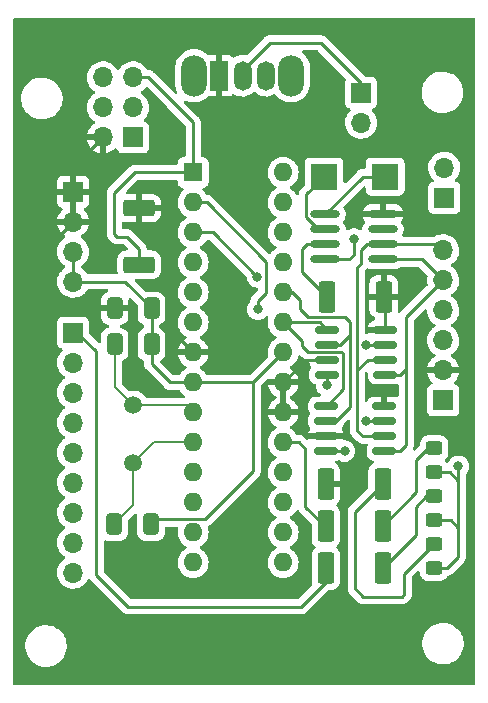
<source format=gbr>
%TF.GenerationSoftware,KiCad,Pcbnew,(6.0.7)*%
%TF.CreationDate,2022-11-04T10:53:50-04:00*%
%TF.ProjectId,proj_7,70726f6a-5f37-42e6-9b69-6361645f7063,rev?*%
%TF.SameCoordinates,Original*%
%TF.FileFunction,Copper,L1,Top*%
%TF.FilePolarity,Positive*%
%FSLAX46Y46*%
G04 Gerber Fmt 4.6, Leading zero omitted, Abs format (unit mm)*
G04 Created by KiCad (PCBNEW (6.0.7)) date 2022-11-04 10:53:50*
%MOMM*%
%LPD*%
G01*
G04 APERTURE LIST*
G04 Aperture macros list*
%AMRoundRect*
0 Rectangle with rounded corners*
0 $1 Rounding radius*
0 $2 $3 $4 $5 $6 $7 $8 $9 X,Y pos of 4 corners*
0 Add a 4 corners polygon primitive as box body*
4,1,4,$2,$3,$4,$5,$6,$7,$8,$9,$2,$3,0*
0 Add four circle primitives for the rounded corners*
1,1,$1+$1,$2,$3*
1,1,$1+$1,$4,$5*
1,1,$1+$1,$6,$7*
1,1,$1+$1,$8,$9*
0 Add four rect primitives between the rounded corners*
20,1,$1+$1,$2,$3,$4,$5,0*
20,1,$1+$1,$4,$5,$6,$7,0*
20,1,$1+$1,$6,$7,$8,$9,0*
20,1,$1+$1,$8,$9,$2,$3,0*%
G04 Aperture macros list end*
%TA.AperFunction,SMDPad,CuDef*%
%ADD10RoundRect,0.250000X0.450000X-0.325000X0.450000X0.325000X-0.450000X0.325000X-0.450000X-0.325000X0*%
%TD*%
%TA.AperFunction,ComponentPad*%
%ADD11R,1.700000X1.700000*%
%TD*%
%TA.AperFunction,ComponentPad*%
%ADD12O,1.700000X1.700000*%
%TD*%
%TA.AperFunction,SMDPad,CuDef*%
%ADD13RoundRect,0.150000X-0.825000X-0.150000X0.825000X-0.150000X0.825000X0.150000X-0.825000X0.150000X0*%
%TD*%
%TA.AperFunction,ComponentPad*%
%ADD14O,2.200000X3.500000*%
%TD*%
%TA.AperFunction,ComponentPad*%
%ADD15R,1.500000X2.500000*%
%TD*%
%TA.AperFunction,ComponentPad*%
%ADD16O,1.500000X2.500000*%
%TD*%
%TA.AperFunction,SMDPad,CuDef*%
%ADD17RoundRect,0.250000X-0.412500X-0.650000X0.412500X-0.650000X0.412500X0.650000X-0.412500X0.650000X0*%
%TD*%
%TA.AperFunction,SMDPad,CuDef*%
%ADD18RoundRect,0.249999X-0.450001X-1.075001X0.450001X-1.075001X0.450001X1.075001X-0.450001X1.075001X0*%
%TD*%
%TA.AperFunction,ComponentPad*%
%ADD19C,1.500000*%
%TD*%
%TA.AperFunction,ComponentPad*%
%ADD20R,1.600000X1.600000*%
%TD*%
%TA.AperFunction,ComponentPad*%
%ADD21O,1.600000X1.600000*%
%TD*%
%TA.AperFunction,SMDPad,CuDef*%
%ADD22R,2.275000X2.200000*%
%TD*%
%TA.AperFunction,SMDPad,CuDef*%
%ADD23RoundRect,0.350001X-0.899999X-0.000001X-0.899999X0.000001X0.899999X0.000001X0.899999X-0.000001X0*%
%TD*%
%TA.AperFunction,SMDPad,CuDef*%
%ADD24RoundRect,0.249999X1.075001X-0.450001X1.075001X0.450001X-1.075001X0.450001X-1.075001X-0.450001X0*%
%TD*%
%TA.AperFunction,ViaPad*%
%ADD25C,0.800000*%
%TD*%
%TA.AperFunction,Conductor*%
%ADD26C,0.250000*%
%TD*%
%TA.AperFunction,Conductor*%
%ADD27C,0.200000*%
%TD*%
G04 APERTURE END LIST*
D10*
%TO.P,D2,1,K*%
%TO.N,GND*%
X133948000Y-106573000D03*
%TO.P,D2,2,A*%
%TO.N,Net-(D2-Pad2)*%
X133948000Y-104523000D03*
%TD*%
D11*
%TO.P,J1,1,Pin_1*%
%TO.N,GND*%
X134710000Y-96413000D03*
D12*
%TO.P,J1,2,Pin_2*%
%TO.N,VCC*%
X134710000Y-93873000D03*
%TO.P,J1,3,Pin_3*%
%TO.N,RX*%
X134710000Y-91333000D03*
%TO.P,J1,4,Pin_4*%
%TO.N,TX*%
X134710000Y-88793000D03*
%TO.P,J1,5,Pin_5*%
%TO.N,SDA*%
X134710000Y-86253000D03*
%TO.P,J1,6,Pin_6*%
%TO.N,SCL*%
X134710000Y-83713000D03*
%TD*%
D13*
%TO.P,U3,1,A0*%
%TO.N,ADDRS1*%
X124873000Y-90424000D03*
%TO.P,U3,2,A1*%
%TO.N,ADDRS2*%
X124873000Y-91694000D03*
%TO.P,U3,3,A2*%
%TO.N,VCC*%
X124873000Y-92964000D03*
%TO.P,U3,4,GND*%
%TO.N,GND*%
X124873000Y-94234000D03*
%TO.P,U3,5,SDA*%
%TO.N,SDA*%
X129823000Y-94234000D03*
%TO.P,U3,6,SCL*%
%TO.N,SCL*%
X129823000Y-92964000D03*
%TO.P,U3,7,WP*%
%TO.N,GND*%
X129823000Y-91694000D03*
%TO.P,U3,8,VCC*%
%TO.N,VCC*%
X129823000Y-90424000D03*
%TD*%
D14*
%TO.P,SW1,*%
%TO.N,*%
X113629000Y-68928300D03*
X121829000Y-68928300D03*
D15*
%TO.P,SW1,1,A*%
%TO.N,VCC*%
X115729000Y-68928300D03*
D16*
%TO.P,SW1,2,B*%
%TO.N,BAT*%
X117729000Y-68928300D03*
%TO.P,SW1,3,C*%
%TO.N,unconnected-(SW1-Pad3)*%
X119729000Y-68928300D03*
%TD*%
D10*
%TO.P,D1,1,K*%
%TO.N,GND*%
X133948000Y-102509000D03*
%TO.P,D1,2,A*%
%TO.N,Net-(D1-Pad2)*%
X133948000Y-100459000D03*
%TD*%
D17*
%TO.P,C3,1*%
%TO.N,XTAL-*%
X106853000Y-106918000D03*
%TO.P,C3,2*%
%TO.N,GND*%
X109978000Y-106918000D03*
%TD*%
D18*
%TO.P,R4,1*%
%TO.N,D0*%
X124779000Y-110617000D03*
%TO.P,R4,2*%
%TO.N,Net-(D2-Pad2)*%
X129579000Y-110617000D03*
%TD*%
D19*
%TO.P,Y2,1,1*%
%TO.N,XTAL+*%
X108454000Y-96848000D03*
%TO.P,Y2,2,2*%
%TO.N,XTAL-*%
X108454000Y-101728000D03*
%TD*%
D20*
%TO.P,U1,1,~{RESET}/PC6*%
%TO.N,RST*%
X113538000Y-77122000D03*
D21*
%TO.P,U1,2,PD0*%
%TO.N,RX*%
X113538000Y-79662000D03*
%TO.P,U1,3,PD1*%
%TO.N,TX*%
X113538000Y-82202000D03*
%TO.P,U1,4,PD2*%
%TO.N,D0*%
X113538000Y-84742000D03*
%TO.P,U1,5,PD3*%
%TO.N,D1*%
X113538000Y-87282000D03*
%TO.P,U1,6,PD4*%
%TO.N,D2*%
X113538000Y-89822000D03*
%TO.P,U1,7,VCC*%
%TO.N,VCC*%
X113538000Y-92362000D03*
%TO.P,U1,8,GND*%
%TO.N,GND*%
X113538000Y-94902000D03*
%TO.P,U1,9,XTAL1/PB6*%
%TO.N,XTAL+*%
X113538000Y-97442000D03*
%TO.P,U1,10,XTAL2/PB7*%
%TO.N,XTAL-*%
X113538000Y-99982000D03*
%TO.P,U1,11,PD5*%
%TO.N,D3*%
X113538000Y-102522000D03*
%TO.P,U1,12,PD6*%
%TO.N,D4*%
X113538000Y-105062000D03*
%TO.P,U1,13,PD7*%
%TO.N,D5*%
X113538000Y-107602000D03*
%TO.P,U1,14,PB0*%
%TO.N,D6*%
X113538000Y-110142000D03*
%TO.P,U1,15,PB1*%
%TO.N,D7*%
X121158000Y-110142000D03*
%TO.P,U1,16,PB2*%
%TO.N,D8*%
X121158000Y-107602000D03*
%TO.P,U1,17,PB3*%
%TO.N,MOSI*%
X121158000Y-105062000D03*
%TO.P,U1,18,PB4*%
%TO.N,MISO*%
X121158000Y-102522000D03*
%TO.P,U1,19,PB5*%
%TO.N,SCK*%
X121158000Y-99982000D03*
%TO.P,U1,20,AVCC*%
%TO.N,VCC*%
X121158000Y-97442000D03*
%TO.P,U1,21,AREF*%
X121158000Y-94902000D03*
%TO.P,U1,22,GND*%
%TO.N,GND*%
X121158000Y-92362000D03*
%TO.P,U1,23,PC0*%
%TO.N,ADDRS1*%
X121158000Y-89822000D03*
%TO.P,U1,24,PC1*%
%TO.N,ADDRS2*%
X121158000Y-87282000D03*
%TO.P,U1,25,PC2*%
%TO.N,A0*%
X121158000Y-84742000D03*
%TO.P,U1,26,PC3*%
%TO.N,A1*%
X121158000Y-82202000D03*
%TO.P,U1,27,PC4*%
%TO.N,SDA*%
X121158000Y-79662000D03*
%TO.P,U1,28,PC5*%
%TO.N,SCL*%
X121158000Y-77122000D03*
%TD*%
D11*
%TO.P,J2,1,Pin_1*%
%TO.N,MISO*%
X108454000Y-74152000D03*
D12*
%TO.P,J2,2,Pin_2*%
%TO.N,VCC*%
X105914000Y-74152000D03*
%TO.P,J2,3,Pin_3*%
%TO.N,SCK*%
X108454000Y-71612000D03*
%TO.P,J2,4,Pin_4*%
%TO.N,MOSI*%
X105914000Y-71612000D03*
%TO.P,J2,5,Pin_5*%
%TO.N,RST*%
X108454000Y-69072000D03*
%TO.P,J2,6,Pin_6*%
%TO.N,GND*%
X105914000Y-69072000D03*
%TD*%
D11*
%TO.P,J3,1,Pin_1*%
%TO.N,D0*%
X103378000Y-90678000D03*
D12*
%TO.P,J3,2,Pin_2*%
%TO.N,D1*%
X103378000Y-93218000D03*
%TO.P,J3,3,Pin_3*%
%TO.N,D2*%
X103378000Y-95758000D03*
%TO.P,J3,4,Pin_4*%
%TO.N,D3*%
X103378000Y-98298000D03*
%TO.P,J3,5,Pin_5*%
%TO.N,D4*%
X103378000Y-100838000D03*
%TO.P,J3,6,Pin_6*%
%TO.N,D5*%
X103378000Y-103378000D03*
%TO.P,J3,7,Pin_7*%
%TO.N,D6*%
X103378000Y-105918000D03*
%TO.P,J3,8,Pin_8*%
%TO.N,D7*%
X103378000Y-108458000D03*
%TO.P,J3,9,Pin_9*%
%TO.N,D8*%
X103378000Y-110998000D03*
%TD*%
D17*
%TO.P,C2,1*%
%TO.N,XTAL+*%
X106891500Y-91678000D03*
%TO.P,C2,2*%
%TO.N,GND*%
X110016500Y-91678000D03*
%TD*%
D22*
%TO.P,Y1,1,1*%
%TO.N,Net-(U2-Pad2)*%
X124619000Y-77470000D03*
%TO.P,Y1,2,2*%
%TO.N,Net-(U2-Pad1)*%
X129794000Y-77470000D03*
%TD*%
D18*
%TO.P,R2,1*%
%TO.N,VCC*%
X124779000Y-103505000D03*
%TO.P,R2,2*%
%TO.N,Net-(D3-Pad2)*%
X129579000Y-103505000D03*
%TD*%
D23*
%TO.P,U2,1,X1*%
%TO.N,Net-(U2-Pad1)*%
X124709000Y-80645000D03*
%TO.P,U2,2,X2*%
%TO.N,Net-(U2-Pad2)*%
X124709000Y-81915000D03*
%TO.P,U2,3,~{INTA}*%
%TO.N,Net-(R1-Pad1)*%
X124709000Y-83185000D03*
%TO.P,U2,4,GND*%
%TO.N,GND*%
X124709000Y-84455000D03*
%TO.P,U2,5,SDA*%
%TO.N,SDA*%
X129609000Y-84455000D03*
%TO.P,U2,6,SCL*%
%TO.N,SCL*%
X129609000Y-83185000D03*
%TO.P,U2,7,~{INTB}*%
%TO.N,unconnected-(U2-Pad7)*%
X129609000Y-81915000D03*
%TO.P,U2,8,VCC*%
%TO.N,VCC*%
X129609000Y-80645000D03*
%TD*%
D18*
%TO.P,R1,1*%
%TO.N,Net-(R1-Pad1)*%
X124873000Y-87630000D03*
%TO.P,R1,2*%
%TO.N,VCC*%
X129673000Y-87630000D03*
%TD*%
D11*
%TO.P,J6,1,Pin_1*%
%TO.N,VCC*%
X103378000Y-78750000D03*
D12*
%TO.P,J6,2,Pin_2*%
X103378000Y-81290000D03*
%TO.P,J6,3,Pin_3*%
%TO.N,GND*%
X103378000Y-83830000D03*
%TO.P,J6,4,Pin_4*%
X103378000Y-86370000D03*
%TD*%
D13*
%TO.P,U4,1,A0*%
%TO.N,ADDRS1*%
X124779000Y-96901000D03*
%TO.P,U4,2,A1*%
%TO.N,ADDRS2*%
X124779000Y-98171000D03*
%TO.P,U4,3,A2*%
%TO.N,VCC*%
X124779000Y-99441000D03*
%TO.P,U4,4,GND*%
%TO.N,GND*%
X124779000Y-100711000D03*
%TO.P,U4,5,SDA*%
%TO.N,SDA*%
X129729000Y-100711000D03*
%TO.P,U4,6,SCL*%
%TO.N,SCL*%
X129729000Y-99441000D03*
%TO.P,U4,7,WP*%
%TO.N,GND*%
X129729000Y-98171000D03*
%TO.P,U4,8,VCC*%
%TO.N,VCC*%
X129729000Y-96901000D03*
%TD*%
D10*
%TO.P,D3,1,K*%
%TO.N,GND*%
X133948000Y-110628000D03*
%TO.P,D3,2,A*%
%TO.N,Net-(D3-Pad2)*%
X133948000Y-108578000D03*
%TD*%
D17*
%TO.P,C1,1*%
%TO.N,VCC*%
X106891500Y-88630000D03*
%TO.P,C1,2*%
%TO.N,GND*%
X110016500Y-88630000D03*
%TD*%
D18*
%TO.P,R3,1*%
%TO.N,SCK*%
X124779000Y-107061000D03*
%TO.P,R3,2*%
%TO.N,Net-(D1-Pad2)*%
X129579000Y-107061000D03*
%TD*%
D24*
%TO.P,R5,1*%
%TO.N,RST*%
X108962000Y-84934000D03*
%TO.P,R5,2*%
%TO.N,VCC*%
X108962000Y-80134000D03*
%TD*%
D11*
%TO.P,J5,1,Pin_1*%
%TO.N,A0*%
X134804000Y-79268000D03*
D12*
%TO.P,J5,2,Pin_2*%
%TO.N,A1*%
X134804000Y-76728000D03*
%TD*%
D11*
%TO.P,BT1,1,+*%
%TO.N,BAT*%
X127762000Y-70358000D03*
D12*
%TO.P,BT1,2,-*%
%TO.N,GND*%
X127762000Y-72898000D03*
%TD*%
D25*
%TO.N,GND*%
X127152400Y-82753200D03*
X128168400Y-98171000D03*
X128143000Y-91694000D03*
X126365000Y-100711000D03*
X135991600Y-102006400D03*
X124866400Y-95148400D03*
%TO.N,VCC*%
X129768600Y-95681800D03*
X131267200Y-87630000D03*
X111226600Y-78917800D03*
%TO.N,RX*%
X119024400Y-88696800D03*
%TO.N,TX*%
X118973600Y-85953600D03*
%TD*%
D26*
%TO.N,BAT*%
X120015700Y-66141600D02*
X124333000Y-66141600D01*
X117729000Y-68928300D02*
X117729000Y-68428300D01*
X124333000Y-66141600D02*
X127762000Y-69570600D01*
X117729000Y-68428300D02*
X120015700Y-66141600D01*
X127762000Y-69570600D02*
X127762000Y-70358000D01*
%TO.N,GND*%
X110016500Y-93328700D02*
X111589800Y-94902000D01*
X135991600Y-107213400D02*
X135991600Y-103251000D01*
X109978000Y-106918000D02*
X110419000Y-106477000D01*
X135040800Y-110628000D02*
X135991600Y-109677200D01*
X118618000Y-94902000D02*
X121158000Y-92362000D01*
X129729000Y-98171000D02*
X128168400Y-98171000D01*
X135351200Y-106573000D02*
X135991600Y-107213400D01*
X110016500Y-88630000D02*
X110016500Y-91678000D01*
X107756500Y-86370000D02*
X110016500Y-88630000D01*
X134710000Y-96633200D02*
X134696200Y-96647000D01*
X133948000Y-102509000D02*
X135249600Y-102509000D01*
X135991600Y-109677200D02*
X135991600Y-107213400D01*
X110419000Y-106477000D02*
X114579200Y-106477000D01*
X110016500Y-91678000D02*
X110016500Y-93328700D01*
X124779000Y-100711000D02*
X126365000Y-100711000D01*
X128143000Y-91694000D02*
X129823000Y-91694000D01*
X124709000Y-84455000D02*
X126771400Y-84455000D01*
X111589800Y-94902000D02*
X113538000Y-94902000D01*
X103378000Y-86370000D02*
X107756500Y-86370000D01*
X103378000Y-83830000D02*
X103378000Y-86370000D01*
X133948000Y-106573000D02*
X135351200Y-106573000D01*
X135991600Y-103251000D02*
X135991600Y-102006400D01*
X135249600Y-102509000D02*
X135991600Y-103251000D01*
X114579200Y-106477000D02*
X118618000Y-102438200D01*
X118618000Y-102438200D02*
X118618000Y-94902000D01*
X127152400Y-84074000D02*
X127152400Y-82753200D01*
X126771400Y-84455000D02*
X127152400Y-84074000D01*
X133948000Y-110628000D02*
X135040800Y-110628000D01*
X124873000Y-95141800D02*
X124866400Y-95148400D01*
X113538000Y-94902000D02*
X118618000Y-94902000D01*
X124873000Y-94234000D02*
X124873000Y-95141800D01*
%TO.N,VCC*%
X111658400Y-80695800D02*
X111658400Y-90482400D01*
X131292600Y-87655400D02*
X131267200Y-87630000D01*
X101320600Y-88011000D02*
X101320600Y-83347400D01*
X124873000Y-92964000D02*
X123096000Y-92964000D01*
X101939600Y-88630000D02*
X101320600Y-88011000D01*
X129823000Y-87780000D02*
X129673000Y-87630000D01*
X108990400Y-80162400D02*
X111226600Y-80162400D01*
X111658400Y-90482400D02*
X113538000Y-92362000D01*
X123096000Y-92964000D02*
X121158000Y-94902000D01*
X129673000Y-87630000D02*
X131267200Y-87630000D01*
X129729000Y-95721400D02*
X129768600Y-95681800D01*
X129729000Y-96901000D02*
X129729000Y-95721400D01*
X101320600Y-83347400D02*
X103378000Y-81290000D01*
X111658400Y-80695800D02*
X111658400Y-79349600D01*
X111658400Y-79349600D02*
X111226600Y-78917800D01*
X111226600Y-80162400D02*
X111658400Y-80594200D01*
X111658400Y-80594200D02*
X111658400Y-80695800D01*
X105914000Y-74152000D02*
X103378000Y-76688000D01*
X106891500Y-88630000D02*
X101939600Y-88630000D01*
X108962000Y-80134000D02*
X108990400Y-80162400D01*
X129823000Y-90424000D02*
X129823000Y-87780000D01*
X103378000Y-76688000D02*
X103378000Y-78750000D01*
D27*
%TO.N,XTAL+*%
X106891500Y-95285500D02*
X108454000Y-96848000D01*
X112944000Y-96848000D02*
X113538000Y-97442000D01*
X106891500Y-91678000D02*
X106891500Y-95285500D01*
X108454000Y-96848000D02*
X112944000Y-96848000D01*
%TO.N,XTAL-*%
X110200000Y-99982000D02*
X108454000Y-101728000D01*
X113538000Y-99982000D02*
X110200000Y-99982000D01*
X108454000Y-105317000D02*
X108454000Y-101728000D01*
X106853000Y-106918000D02*
X108454000Y-105317000D01*
D26*
%TO.N,Net-(D1-Pad2)*%
X133424200Y-100459000D02*
X133948000Y-100459000D01*
X132435600Y-101447600D02*
X133424200Y-100459000D01*
X132435600Y-104204400D02*
X132435600Y-101447600D01*
X129579000Y-107061000D02*
X132435600Y-104204400D01*
%TO.N,Net-(D2-Pad2)*%
X132410200Y-105410000D02*
X133297200Y-104523000D01*
X132410200Y-107785800D02*
X132410200Y-105410000D01*
X133297200Y-104523000D02*
X133948000Y-104523000D01*
X129579000Y-110617000D02*
X132410200Y-107785800D01*
%TO.N,Net-(D3-Pad2)*%
X133948000Y-108578000D02*
X133948000Y-108586173D01*
X131419600Y-112852200D02*
X131241800Y-113030000D01*
X127254000Y-112344200D02*
X127254000Y-105830000D01*
X131419600Y-111114573D02*
X131419600Y-112852200D01*
X127254000Y-105830000D02*
X129579000Y-103505000D01*
X131241800Y-113030000D02*
X127939800Y-113030000D01*
X127939800Y-113030000D02*
X127254000Y-112344200D01*
X133948000Y-108586173D02*
X131419600Y-111114573D01*
%TO.N,RX*%
X119698600Y-84661800D02*
X114698800Y-79662000D01*
X113538000Y-79662000D02*
X114698800Y-79662000D01*
X119698600Y-87336800D02*
X119698600Y-84661800D01*
X119024400Y-88011000D02*
X119698600Y-87336800D01*
X119024400Y-88696800D02*
X119024400Y-88011000D01*
%TO.N,TX*%
X115222000Y-82202000D02*
X113538000Y-82202000D01*
X118973600Y-85953600D02*
X115222000Y-82202000D01*
%TO.N,SDA*%
X131064000Y-94234000D02*
X129823000Y-94234000D01*
X131572000Y-100228400D02*
X131572000Y-93726000D01*
X129729000Y-100711000D02*
X131089400Y-100711000D01*
X132912000Y-84455000D02*
X129609000Y-84455000D01*
X131572000Y-93726000D02*
X131064000Y-94234000D01*
X131089400Y-100711000D02*
X131572000Y-100228400D01*
X134710000Y-86253000D02*
X132912000Y-84455000D01*
X131572000Y-89391000D02*
X131572000Y-93726000D01*
X134710000Y-86253000D02*
X131572000Y-89391000D01*
%TO.N,SCL*%
X127418000Y-92647600D02*
X127418000Y-85154600D01*
X128244600Y-83185000D02*
X129609000Y-83185000D01*
X127443400Y-93790600D02*
X127443400Y-92673000D01*
X127736600Y-84836000D02*
X127736600Y-83693000D01*
X127443400Y-92673000D02*
X127418000Y-92647600D01*
X127736600Y-83693000D02*
X128244600Y-83185000D01*
X129609000Y-83185000D02*
X134182000Y-83185000D01*
X134182000Y-83185000D02*
X134710000Y-83713000D01*
X127914400Y-99441000D02*
X129729000Y-99441000D01*
X127443400Y-98970000D02*
X127443400Y-93790600D01*
X129823000Y-92964000D02*
X128320800Y-92964000D01*
X128320800Y-92964000D02*
X127494200Y-93790600D01*
X127914400Y-99441000D02*
X127443400Y-98970000D01*
X127418000Y-85154600D02*
X127736600Y-84836000D01*
X127494200Y-93790600D02*
X127443400Y-93790600D01*
%TO.N,SCK*%
X123037600Y-100533200D02*
X123037600Y-105435400D01*
X124663200Y-107061000D02*
X124779000Y-107061000D01*
X121158000Y-99982000D02*
X122486400Y-99982000D01*
X122486400Y-99982000D02*
X123037600Y-100533200D01*
X123037600Y-105435400D02*
X124663200Y-107061000D01*
%TO.N,RST*%
X106857800Y-82321400D02*
X106857800Y-78867000D01*
X108962000Y-83587400D02*
X107924600Y-82550000D01*
X107924600Y-82550000D02*
X107086400Y-82550000D01*
X109737400Y-69072000D02*
X113538000Y-72872600D01*
X108602800Y-77122000D02*
X113538000Y-77122000D01*
X106857800Y-78867000D02*
X108602800Y-77122000D01*
X107086400Y-82550000D02*
X106857800Y-82321400D01*
X108454000Y-69072000D02*
X109737400Y-69072000D01*
X113538000Y-72872600D02*
X113538000Y-77122000D01*
X108962000Y-84934000D02*
X108962000Y-83587400D01*
%TO.N,D0*%
X108051600Y-113893600D02*
X105333800Y-111175800D01*
X124779000Y-111796600D02*
X122682000Y-113893600D01*
X105333800Y-92278200D02*
X103733600Y-90678000D01*
X103733600Y-90678000D02*
X103378000Y-90678000D01*
X122682000Y-113893600D02*
X108051600Y-113893600D01*
X105333800Y-111175800D02*
X105333800Y-92278200D01*
X124779000Y-110617000D02*
X124779000Y-111796600D01*
%TO.N,Net-(R1-Pad1)*%
X124866400Y-87630000D02*
X122783600Y-85547200D01*
X124873000Y-87630000D02*
X124866400Y-87630000D01*
X122783600Y-85547200D02*
X122783600Y-83566000D01*
X123164600Y-83185000D02*
X124709000Y-83185000D01*
X122783600Y-83566000D02*
X123164600Y-83185000D01*
%TO.N,ADDRS1*%
X122758200Y-91422200D02*
X122758200Y-91846400D01*
X126263400Y-95478600D02*
X126263400Y-92481400D01*
X124271000Y-89822000D02*
X124873000Y-90424000D01*
X126111000Y-92329000D02*
X123240800Y-92329000D01*
X121158000Y-89822000D02*
X122758200Y-91422200D01*
X121158000Y-89822000D02*
X124271000Y-89822000D01*
X124841000Y-96901000D02*
X126263400Y-95478600D01*
X123240800Y-92329000D02*
X122758200Y-91846400D01*
X124779000Y-96901000D02*
X124841000Y-96901000D01*
X126263400Y-92481400D02*
X126111000Y-92329000D01*
%TO.N,ADDRS2*%
X123291600Y-89372000D02*
X122605800Y-88686200D01*
X126430600Y-89372000D02*
X123291600Y-89372000D01*
X125984000Y-91694000D02*
X126822200Y-90855800D01*
X125628400Y-98171000D02*
X126822200Y-96977200D01*
X126822200Y-89763600D02*
X126430600Y-89372000D01*
X121953000Y-87282000D02*
X121158000Y-87282000D01*
X126822200Y-96977200D02*
X126822200Y-90855800D01*
X122605800Y-87934800D02*
X121953000Y-87282000D01*
X122605800Y-88686200D02*
X122605800Y-87934800D01*
X124779000Y-98171000D02*
X125628400Y-98171000D01*
X124873000Y-91694000D02*
X125984000Y-91694000D01*
X126822200Y-90855800D02*
X126822200Y-89763600D01*
%TO.N,Net-(U2-Pad2)*%
X124124404Y-81915000D02*
X124709000Y-81915000D01*
X123134000Y-80924596D02*
X124124404Y-81915000D01*
X123134000Y-78955000D02*
X123134000Y-80924596D01*
X124619000Y-77470000D02*
X123134000Y-78955000D01*
%TO.N,Net-(U2-Pad1)*%
X127884000Y-77470000D02*
X124709000Y-80645000D01*
X129794000Y-77470000D02*
X127884000Y-77470000D01*
%TD*%
%TA.AperFunction,Conductor*%
%TO.N,VCC*%
G36*
X137381021Y-64053902D02*
G01*
X137427514Y-64107558D01*
X137438900Y-64159900D01*
X137438900Y-120371100D01*
X137418898Y-120439221D01*
X137365242Y-120485714D01*
X137312900Y-120497100D01*
X98424500Y-120497100D01*
X98356379Y-120477098D01*
X98309886Y-120423442D01*
X98298500Y-120371100D01*
X98298500Y-117328655D01*
X99331858Y-117328655D01*
X99367104Y-117587638D01*
X99368412Y-117592124D01*
X99368412Y-117592126D01*
X99382256Y-117639621D01*
X99440243Y-117838567D01*
X99442203Y-117842820D01*
X99442204Y-117842821D01*
X99458029Y-117877148D01*
X99549668Y-118075928D01*
X99552231Y-118079837D01*
X99690410Y-118290596D01*
X99690414Y-118290601D01*
X99692976Y-118294509D01*
X99867018Y-118489506D01*
X100067970Y-118656637D01*
X100071973Y-118659066D01*
X100287422Y-118789804D01*
X100287426Y-118789806D01*
X100291419Y-118792229D01*
X100532455Y-118893303D01*
X100785783Y-118957641D01*
X100790434Y-118958109D01*
X100790438Y-118958110D01*
X100983308Y-118977531D01*
X101002867Y-118979500D01*
X101158354Y-118979500D01*
X101160679Y-118979327D01*
X101160685Y-118979327D01*
X101348000Y-118965407D01*
X101348004Y-118965406D01*
X101352652Y-118965061D01*
X101357200Y-118964032D01*
X101357206Y-118964031D01*
X101543601Y-118921853D01*
X101607577Y-118907377D01*
X101643769Y-118893303D01*
X101846824Y-118814340D01*
X101846827Y-118814339D01*
X101851177Y-118812647D01*
X102078098Y-118682951D01*
X102283357Y-118521138D01*
X102462443Y-118330763D01*
X102568116Y-118178437D01*
X102608759Y-118119851D01*
X102608761Y-118119848D01*
X102611424Y-118116009D01*
X102623605Y-118091309D01*
X102724960Y-117885781D01*
X102724961Y-117885778D01*
X102727025Y-117881593D01*
X102728612Y-117876637D01*
X102805280Y-117637123D01*
X102806707Y-117632665D01*
X102848721Y-117374693D01*
X102850210Y-117260942D01*
X102851984Y-117125455D01*
X132936058Y-117125455D01*
X132971304Y-117384438D01*
X132972612Y-117388924D01*
X132972612Y-117388926D01*
X132992298Y-117456464D01*
X133044443Y-117635367D01*
X133153868Y-117872728D01*
X133156431Y-117876637D01*
X133294610Y-118087396D01*
X133294614Y-118087401D01*
X133297176Y-118091309D01*
X133471218Y-118286306D01*
X133672170Y-118453437D01*
X133676173Y-118455866D01*
X133891622Y-118586604D01*
X133891626Y-118586606D01*
X133895619Y-118589029D01*
X134136655Y-118690103D01*
X134389983Y-118754441D01*
X134394634Y-118754909D01*
X134394638Y-118754910D01*
X134587508Y-118774331D01*
X134607067Y-118776300D01*
X134762554Y-118776300D01*
X134764879Y-118776127D01*
X134764885Y-118776127D01*
X134952200Y-118762207D01*
X134952204Y-118762206D01*
X134956852Y-118761861D01*
X134961400Y-118760832D01*
X134961406Y-118760831D01*
X135147801Y-118718653D01*
X135211777Y-118704177D01*
X135247969Y-118690103D01*
X135451024Y-118611140D01*
X135451027Y-118611139D01*
X135455377Y-118609447D01*
X135682298Y-118479751D01*
X135887557Y-118317938D01*
X136066643Y-118127563D01*
X136215624Y-117912809D01*
X136331225Y-117678393D01*
X136410907Y-117429465D01*
X136452921Y-117171493D01*
X136456342Y-116910145D01*
X136421096Y-116651162D01*
X136406673Y-116601677D01*
X136349268Y-116404732D01*
X136347957Y-116400233D01*
X136330407Y-116362163D01*
X136240489Y-116167118D01*
X136238532Y-116162872D01*
X136202444Y-116107829D01*
X136097790Y-115948204D01*
X136097786Y-115948199D01*
X136095224Y-115944291D01*
X135921182Y-115749294D01*
X135720230Y-115582163D01*
X135663186Y-115547548D01*
X135500778Y-115448996D01*
X135500774Y-115448994D01*
X135496781Y-115446571D01*
X135255745Y-115345497D01*
X135002417Y-115281159D01*
X134997766Y-115280691D01*
X134997762Y-115280690D01*
X134788471Y-115259616D01*
X134785333Y-115259300D01*
X134629846Y-115259300D01*
X134627521Y-115259473D01*
X134627515Y-115259473D01*
X134440200Y-115273393D01*
X134440196Y-115273394D01*
X134435548Y-115273739D01*
X134431000Y-115274768D01*
X134430994Y-115274769D01*
X134244599Y-115316947D01*
X134180623Y-115331423D01*
X134176271Y-115333115D01*
X134176269Y-115333116D01*
X133941376Y-115424460D01*
X133941373Y-115424461D01*
X133937023Y-115426153D01*
X133710102Y-115555849D01*
X133504843Y-115717662D01*
X133325757Y-115908037D01*
X133296989Y-115949506D01*
X133182123Y-116115084D01*
X133176776Y-116122791D01*
X133174710Y-116126981D01*
X133174708Y-116126984D01*
X133078464Y-116322149D01*
X133061175Y-116357207D01*
X133059753Y-116361650D01*
X133059752Y-116361652D01*
X133058337Y-116366072D01*
X132981493Y-116606135D01*
X132939479Y-116864107D01*
X132939418Y-116868780D01*
X132936217Y-117113345D01*
X132936058Y-117125455D01*
X102851984Y-117125455D01*
X102852081Y-117118022D01*
X102852081Y-117118019D01*
X102852142Y-117113345D01*
X102816896Y-116854362D01*
X102802473Y-116804877D01*
X102795902Y-116782336D01*
X102743757Y-116603433D01*
X102634332Y-116366072D01*
X102601519Y-116316024D01*
X102493590Y-116151404D01*
X102493586Y-116151399D01*
X102491024Y-116147491D01*
X102316982Y-115952494D01*
X102116030Y-115785363D01*
X102051666Y-115746306D01*
X101896578Y-115652196D01*
X101896574Y-115652194D01*
X101892581Y-115649771D01*
X101651545Y-115548697D01*
X101398217Y-115484359D01*
X101393566Y-115483891D01*
X101393562Y-115483890D01*
X101184271Y-115462816D01*
X101181133Y-115462500D01*
X101025646Y-115462500D01*
X101023321Y-115462673D01*
X101023315Y-115462673D01*
X100836000Y-115476593D01*
X100835996Y-115476594D01*
X100831348Y-115476939D01*
X100826800Y-115477968D01*
X100826794Y-115477969D01*
X100640399Y-115520147D01*
X100576423Y-115534623D01*
X100572071Y-115536315D01*
X100572069Y-115536316D01*
X100337176Y-115627660D01*
X100337173Y-115627661D01*
X100332823Y-115629353D01*
X100105902Y-115759049D01*
X99900643Y-115920862D01*
X99721557Y-116111237D01*
X99572576Y-116325991D01*
X99456975Y-116560407D01*
X99377293Y-116809335D01*
X99335279Y-117067307D01*
X99331858Y-117328655D01*
X98298500Y-117328655D01*
X98298500Y-110964695D01*
X102015251Y-110964695D01*
X102015548Y-110969848D01*
X102015548Y-110969851D01*
X102026014Y-111151357D01*
X102028110Y-111187715D01*
X102029247Y-111192761D01*
X102029248Y-111192767D01*
X102047947Y-111275738D01*
X102077222Y-111405639D01*
X102161266Y-111612616D01*
X102277987Y-111803088D01*
X102424250Y-111971938D01*
X102596126Y-112114632D01*
X102789000Y-112227338D01*
X102997692Y-112307030D01*
X103002760Y-112308061D01*
X103002763Y-112308062D01*
X103110017Y-112329883D01*
X103216597Y-112351567D01*
X103221772Y-112351757D01*
X103221774Y-112351757D01*
X103434673Y-112359564D01*
X103434677Y-112359564D01*
X103439837Y-112359753D01*
X103444957Y-112359097D01*
X103444959Y-112359097D01*
X103656288Y-112332025D01*
X103656289Y-112332025D01*
X103661416Y-112331368D01*
X103717873Y-112314430D01*
X103870429Y-112268661D01*
X103870434Y-112268659D01*
X103875384Y-112267174D01*
X104075994Y-112168896D01*
X104257860Y-112039173D01*
X104264866Y-112032192D01*
X104412435Y-111885137D01*
X104416096Y-111881489D01*
X104435337Y-111854713D01*
X104543435Y-111704277D01*
X104546453Y-111700077D01*
X104587039Y-111617958D01*
X104607962Y-111575622D01*
X104656075Y-111523415D01*
X104724776Y-111505508D01*
X104792253Y-111527586D01*
X104820477Y-111554220D01*
X104825220Y-111560335D01*
X104829258Y-111567162D01*
X104843579Y-111581483D01*
X104856419Y-111596516D01*
X104868328Y-111612907D01*
X104874434Y-111617958D01*
X104902405Y-111641098D01*
X104911184Y-111649088D01*
X107547943Y-114285847D01*
X107555487Y-114294137D01*
X107559600Y-114300618D01*
X107565377Y-114306043D01*
X107609267Y-114347258D01*
X107612109Y-114350013D01*
X107631831Y-114369735D01*
X107634955Y-114372158D01*
X107634959Y-114372162D01*
X107635024Y-114372212D01*
X107644045Y-114379917D01*
X107676279Y-114410186D01*
X107683227Y-114414005D01*
X107683229Y-114414007D01*
X107694032Y-114419946D01*
X107710559Y-114430802D01*
X107720298Y-114438357D01*
X107720300Y-114438358D01*
X107726560Y-114443214D01*
X107767140Y-114460774D01*
X107777788Y-114465991D01*
X107802576Y-114479618D01*
X107816540Y-114487295D01*
X107824216Y-114489266D01*
X107824219Y-114489267D01*
X107836162Y-114492333D01*
X107854867Y-114498737D01*
X107873455Y-114506781D01*
X107881278Y-114508020D01*
X107881288Y-114508023D01*
X107917124Y-114513699D01*
X107928744Y-114516105D01*
X107960559Y-114524273D01*
X107971570Y-114527100D01*
X107991824Y-114527100D01*
X108011534Y-114528651D01*
X108031543Y-114531820D01*
X108039435Y-114531074D01*
X108058180Y-114529302D01*
X108075562Y-114527659D01*
X108087419Y-114527100D01*
X122603233Y-114527100D01*
X122614416Y-114527627D01*
X122621909Y-114529302D01*
X122629835Y-114529053D01*
X122629836Y-114529053D01*
X122689986Y-114527162D01*
X122693945Y-114527100D01*
X122721856Y-114527100D01*
X122725791Y-114526603D01*
X122725856Y-114526595D01*
X122737693Y-114525662D01*
X122769951Y-114524648D01*
X122773970Y-114524522D01*
X122781889Y-114524273D01*
X122801343Y-114518621D01*
X122820700Y-114514613D01*
X122832930Y-114513068D01*
X122832931Y-114513068D01*
X122840797Y-114512074D01*
X122848168Y-114509155D01*
X122848170Y-114509155D01*
X122881912Y-114495796D01*
X122893142Y-114491951D01*
X122927983Y-114481829D01*
X122927984Y-114481829D01*
X122935593Y-114479618D01*
X122942412Y-114475585D01*
X122942417Y-114475583D01*
X122953028Y-114469307D01*
X122970776Y-114460612D01*
X122989617Y-114453152D01*
X123025387Y-114427164D01*
X123035307Y-114420648D01*
X123066535Y-114402180D01*
X123066538Y-114402178D01*
X123073362Y-114398142D01*
X123087683Y-114383821D01*
X123102717Y-114370980D01*
X123104431Y-114369735D01*
X123119107Y-114359072D01*
X123147298Y-114324995D01*
X123155288Y-114316216D01*
X124984101Y-112487404D01*
X125046413Y-112453378D01*
X125073196Y-112450499D01*
X125279400Y-112450499D01*
X125385167Y-112439526D01*
X125503943Y-112399899D01*
X125546002Y-112385867D01*
X125546004Y-112385866D01*
X125552946Y-112383550D01*
X125703349Y-112290479D01*
X125828306Y-112165303D01*
X125921115Y-112014739D01*
X125976797Y-111846862D01*
X125987500Y-111742401D01*
X125987499Y-109491600D01*
X125976526Y-109385833D01*
X125945822Y-109293803D01*
X125922867Y-109224998D01*
X125922866Y-109224996D01*
X125920550Y-109218054D01*
X125827479Y-109067651D01*
X125702303Y-108942694D01*
X125696073Y-108938854D01*
X125694854Y-108937891D01*
X125653792Y-108879973D01*
X125650562Y-108809050D01*
X125686188Y-108747639D01*
X125694681Y-108740268D01*
X125697127Y-108738329D01*
X125703349Y-108734479D01*
X125828306Y-108609303D01*
X125921115Y-108458739D01*
X125964400Y-108328238D01*
X125974632Y-108297390D01*
X125974632Y-108297388D01*
X125976797Y-108290862D01*
X125978921Y-108270137D01*
X125986354Y-108197588D01*
X125987500Y-108186401D01*
X125987499Y-105935600D01*
X125976526Y-105829833D01*
X125962805Y-105788707D01*
X125922867Y-105668998D01*
X125922866Y-105668996D01*
X125920550Y-105662054D01*
X125827479Y-105511651D01*
X125796892Y-105481117D01*
X125707486Y-105391868D01*
X125702303Y-105386694D01*
X125696070Y-105382852D01*
X125694448Y-105381571D01*
X125653386Y-105323654D01*
X125650155Y-105252731D01*
X125685780Y-105191320D01*
X125694275Y-105183945D01*
X125708214Y-105172897D01*
X125822738Y-105058172D01*
X125831750Y-105046761D01*
X125916816Y-104908758D01*
X125922963Y-104895577D01*
X125974138Y-104741291D01*
X125977005Y-104727915D01*
X125986672Y-104633563D01*
X125987000Y-104627147D01*
X125987000Y-103777115D01*
X125982525Y-103761876D01*
X125981135Y-103760671D01*
X125973452Y-103759000D01*
X124651000Y-103759000D01*
X124582879Y-103738998D01*
X124536386Y-103685342D01*
X124525000Y-103633000D01*
X124525000Y-103377000D01*
X124545002Y-103308879D01*
X124598658Y-103262386D01*
X124651000Y-103251000D01*
X125968885Y-103251000D01*
X125984124Y-103246525D01*
X125985329Y-103245135D01*
X125987000Y-103237452D01*
X125987000Y-102382902D01*
X125986663Y-102376387D01*
X125976744Y-102280795D01*
X125973850Y-102267396D01*
X125922412Y-102113215D01*
X125916238Y-102100036D01*
X125830937Y-101962190D01*
X125821901Y-101950791D01*
X125707172Y-101836262D01*
X125695761Y-101827250D01*
X125574916Y-101752760D01*
X125527423Y-101699988D01*
X125515999Y-101629916D01*
X125544273Y-101564792D01*
X125603267Y-101525293D01*
X125641032Y-101519500D01*
X125670502Y-101519500D01*
X125672950Y-101519307D01*
X125672958Y-101519307D01*
X125701421Y-101517067D01*
X125701426Y-101517066D01*
X125707831Y-101516562D01*
X125714004Y-101514768D01*
X125714007Y-101514768D01*
X125770906Y-101498237D01*
X125807110Y-101487719D01*
X125878104Y-101487922D01*
X125904079Y-101499089D01*
X125908248Y-101502118D01*
X125914275Y-101504801D01*
X125914276Y-101504802D01*
X126076681Y-101577109D01*
X126082712Y-101579794D01*
X126176113Y-101599647D01*
X126263056Y-101618128D01*
X126263061Y-101618128D01*
X126269513Y-101619500D01*
X126460487Y-101619500D01*
X126466939Y-101618128D01*
X126466944Y-101618128D01*
X126553887Y-101599647D01*
X126647288Y-101579794D01*
X126653319Y-101577109D01*
X126815722Y-101504803D01*
X126815724Y-101504802D01*
X126821752Y-101502118D01*
X126835837Y-101491885D01*
X126935171Y-101419714D01*
X126976253Y-101389866D01*
X126985917Y-101379133D01*
X127099621Y-101252852D01*
X127099622Y-101252851D01*
X127104040Y-101247944D01*
X127181969Y-101112968D01*
X127196223Y-101088279D01*
X127196224Y-101088278D01*
X127199527Y-101082556D01*
X127258542Y-100900928D01*
X127265873Y-100831183D01*
X127277814Y-100717565D01*
X127278504Y-100711000D01*
X127264482Y-100577588D01*
X127259232Y-100527635D01*
X127259232Y-100527633D01*
X127258542Y-100521072D01*
X127199527Y-100339444D01*
X127167921Y-100284700D01*
X127151515Y-100256285D01*
X127104040Y-100174056D01*
X127080722Y-100148158D01*
X126980675Y-100037045D01*
X126980674Y-100037044D01*
X126976253Y-100032134D01*
X126864800Y-99951158D01*
X126827094Y-99923763D01*
X126827093Y-99923762D01*
X126821752Y-99919882D01*
X126815724Y-99917198D01*
X126815722Y-99917197D01*
X126653319Y-99844891D01*
X126653318Y-99844891D01*
X126647288Y-99842206D01*
X126534392Y-99818209D01*
X126466944Y-99803872D01*
X126466939Y-99803872D01*
X126460487Y-99802500D01*
X126379837Y-99802500D01*
X126311716Y-99782498D01*
X126265223Y-99728842D01*
X126260318Y-99706448D01*
X126255521Y-99699030D01*
X126246629Y-99695000D01*
X123317122Y-99695000D01*
X123301883Y-99699475D01*
X123296684Y-99705475D01*
X123236958Y-99743859D01*
X123165961Y-99743859D01*
X123112364Y-99712058D01*
X122990048Y-99589742D01*
X122982513Y-99581462D01*
X122978400Y-99574982D01*
X122928748Y-99528356D01*
X122925907Y-99525602D01*
X122906170Y-99505865D01*
X122902973Y-99503385D01*
X122893951Y-99495680D01*
X122867500Y-99470841D01*
X122861721Y-99465414D01*
X122854775Y-99461595D01*
X122854772Y-99461593D01*
X122843966Y-99455652D01*
X122827447Y-99444801D01*
X122824416Y-99442450D01*
X122811441Y-99432386D01*
X122804172Y-99429241D01*
X122804168Y-99429238D01*
X122770863Y-99414826D01*
X122760213Y-99409609D01*
X122721460Y-99388305D01*
X122713274Y-99386203D01*
X122701838Y-99383267D01*
X122683134Y-99376863D01*
X122671820Y-99371967D01*
X122671819Y-99371967D01*
X122664545Y-99368819D01*
X122656722Y-99367580D01*
X122656712Y-99367577D01*
X122620876Y-99361901D01*
X122609256Y-99359495D01*
X122574111Y-99350472D01*
X122574110Y-99350472D01*
X122566430Y-99348500D01*
X122546176Y-99348500D01*
X122526465Y-99346949D01*
X122514286Y-99345020D01*
X122506457Y-99343780D01*
X122498565Y-99344526D01*
X122462439Y-99347941D01*
X122450581Y-99348500D01*
X122377394Y-99348500D01*
X122309273Y-99328498D01*
X122274181Y-99294771D01*
X122167357Y-99142211D01*
X122167355Y-99142208D01*
X122164198Y-99137700D01*
X122002300Y-98975802D01*
X121997792Y-98972645D01*
X121997789Y-98972643D01*
X121870679Y-98883640D01*
X121814749Y-98844477D01*
X121809767Y-98842154D01*
X121809762Y-98842151D01*
X121774951Y-98825919D01*
X121721666Y-98779002D01*
X121702205Y-98710725D01*
X121722747Y-98642765D01*
X121774951Y-98597529D01*
X121809511Y-98581414D01*
X121819007Y-98575931D01*
X121997467Y-98450972D01*
X122005875Y-98443916D01*
X122159916Y-98289875D01*
X122166972Y-98281467D01*
X122291931Y-98103007D01*
X122297414Y-98093511D01*
X122389490Y-97896053D01*
X122393236Y-97885761D01*
X122439394Y-97713497D01*
X122439058Y-97699401D01*
X122431116Y-97696000D01*
X119890033Y-97696000D01*
X119876502Y-97699973D01*
X119875273Y-97708522D01*
X119922764Y-97885761D01*
X119926510Y-97896053D01*
X120018586Y-98093511D01*
X120024069Y-98103007D01*
X120149028Y-98281467D01*
X120156084Y-98289875D01*
X120310125Y-98443916D01*
X120318533Y-98450972D01*
X120496993Y-98575931D01*
X120506489Y-98581414D01*
X120541049Y-98597529D01*
X120594334Y-98644446D01*
X120613795Y-98712723D01*
X120593253Y-98780683D01*
X120541049Y-98825919D01*
X120506238Y-98842151D01*
X120506233Y-98842154D01*
X120501251Y-98844477D01*
X120445321Y-98883640D01*
X120318211Y-98972643D01*
X120318208Y-98972645D01*
X120313700Y-98975802D01*
X120151802Y-99137700D01*
X120148645Y-99142208D01*
X120148643Y-99142211D01*
X120119588Y-99183706D01*
X120020477Y-99325251D01*
X120018154Y-99330233D01*
X120018151Y-99330238D01*
X119928022Y-99523522D01*
X119923716Y-99532757D01*
X119922294Y-99538065D01*
X119922293Y-99538067D01*
X119883054Y-99684507D01*
X119864457Y-99753913D01*
X119844502Y-99982000D01*
X119864457Y-100210087D01*
X119865881Y-100215400D01*
X119865881Y-100215402D01*
X119914997Y-100398702D01*
X119923716Y-100431243D01*
X119926039Y-100436224D01*
X119926039Y-100436225D01*
X120018151Y-100633762D01*
X120018154Y-100633767D01*
X120020477Y-100638749D01*
X120041873Y-100669305D01*
X120108283Y-100764148D01*
X120151802Y-100826300D01*
X120313700Y-100988198D01*
X120318208Y-100991355D01*
X120318211Y-100991357D01*
X120396389Y-101046098D01*
X120501251Y-101119523D01*
X120506233Y-101121846D01*
X120506238Y-101121849D01*
X120540457Y-101137805D01*
X120593742Y-101184722D01*
X120613203Y-101252999D01*
X120592661Y-101320959D01*
X120540457Y-101366195D01*
X120506238Y-101382151D01*
X120506233Y-101382154D01*
X120501251Y-101384477D01*
X120439747Y-101427543D01*
X120318211Y-101512643D01*
X120318208Y-101512645D01*
X120313700Y-101515802D01*
X120151802Y-101677700D01*
X120148645Y-101682208D01*
X120148643Y-101682211D01*
X120120415Y-101722525D01*
X120020477Y-101865251D01*
X120018154Y-101870233D01*
X120018151Y-101870238D01*
X119951597Y-102012965D01*
X119923716Y-102072757D01*
X119922294Y-102078065D01*
X119922293Y-102078067D01*
X119883054Y-102224507D01*
X119864457Y-102293913D01*
X119844502Y-102522000D01*
X119864457Y-102750087D01*
X119865881Y-102755400D01*
X119865881Y-102755402D01*
X119915841Y-102941852D01*
X119923716Y-102971243D01*
X119926039Y-102976224D01*
X119926039Y-102976225D01*
X120018151Y-103173762D01*
X120018154Y-103173767D01*
X120020477Y-103178749D01*
X120093902Y-103283611D01*
X120141113Y-103351034D01*
X120151802Y-103366300D01*
X120313700Y-103528198D01*
X120318208Y-103531355D01*
X120318211Y-103531357D01*
X120334825Y-103542990D01*
X120501251Y-103659523D01*
X120506233Y-103661846D01*
X120506238Y-103661849D01*
X120540457Y-103677805D01*
X120593742Y-103724722D01*
X120613203Y-103792999D01*
X120592661Y-103860959D01*
X120540457Y-103906195D01*
X120506238Y-103922151D01*
X120506233Y-103922154D01*
X120501251Y-103924477D01*
X120453481Y-103957926D01*
X120318211Y-104052643D01*
X120318208Y-104052645D01*
X120313700Y-104055802D01*
X120151802Y-104217700D01*
X120148645Y-104222208D01*
X120148643Y-104222211D01*
X120118586Y-104265137D01*
X120020477Y-104405251D01*
X120018154Y-104410233D01*
X120018151Y-104410238D01*
X119942014Y-104573516D01*
X119923716Y-104612757D01*
X119922294Y-104618065D01*
X119922293Y-104618067D01*
X119883054Y-104764507D01*
X119864457Y-104833913D01*
X119844502Y-105062000D01*
X119864457Y-105290087D01*
X119865881Y-105295400D01*
X119865881Y-105295402D01*
X119914997Y-105478702D01*
X119923716Y-105511243D01*
X119926039Y-105516224D01*
X119926039Y-105516225D01*
X120018151Y-105713762D01*
X120018154Y-105713767D01*
X120020477Y-105718749D01*
X120063465Y-105780142D01*
X120134522Y-105881621D01*
X120151802Y-105906300D01*
X120313700Y-106068198D01*
X120318208Y-106071355D01*
X120318211Y-106071357D01*
X120362755Y-106102547D01*
X120501251Y-106199523D01*
X120506233Y-106201846D01*
X120506238Y-106201849D01*
X120540457Y-106217805D01*
X120593742Y-106264722D01*
X120613203Y-106332999D01*
X120592661Y-106400959D01*
X120540457Y-106446195D01*
X120506238Y-106462151D01*
X120506233Y-106462154D01*
X120501251Y-106464477D01*
X120410775Y-106527829D01*
X120318211Y-106592643D01*
X120318208Y-106592645D01*
X120313700Y-106595802D01*
X120151802Y-106757700D01*
X120148645Y-106762208D01*
X120148643Y-106762211D01*
X120118586Y-106805137D01*
X120020477Y-106945251D01*
X120018154Y-106950233D01*
X120018151Y-106950238D01*
X119926243Y-107147338D01*
X119923716Y-107152757D01*
X119922294Y-107158065D01*
X119922293Y-107158067D01*
X119883054Y-107304507D01*
X119864457Y-107373913D01*
X119844502Y-107602000D01*
X119864457Y-107830087D01*
X119865881Y-107835400D01*
X119865881Y-107835402D01*
X119921333Y-108042348D01*
X119923716Y-108051243D01*
X119926039Y-108056224D01*
X119926039Y-108056225D01*
X120018151Y-108253762D01*
X120018154Y-108253767D01*
X120020477Y-108258749D01*
X120151802Y-108446300D01*
X120313700Y-108608198D01*
X120318208Y-108611355D01*
X120318211Y-108611357D01*
X120362755Y-108642547D01*
X120501251Y-108739523D01*
X120506233Y-108741846D01*
X120506238Y-108741849D01*
X120540457Y-108757805D01*
X120593742Y-108804722D01*
X120613203Y-108872999D01*
X120592661Y-108940959D01*
X120540457Y-108986195D01*
X120506238Y-109002151D01*
X120506233Y-109002154D01*
X120501251Y-109004477D01*
X120410775Y-109067829D01*
X120318211Y-109132643D01*
X120318208Y-109132645D01*
X120313700Y-109135802D01*
X120151802Y-109297700D01*
X120148645Y-109302208D01*
X120148643Y-109302211D01*
X120118586Y-109345137D01*
X120020477Y-109485251D01*
X120018154Y-109490233D01*
X120018151Y-109490238D01*
X119944901Y-109647325D01*
X119923716Y-109692757D01*
X119922294Y-109698065D01*
X119922293Y-109698067D01*
X119866958Y-109904578D01*
X119864457Y-109913913D01*
X119844502Y-110142000D01*
X119864457Y-110370087D01*
X119865881Y-110375400D01*
X119865881Y-110375402D01*
X119914997Y-110558702D01*
X119923716Y-110591243D01*
X119926039Y-110596224D01*
X119926039Y-110596225D01*
X120018151Y-110793762D01*
X120018154Y-110793767D01*
X120020477Y-110798749D01*
X120023634Y-110803257D01*
X120104859Y-110919258D01*
X120151802Y-110986300D01*
X120313700Y-111148198D01*
X120318208Y-111151355D01*
X120318211Y-111151357D01*
X120385766Y-111198659D01*
X120501251Y-111279523D01*
X120506233Y-111281846D01*
X120506238Y-111281849D01*
X120703775Y-111373961D01*
X120708757Y-111376284D01*
X120714065Y-111377706D01*
X120714067Y-111377707D01*
X120924598Y-111434119D01*
X120924600Y-111434119D01*
X120929913Y-111435543D01*
X121158000Y-111455498D01*
X121386087Y-111435543D01*
X121391400Y-111434119D01*
X121391402Y-111434119D01*
X121601933Y-111377707D01*
X121601935Y-111377706D01*
X121607243Y-111376284D01*
X121612225Y-111373961D01*
X121809762Y-111281849D01*
X121809767Y-111281846D01*
X121814749Y-111279523D01*
X121930234Y-111198659D01*
X121997789Y-111151357D01*
X121997792Y-111151355D01*
X122002300Y-111148198D01*
X122164198Y-110986300D01*
X122211142Y-110919258D01*
X122292366Y-110803257D01*
X122295523Y-110798749D01*
X122297846Y-110793767D01*
X122297849Y-110793762D01*
X122389961Y-110596225D01*
X122389961Y-110596224D01*
X122392284Y-110591243D01*
X122401004Y-110558702D01*
X122450119Y-110375402D01*
X122450119Y-110375400D01*
X122451543Y-110370087D01*
X122471498Y-110142000D01*
X122451543Y-109913913D01*
X122449042Y-109904578D01*
X122393707Y-109698067D01*
X122393706Y-109698065D01*
X122392284Y-109692757D01*
X122371099Y-109647325D01*
X122297849Y-109490238D01*
X122297846Y-109490233D01*
X122295523Y-109485251D01*
X122197414Y-109345137D01*
X122167357Y-109302211D01*
X122167355Y-109302208D01*
X122164198Y-109297700D01*
X122002300Y-109135802D01*
X121997792Y-109132645D01*
X121997789Y-109132643D01*
X121905225Y-109067829D01*
X121814749Y-109004477D01*
X121809767Y-109002154D01*
X121809762Y-109002151D01*
X121775543Y-108986195D01*
X121722258Y-108939278D01*
X121702797Y-108871001D01*
X121723339Y-108803041D01*
X121775543Y-108757805D01*
X121809762Y-108741849D01*
X121809767Y-108741846D01*
X121814749Y-108739523D01*
X121953245Y-108642547D01*
X121997789Y-108611357D01*
X121997792Y-108611355D01*
X122002300Y-108608198D01*
X122164198Y-108446300D01*
X122295523Y-108258749D01*
X122297846Y-108253767D01*
X122297849Y-108253762D01*
X122389961Y-108056225D01*
X122389961Y-108056224D01*
X122392284Y-108051243D01*
X122394668Y-108042348D01*
X122450119Y-107835402D01*
X122450119Y-107835400D01*
X122451543Y-107830087D01*
X122471498Y-107602000D01*
X122451543Y-107373913D01*
X122432946Y-107304507D01*
X122393707Y-107158067D01*
X122393706Y-107158065D01*
X122392284Y-107152757D01*
X122389757Y-107147338D01*
X122297849Y-106950238D01*
X122297846Y-106950233D01*
X122295523Y-106945251D01*
X122197414Y-106805137D01*
X122167357Y-106762211D01*
X122167355Y-106762208D01*
X122164198Y-106757700D01*
X122002300Y-106595802D01*
X121997792Y-106592645D01*
X121997789Y-106592643D01*
X121905225Y-106527829D01*
X121814749Y-106464477D01*
X121809767Y-106462154D01*
X121809762Y-106462151D01*
X121775543Y-106446195D01*
X121722258Y-106399278D01*
X121702797Y-106331001D01*
X121723339Y-106263041D01*
X121775543Y-106217805D01*
X121809762Y-106201849D01*
X121809767Y-106201846D01*
X121814749Y-106199523D01*
X121953245Y-106102547D01*
X121997789Y-106071357D01*
X121997792Y-106071355D01*
X122002300Y-106068198D01*
X122164198Y-105906300D01*
X122181479Y-105881621D01*
X122275128Y-105747876D01*
X122330585Y-105703548D01*
X122401205Y-105696239D01*
X122464565Y-105728270D01*
X122480277Y-105746086D01*
X122504035Y-105778786D01*
X122510552Y-105788707D01*
X122527779Y-105817835D01*
X122533058Y-105826762D01*
X122547379Y-105841083D01*
X122560219Y-105856116D01*
X122572128Y-105872507D01*
X122578234Y-105877558D01*
X122606205Y-105900698D01*
X122614984Y-105908688D01*
X123533595Y-106827299D01*
X123567621Y-106889611D01*
X123570500Y-106916394D01*
X123570501Y-107560300D01*
X123570501Y-108186400D01*
X123581474Y-108292167D01*
X123583658Y-108298713D01*
X123634730Y-108451792D01*
X123637450Y-108459946D01*
X123730521Y-108610349D01*
X123855697Y-108735306D01*
X123861927Y-108739146D01*
X123863146Y-108740109D01*
X123904208Y-108798027D01*
X123907438Y-108868950D01*
X123871812Y-108930361D01*
X123863319Y-108937732D01*
X123860873Y-108939671D01*
X123854651Y-108943521D01*
X123729694Y-109068697D01*
X123725854Y-109074927D01*
X123673367Y-109160077D01*
X123636885Y-109219261D01*
X123622348Y-109263088D01*
X123586864Y-109370072D01*
X123581203Y-109387138D01*
X123580503Y-109393974D01*
X123580502Y-109393977D01*
X123576091Y-109437030D01*
X123570500Y-109491599D01*
X123570501Y-111742400D01*
X123581474Y-111848167D01*
X123583658Y-111854713D01*
X123619377Y-111961774D01*
X123621963Y-112032724D01*
X123588949Y-112090746D01*
X122456500Y-113223195D01*
X122394188Y-113257221D01*
X122367405Y-113260100D01*
X108366194Y-113260100D01*
X108298073Y-113240098D01*
X108277099Y-113223195D01*
X106004205Y-110950300D01*
X105970179Y-110887988D01*
X105967300Y-110861205D01*
X105967300Y-108384751D01*
X105987302Y-108316630D01*
X106040958Y-108270137D01*
X106111232Y-108260033D01*
X106132964Y-108265157D01*
X106285639Y-108315797D01*
X106292475Y-108316497D01*
X106292478Y-108316498D01*
X106335531Y-108320909D01*
X106390100Y-108326500D01*
X107315900Y-108326500D01*
X107319146Y-108326163D01*
X107319150Y-108326163D01*
X107414808Y-108316238D01*
X107414812Y-108316237D01*
X107421666Y-108315526D01*
X107428202Y-108313345D01*
X107428204Y-108313345D01*
X107578335Y-108263257D01*
X107589446Y-108259550D01*
X107739848Y-108166478D01*
X107864805Y-108041303D01*
X107957615Y-107890738D01*
X108013297Y-107722861D01*
X108024000Y-107618400D01*
X108024000Y-106659740D01*
X108044002Y-106591619D01*
X108060905Y-106570645D01*
X108601314Y-106030236D01*
X108663626Y-105996210D01*
X108734441Y-106001275D01*
X108791277Y-106043822D01*
X108816088Y-106110342D01*
X108815753Y-106132170D01*
X108807000Y-106217600D01*
X108807000Y-107618400D01*
X108807337Y-107621646D01*
X108807337Y-107621650D01*
X108815340Y-107698776D01*
X108817974Y-107724166D01*
X108820155Y-107730702D01*
X108820155Y-107730704D01*
X108847892Y-107813840D01*
X108873950Y-107891946D01*
X108967022Y-108042348D01*
X108972204Y-108047521D01*
X108978112Y-108053419D01*
X109092197Y-108167305D01*
X109098427Y-108171145D01*
X109098428Y-108171146D01*
X109235590Y-108255694D01*
X109242762Y-108260115D01*
X109272978Y-108270137D01*
X109404111Y-108313632D01*
X109404113Y-108313632D01*
X109410639Y-108315797D01*
X109417475Y-108316497D01*
X109417478Y-108316498D01*
X109460531Y-108320909D01*
X109515100Y-108326500D01*
X110440900Y-108326500D01*
X110444146Y-108326163D01*
X110444150Y-108326163D01*
X110539808Y-108316238D01*
X110539812Y-108316237D01*
X110546666Y-108315526D01*
X110553202Y-108313345D01*
X110553204Y-108313345D01*
X110703335Y-108263257D01*
X110714446Y-108259550D01*
X110864848Y-108166478D01*
X110989805Y-108041303D01*
X111082615Y-107890738D01*
X111138297Y-107722861D01*
X111149000Y-107618400D01*
X111149000Y-107236500D01*
X111169002Y-107168379D01*
X111222658Y-107121886D01*
X111275000Y-107110500D01*
X112150832Y-107110500D01*
X112218953Y-107130502D01*
X112265446Y-107184158D01*
X112275550Y-107254432D01*
X112272540Y-107269105D01*
X112244457Y-107373913D01*
X112224502Y-107602000D01*
X112244457Y-107830087D01*
X112245881Y-107835400D01*
X112245881Y-107835402D01*
X112301333Y-108042348D01*
X112303716Y-108051243D01*
X112306039Y-108056224D01*
X112306039Y-108056225D01*
X112398151Y-108253762D01*
X112398154Y-108253767D01*
X112400477Y-108258749D01*
X112531802Y-108446300D01*
X112693700Y-108608198D01*
X112698208Y-108611355D01*
X112698211Y-108611357D01*
X112742755Y-108642547D01*
X112881251Y-108739523D01*
X112886233Y-108741846D01*
X112886238Y-108741849D01*
X112920457Y-108757805D01*
X112973742Y-108804722D01*
X112993203Y-108872999D01*
X112972661Y-108940959D01*
X112920457Y-108986195D01*
X112886238Y-109002151D01*
X112886233Y-109002154D01*
X112881251Y-109004477D01*
X112790775Y-109067829D01*
X112698211Y-109132643D01*
X112698208Y-109132645D01*
X112693700Y-109135802D01*
X112531802Y-109297700D01*
X112528645Y-109302208D01*
X112528643Y-109302211D01*
X112498586Y-109345137D01*
X112400477Y-109485251D01*
X112398154Y-109490233D01*
X112398151Y-109490238D01*
X112324901Y-109647325D01*
X112303716Y-109692757D01*
X112302294Y-109698065D01*
X112302293Y-109698067D01*
X112246958Y-109904578D01*
X112244457Y-109913913D01*
X112224502Y-110142000D01*
X112244457Y-110370087D01*
X112245881Y-110375400D01*
X112245881Y-110375402D01*
X112294997Y-110558702D01*
X112303716Y-110591243D01*
X112306039Y-110596224D01*
X112306039Y-110596225D01*
X112398151Y-110793762D01*
X112398154Y-110793767D01*
X112400477Y-110798749D01*
X112403634Y-110803257D01*
X112484859Y-110919258D01*
X112531802Y-110986300D01*
X112693700Y-111148198D01*
X112698208Y-111151355D01*
X112698211Y-111151357D01*
X112765766Y-111198659D01*
X112881251Y-111279523D01*
X112886233Y-111281846D01*
X112886238Y-111281849D01*
X113083775Y-111373961D01*
X113088757Y-111376284D01*
X113094065Y-111377706D01*
X113094067Y-111377707D01*
X113304598Y-111434119D01*
X113304600Y-111434119D01*
X113309913Y-111435543D01*
X113538000Y-111455498D01*
X113766087Y-111435543D01*
X113771400Y-111434119D01*
X113771402Y-111434119D01*
X113981933Y-111377707D01*
X113981935Y-111377706D01*
X113987243Y-111376284D01*
X113992225Y-111373961D01*
X114189762Y-111281849D01*
X114189767Y-111281846D01*
X114194749Y-111279523D01*
X114310234Y-111198659D01*
X114377789Y-111151357D01*
X114377792Y-111151355D01*
X114382300Y-111148198D01*
X114544198Y-110986300D01*
X114591142Y-110919258D01*
X114672366Y-110803257D01*
X114675523Y-110798749D01*
X114677846Y-110793767D01*
X114677849Y-110793762D01*
X114769961Y-110596225D01*
X114769961Y-110596224D01*
X114772284Y-110591243D01*
X114781004Y-110558702D01*
X114830119Y-110375402D01*
X114830119Y-110375400D01*
X114831543Y-110370087D01*
X114851498Y-110142000D01*
X114831543Y-109913913D01*
X114829042Y-109904578D01*
X114773707Y-109698067D01*
X114773706Y-109698065D01*
X114772284Y-109692757D01*
X114751099Y-109647325D01*
X114677849Y-109490238D01*
X114677846Y-109490233D01*
X114675523Y-109485251D01*
X114577414Y-109345137D01*
X114547357Y-109302211D01*
X114547355Y-109302208D01*
X114544198Y-109297700D01*
X114382300Y-109135802D01*
X114377792Y-109132645D01*
X114377789Y-109132643D01*
X114285225Y-109067829D01*
X114194749Y-109004477D01*
X114189767Y-109002154D01*
X114189762Y-109002151D01*
X114155543Y-108986195D01*
X114102258Y-108939278D01*
X114082797Y-108871001D01*
X114103339Y-108803041D01*
X114155543Y-108757805D01*
X114189762Y-108741849D01*
X114189767Y-108741846D01*
X114194749Y-108739523D01*
X114333245Y-108642547D01*
X114377789Y-108611357D01*
X114377792Y-108611355D01*
X114382300Y-108608198D01*
X114544198Y-108446300D01*
X114675523Y-108258749D01*
X114677846Y-108253767D01*
X114677849Y-108253762D01*
X114769961Y-108056225D01*
X114769961Y-108056224D01*
X114772284Y-108051243D01*
X114774668Y-108042348D01*
X114830119Y-107835402D01*
X114830119Y-107835400D01*
X114831543Y-107830087D01*
X114851498Y-107602000D01*
X114831543Y-107373913D01*
X114812946Y-107304507D01*
X114784558Y-107198563D01*
X114786248Y-107127587D01*
X114826042Y-107068791D01*
X114842123Y-107057500D01*
X114850230Y-107052706D01*
X114867976Y-107044012D01*
X114886817Y-107036552D01*
X114922587Y-107010564D01*
X114932507Y-107004048D01*
X114963735Y-106985580D01*
X114963738Y-106985578D01*
X114970562Y-106981542D01*
X114984883Y-106967221D01*
X114999917Y-106954380D01*
X115009894Y-106947131D01*
X115016307Y-106942472D01*
X115044498Y-106908395D01*
X115052488Y-106899616D01*
X119010253Y-102941852D01*
X119018539Y-102934312D01*
X119025018Y-102930200D01*
X119071644Y-102880548D01*
X119074398Y-102877707D01*
X119094135Y-102857970D01*
X119096615Y-102854773D01*
X119104320Y-102845751D01*
X119129159Y-102819300D01*
X119134586Y-102813521D01*
X119138405Y-102806575D01*
X119138407Y-102806572D01*
X119144348Y-102795766D01*
X119155199Y-102779247D01*
X119162758Y-102769501D01*
X119167614Y-102763241D01*
X119170759Y-102755972D01*
X119170762Y-102755968D01*
X119185174Y-102722663D01*
X119190391Y-102712013D01*
X119211695Y-102673260D01*
X119216733Y-102653637D01*
X119223137Y-102634934D01*
X119228033Y-102623620D01*
X119228033Y-102623619D01*
X119231181Y-102616345D01*
X119232420Y-102608522D01*
X119232423Y-102608512D01*
X119238099Y-102572676D01*
X119240505Y-102561056D01*
X119249528Y-102525911D01*
X119249528Y-102525910D01*
X119251500Y-102518230D01*
X119251500Y-102497976D01*
X119253051Y-102478265D01*
X119254980Y-102466086D01*
X119256220Y-102458257D01*
X119252059Y-102414238D01*
X119251500Y-102402381D01*
X119251500Y-95216594D01*
X119265615Y-95168522D01*
X119875273Y-95168522D01*
X119922764Y-95345761D01*
X119926510Y-95356053D01*
X120018586Y-95553511D01*
X120024069Y-95563007D01*
X120149028Y-95741467D01*
X120156084Y-95749875D01*
X120310125Y-95903916D01*
X120318533Y-95910972D01*
X120496993Y-96035931D01*
X120506489Y-96041414D01*
X120541641Y-96057805D01*
X120594926Y-96104722D01*
X120614387Y-96172999D01*
X120593845Y-96240959D01*
X120541641Y-96286195D01*
X120506489Y-96302586D01*
X120496993Y-96308069D01*
X120318533Y-96433028D01*
X120310125Y-96440084D01*
X120156084Y-96594125D01*
X120149028Y-96602533D01*
X120024069Y-96780993D01*
X120018586Y-96790489D01*
X119926510Y-96987947D01*
X119922764Y-96998239D01*
X119876606Y-97170503D01*
X119876942Y-97184599D01*
X119884884Y-97188000D01*
X120885885Y-97188000D01*
X120901124Y-97183525D01*
X120902329Y-97182135D01*
X120904000Y-97174452D01*
X120904000Y-97169885D01*
X121412000Y-97169885D01*
X121416475Y-97185124D01*
X121417865Y-97186329D01*
X121425548Y-97188000D01*
X122425967Y-97188000D01*
X122439498Y-97184027D01*
X122440727Y-97175478D01*
X122393236Y-96998239D01*
X122389490Y-96987947D01*
X122297414Y-96790489D01*
X122291931Y-96780993D01*
X122166972Y-96602533D01*
X122159916Y-96594125D01*
X122005875Y-96440084D01*
X121997467Y-96433028D01*
X121819007Y-96308069D01*
X121809511Y-96302586D01*
X121774359Y-96286195D01*
X121721074Y-96239278D01*
X121701613Y-96171001D01*
X121722155Y-96103041D01*
X121774359Y-96057805D01*
X121809511Y-96041414D01*
X121819007Y-96035931D01*
X121997467Y-95910972D01*
X122005875Y-95903916D01*
X122159916Y-95749875D01*
X122166972Y-95741467D01*
X122291931Y-95563007D01*
X122297414Y-95553511D01*
X122389490Y-95356053D01*
X122393236Y-95345761D01*
X122439394Y-95173497D01*
X122439058Y-95159401D01*
X122431116Y-95156000D01*
X121430115Y-95156000D01*
X121414876Y-95160475D01*
X121413671Y-95161865D01*
X121412000Y-95169548D01*
X121412000Y-97169885D01*
X120904000Y-97169885D01*
X120904000Y-95174115D01*
X120899525Y-95158876D01*
X120898135Y-95157671D01*
X120890452Y-95156000D01*
X119890033Y-95156000D01*
X119876502Y-95159973D01*
X119875273Y-95168522D01*
X119265615Y-95168522D01*
X119271502Y-95148473D01*
X119288405Y-95127499D01*
X119742676Y-94673228D01*
X119804988Y-94639202D01*
X119881370Y-94646496D01*
X119884882Y-94648000D01*
X122425967Y-94648000D01*
X122439498Y-94644027D01*
X122440727Y-94635478D01*
X122393236Y-94458239D01*
X122389490Y-94447947D01*
X122297414Y-94250489D01*
X122291931Y-94240993D01*
X122166972Y-94062533D01*
X122159916Y-94054125D01*
X122005875Y-93900084D01*
X121997467Y-93893028D01*
X121819007Y-93768069D01*
X121809511Y-93762586D01*
X121774951Y-93746471D01*
X121721666Y-93699554D01*
X121702205Y-93631277D01*
X121722747Y-93563317D01*
X121774951Y-93518081D01*
X121809762Y-93501849D01*
X121809767Y-93501846D01*
X121814749Y-93499523D01*
X121919611Y-93426098D01*
X121997789Y-93371357D01*
X121997792Y-93371355D01*
X122002300Y-93368198D01*
X122164198Y-93206300D01*
X122176114Y-93189283D01*
X122269330Y-93056156D01*
X122295523Y-93018749D01*
X122297846Y-93013767D01*
X122297849Y-93013762D01*
X122389961Y-92816225D01*
X122389961Y-92816224D01*
X122392284Y-92811243D01*
X122427696Y-92679085D01*
X122464648Y-92618463D01*
X122528509Y-92587441D01*
X122599003Y-92595870D01*
X122638498Y-92622602D01*
X122737143Y-92721247D01*
X122744687Y-92729537D01*
X122748800Y-92736018D01*
X122754577Y-92741443D01*
X122798467Y-92782658D01*
X122801309Y-92785413D01*
X122821030Y-92805134D01*
X122824225Y-92807612D01*
X122833247Y-92815318D01*
X122865479Y-92845586D01*
X122872428Y-92849406D01*
X122883232Y-92855346D01*
X122899756Y-92866199D01*
X122915759Y-92878613D01*
X122956343Y-92896176D01*
X122966973Y-92901383D01*
X123005740Y-92922695D01*
X123013417Y-92924666D01*
X123013422Y-92924668D01*
X123025358Y-92927732D01*
X123044066Y-92934137D01*
X123062655Y-92942181D01*
X123070480Y-92943420D01*
X123070482Y-92943421D01*
X123106319Y-92949097D01*
X123117940Y-92951504D01*
X123153089Y-92960528D01*
X123160770Y-92962500D01*
X123181031Y-92962500D01*
X123200740Y-92964051D01*
X123220743Y-92967219D01*
X123228635Y-92966473D01*
X123252144Y-92964251D01*
X123321845Y-92977754D01*
X123373181Y-93026797D01*
X123390001Y-93089692D01*
X123390001Y-93177983D01*
X123390195Y-93182920D01*
X123392430Y-93211336D01*
X123394730Y-93223931D01*
X123437107Y-93369790D01*
X123443352Y-93384221D01*
X123519911Y-93513677D01*
X123525871Y-93521360D01*
X123551820Y-93587444D01*
X123537922Y-93657067D01*
X123527579Y-93673161D01*
X123523547Y-93677193D01*
X123438855Y-93820399D01*
X123436644Y-93828010D01*
X123436643Y-93828012D01*
X123434026Y-93837020D01*
X123392438Y-93980169D01*
X123389500Y-94017498D01*
X123389500Y-94450502D01*
X123392438Y-94487831D01*
X123438855Y-94647601D01*
X123442892Y-94654427D01*
X123519509Y-94783980D01*
X123519511Y-94783983D01*
X123523547Y-94790807D01*
X123641193Y-94908453D01*
X123648017Y-94912489D01*
X123648020Y-94912491D01*
X123725926Y-94958564D01*
X123784399Y-94993145D01*
X123792010Y-94995356D01*
X123792012Y-94995357D01*
X123862739Y-95015905D01*
X123922575Y-95054118D01*
X123952252Y-95118614D01*
X123953586Y-95136902D01*
X123953586Y-95141835D01*
X123952896Y-95148400D01*
X123953586Y-95154965D01*
X123971498Y-95325385D01*
X123972858Y-95338328D01*
X124031873Y-95519956D01*
X124035176Y-95525678D01*
X124035177Y-95525679D01*
X124069086Y-95584410D01*
X124127360Y-95685344D01*
X124131778Y-95690251D01*
X124131779Y-95690252D01*
X124191970Y-95757101D01*
X124255147Y-95827266D01*
X124300084Y-95859915D01*
X124306483Y-95864564D01*
X124349837Y-95920787D01*
X124355912Y-95991523D01*
X124322780Y-96054314D01*
X124260960Y-96089226D01*
X124232422Y-96092500D01*
X123887498Y-96092500D01*
X123885050Y-96092693D01*
X123885042Y-96092693D01*
X123856579Y-96094933D01*
X123856574Y-96094934D01*
X123850169Y-96095438D01*
X123750831Y-96124298D01*
X123698012Y-96139643D01*
X123698010Y-96139644D01*
X123690399Y-96141855D01*
X123683572Y-96145892D01*
X123683573Y-96145892D01*
X123554020Y-96222509D01*
X123554017Y-96222511D01*
X123547193Y-96226547D01*
X123429547Y-96344193D01*
X123425511Y-96351017D01*
X123425509Y-96351020D01*
X123410133Y-96377020D01*
X123344855Y-96487399D01*
X123342644Y-96495010D01*
X123342643Y-96495012D01*
X123327705Y-96546431D01*
X123298438Y-96647169D01*
X123295500Y-96684498D01*
X123295500Y-97117502D01*
X123295693Y-97119950D01*
X123295693Y-97119958D01*
X123297870Y-97147612D01*
X123298438Y-97154831D01*
X123344855Y-97314601D01*
X123429547Y-97457807D01*
X123432229Y-97460489D01*
X123457502Y-97524861D01*
X123443600Y-97594484D01*
X123433428Y-97610312D01*
X123429547Y-97614193D01*
X123344855Y-97757399D01*
X123342644Y-97765010D01*
X123342643Y-97765012D01*
X123340758Y-97771500D01*
X123298438Y-97917169D01*
X123297934Y-97923574D01*
X123297933Y-97923579D01*
X123296479Y-97942056D01*
X123295500Y-97954498D01*
X123295500Y-98387502D01*
X123295693Y-98389950D01*
X123295693Y-98389958D01*
X123297848Y-98417333D01*
X123298438Y-98424831D01*
X123311931Y-98471275D01*
X123342463Y-98576366D01*
X123344855Y-98584601D01*
X123348892Y-98591427D01*
X123420790Y-98712999D01*
X123429547Y-98727807D01*
X123432487Y-98730747D01*
X123457820Y-98795266D01*
X123443921Y-98864889D01*
X123431874Y-98883636D01*
X123425910Y-98891324D01*
X123349352Y-99020779D01*
X123343107Y-99035210D01*
X123304061Y-99169605D01*
X123304101Y-99183706D01*
X123311370Y-99187000D01*
X126240878Y-99187000D01*
X126254409Y-99183027D01*
X126255544Y-99175129D01*
X126214893Y-99035210D01*
X126208648Y-99020779D01*
X126132089Y-98891323D01*
X126126129Y-98883640D01*
X126100180Y-98817556D01*
X126114078Y-98747933D01*
X126124421Y-98731839D01*
X126128453Y-98727807D01*
X126213145Y-98584601D01*
X126215538Y-98576366D01*
X126246069Y-98471275D01*
X126277971Y-98417333D01*
X126594805Y-98100499D01*
X126657117Y-98066473D01*
X126727932Y-98071538D01*
X126784768Y-98114085D01*
X126809579Y-98180605D01*
X126809900Y-98189594D01*
X126809900Y-98891233D01*
X126809373Y-98902416D01*
X126807698Y-98909909D01*
X126807947Y-98917835D01*
X126807947Y-98917836D01*
X126809838Y-98977986D01*
X126809900Y-98981945D01*
X126809900Y-99009856D01*
X126810397Y-99013790D01*
X126810397Y-99013791D01*
X126810405Y-99013856D01*
X126811338Y-99025693D01*
X126812727Y-99069889D01*
X126817533Y-99086431D01*
X126818378Y-99089339D01*
X126822387Y-99108700D01*
X126824926Y-99128797D01*
X126827845Y-99136168D01*
X126827845Y-99136170D01*
X126841204Y-99169912D01*
X126845049Y-99181142D01*
X126857382Y-99223593D01*
X126861415Y-99230412D01*
X126861417Y-99230417D01*
X126867693Y-99241028D01*
X126876388Y-99258776D01*
X126883848Y-99277617D01*
X126888510Y-99284033D01*
X126888510Y-99284034D01*
X126909836Y-99313387D01*
X126916352Y-99323307D01*
X126932418Y-99350472D01*
X126938858Y-99361362D01*
X126953179Y-99375683D01*
X126966019Y-99390716D01*
X126977928Y-99407107D01*
X126987259Y-99414826D01*
X127012005Y-99435298D01*
X127020784Y-99443288D01*
X127410743Y-99833247D01*
X127418287Y-99841537D01*
X127422400Y-99848018D01*
X127428177Y-99853443D01*
X127472067Y-99894658D01*
X127474909Y-99897413D01*
X127494631Y-99917135D01*
X127497755Y-99919558D01*
X127497759Y-99919562D01*
X127497824Y-99919612D01*
X127506845Y-99927317D01*
X127539079Y-99957586D01*
X127546027Y-99961405D01*
X127546029Y-99961407D01*
X127556832Y-99967346D01*
X127573359Y-99978202D01*
X127583098Y-99985757D01*
X127583100Y-99985758D01*
X127589360Y-99990614D01*
X127629940Y-100008174D01*
X127640588Y-100013391D01*
X127657156Y-100022499D01*
X127679340Y-100034695D01*
X127687016Y-100036666D01*
X127687019Y-100036667D01*
X127698962Y-100039733D01*
X127717667Y-100046137D01*
X127736255Y-100054181D01*
X127744078Y-100055420D01*
X127744088Y-100055423D01*
X127779924Y-100061099D01*
X127791544Y-100063505D01*
X127826689Y-100072528D01*
X127834370Y-100074500D01*
X127854624Y-100074500D01*
X127874334Y-100076051D01*
X127894343Y-100079220D01*
X127902235Y-100078474D01*
X127938361Y-100075059D01*
X127950219Y-100074500D01*
X128205776Y-100074500D01*
X128273897Y-100094502D01*
X128320390Y-100148158D01*
X128330494Y-100218432D01*
X128314231Y-100264636D01*
X128294855Y-100297399D01*
X128292644Y-100305010D01*
X128292643Y-100305012D01*
X128282640Y-100339444D01*
X128248438Y-100457169D01*
X128247934Y-100463574D01*
X128247933Y-100463579D01*
X128246398Y-100483083D01*
X128245500Y-100494498D01*
X128245500Y-100927502D01*
X128245693Y-100929950D01*
X128245693Y-100929958D01*
X128247286Y-100950193D01*
X128248438Y-100964831D01*
X128262769Y-101014159D01*
X128292463Y-101116366D01*
X128294855Y-101124601D01*
X128301735Y-101136234D01*
X128375509Y-101260980D01*
X128375511Y-101260983D01*
X128379547Y-101267807D01*
X128497193Y-101385453D01*
X128504017Y-101389489D01*
X128504020Y-101389491D01*
X128602665Y-101447829D01*
X128640399Y-101470145D01*
X128648010Y-101472356D01*
X128648012Y-101472357D01*
X128775718Y-101509459D01*
X128835554Y-101547672D01*
X128865231Y-101612168D01*
X128855328Y-101682471D01*
X128808988Y-101736259D01*
X128805049Y-101738442D01*
X128805054Y-101738450D01*
X128654651Y-101831521D01*
X128529694Y-101956697D01*
X128503103Y-101999835D01*
X128441339Y-102100036D01*
X128436885Y-102107261D01*
X128414153Y-102175796D01*
X128396967Y-102227612D01*
X128381203Y-102275138D01*
X128370500Y-102379599D01*
X128370500Y-102382816D01*
X128370501Y-103765405D01*
X128350499Y-103833526D01*
X128333596Y-103854500D01*
X127580757Y-104607338D01*
X126861747Y-105326348D01*
X126853461Y-105333888D01*
X126846982Y-105338000D01*
X126841557Y-105343777D01*
X126800357Y-105387651D01*
X126797602Y-105390493D01*
X126777865Y-105410230D01*
X126775385Y-105413427D01*
X126767682Y-105422447D01*
X126737414Y-105454679D01*
X126733595Y-105461625D01*
X126733593Y-105461628D01*
X126727652Y-105472434D01*
X126716801Y-105488953D01*
X126704386Y-105504959D01*
X126701241Y-105512228D01*
X126701238Y-105512232D01*
X126686826Y-105545537D01*
X126681609Y-105556187D01*
X126660305Y-105594940D01*
X126658334Y-105602615D01*
X126658334Y-105602616D01*
X126655267Y-105614562D01*
X126648863Y-105633266D01*
X126640819Y-105651855D01*
X126639580Y-105659678D01*
X126639577Y-105659688D01*
X126633901Y-105695524D01*
X126631495Y-105707144D01*
X126620500Y-105749970D01*
X126620500Y-105770224D01*
X126618949Y-105789934D01*
X126615780Y-105809943D01*
X126616526Y-105817835D01*
X126619941Y-105853961D01*
X126620500Y-105865819D01*
X126620500Y-112265433D01*
X126619973Y-112276616D01*
X126618298Y-112284109D01*
X126618547Y-112292035D01*
X126618547Y-112292036D01*
X126620438Y-112352186D01*
X126620500Y-112356145D01*
X126620500Y-112384056D01*
X126620997Y-112387990D01*
X126620997Y-112387991D01*
X126621005Y-112388056D01*
X126621938Y-112399893D01*
X126623327Y-112444089D01*
X126626026Y-112453378D01*
X126628978Y-112463539D01*
X126632987Y-112482900D01*
X126635526Y-112502997D01*
X126638445Y-112510368D01*
X126638445Y-112510370D01*
X126651804Y-112544112D01*
X126655649Y-112555342D01*
X126667982Y-112597793D01*
X126672015Y-112604612D01*
X126672017Y-112604617D01*
X126678293Y-112615228D01*
X126686988Y-112632976D01*
X126694448Y-112651817D01*
X126699110Y-112658233D01*
X126699110Y-112658234D01*
X126720436Y-112687587D01*
X126726952Y-112697507D01*
X126749458Y-112735562D01*
X126763779Y-112749883D01*
X126776619Y-112764916D01*
X126788528Y-112781307D01*
X126794634Y-112786358D01*
X126822605Y-112809498D01*
X126831384Y-112817488D01*
X127436143Y-113422247D01*
X127443687Y-113430537D01*
X127447800Y-113437018D01*
X127453577Y-113442443D01*
X127497467Y-113483658D01*
X127500309Y-113486413D01*
X127520031Y-113506135D01*
X127523155Y-113508558D01*
X127523159Y-113508562D01*
X127523224Y-113508612D01*
X127532245Y-113516317D01*
X127564479Y-113546586D01*
X127571427Y-113550405D01*
X127571429Y-113550407D01*
X127582232Y-113556346D01*
X127598759Y-113567202D01*
X127608498Y-113574757D01*
X127608500Y-113574758D01*
X127614760Y-113579614D01*
X127655340Y-113597174D01*
X127665988Y-113602391D01*
X127690776Y-113616018D01*
X127704740Y-113623695D01*
X127712416Y-113625666D01*
X127712419Y-113625667D01*
X127724362Y-113628733D01*
X127743067Y-113635137D01*
X127761655Y-113643181D01*
X127769478Y-113644420D01*
X127769488Y-113644423D01*
X127805324Y-113650099D01*
X127816944Y-113652505D01*
X127848759Y-113660673D01*
X127859770Y-113663500D01*
X127880024Y-113663500D01*
X127899734Y-113665051D01*
X127919743Y-113668220D01*
X127927635Y-113667474D01*
X127946380Y-113665702D01*
X127963762Y-113664059D01*
X127975619Y-113663500D01*
X131163033Y-113663500D01*
X131174216Y-113664027D01*
X131181709Y-113665702D01*
X131189635Y-113665453D01*
X131189636Y-113665453D01*
X131249786Y-113663562D01*
X131253745Y-113663500D01*
X131281656Y-113663500D01*
X131285591Y-113663003D01*
X131285656Y-113662995D01*
X131297493Y-113662062D01*
X131329751Y-113661048D01*
X131333770Y-113660922D01*
X131341689Y-113660673D01*
X131361143Y-113655021D01*
X131380500Y-113651013D01*
X131392730Y-113649468D01*
X131392731Y-113649468D01*
X131400597Y-113648474D01*
X131407968Y-113645555D01*
X131407970Y-113645555D01*
X131441712Y-113632196D01*
X131452942Y-113628351D01*
X131487783Y-113618229D01*
X131487784Y-113618229D01*
X131495393Y-113616018D01*
X131502212Y-113611985D01*
X131502217Y-113611983D01*
X131512828Y-113605707D01*
X131530576Y-113597012D01*
X131549417Y-113589552D01*
X131585187Y-113563564D01*
X131595107Y-113557048D01*
X131626335Y-113538580D01*
X131626338Y-113538578D01*
X131633162Y-113534542D01*
X131647483Y-113520221D01*
X131662517Y-113507380D01*
X131664231Y-113506135D01*
X131678907Y-113495472D01*
X131707098Y-113461395D01*
X131715088Y-113452616D01*
X131811847Y-113355857D01*
X131820137Y-113348313D01*
X131826618Y-113344200D01*
X131873259Y-113294532D01*
X131876013Y-113291691D01*
X131895734Y-113271970D01*
X131898212Y-113268775D01*
X131905918Y-113259753D01*
X131930758Y-113233301D01*
X131936186Y-113227521D01*
X131945946Y-113209768D01*
X131956799Y-113193245D01*
X131964353Y-113183506D01*
X131969213Y-113177241D01*
X131986776Y-113136657D01*
X131991983Y-113126027D01*
X132013295Y-113087260D01*
X132015266Y-113079583D01*
X132015268Y-113079578D01*
X132018332Y-113067642D01*
X132024738Y-113048930D01*
X132029633Y-113037619D01*
X132032781Y-113030345D01*
X132034021Y-113022517D01*
X132034023Y-113022510D01*
X132039699Y-112986676D01*
X132042105Y-112975056D01*
X132051128Y-112939911D01*
X132051128Y-112939910D01*
X132053100Y-112932230D01*
X132053100Y-112911976D01*
X132054651Y-112892265D01*
X132056580Y-112880086D01*
X132057820Y-112872257D01*
X132053659Y-112828238D01*
X132053100Y-112816381D01*
X132053100Y-111429167D01*
X132073102Y-111361046D01*
X132090005Y-111340072D01*
X132524405Y-110905672D01*
X132586717Y-110871646D01*
X132657532Y-110876711D01*
X132714368Y-110919258D01*
X132739179Y-110985778D01*
X132739500Y-110994767D01*
X132739500Y-111003400D01*
X132739837Y-111006646D01*
X132739837Y-111006650D01*
X132748846Y-111093472D01*
X132750474Y-111109166D01*
X132752655Y-111115702D01*
X132752655Y-111115704D01*
X132780331Y-111198659D01*
X132806450Y-111276946D01*
X132899522Y-111427348D01*
X133024697Y-111552305D01*
X133030927Y-111556145D01*
X133030928Y-111556146D01*
X133168090Y-111640694D01*
X133175262Y-111645115D01*
X133255005Y-111671564D01*
X133336611Y-111698632D01*
X133336613Y-111698632D01*
X133343139Y-111700797D01*
X133349975Y-111701497D01*
X133349978Y-111701498D01*
X133393031Y-111705909D01*
X133447600Y-111711500D01*
X134448400Y-111711500D01*
X134451646Y-111711163D01*
X134451650Y-111711163D01*
X134547308Y-111701238D01*
X134547312Y-111701237D01*
X134554166Y-111700526D01*
X134560702Y-111698345D01*
X134560704Y-111698345D01*
X134708344Y-111649088D01*
X134721946Y-111644550D01*
X134872348Y-111551478D01*
X134997305Y-111426303D01*
X135066613Y-111313865D01*
X135119386Y-111266372D01*
X135140970Y-111259643D01*
X135140688Y-111258673D01*
X135140689Y-111258673D01*
X135160143Y-111253021D01*
X135179500Y-111249013D01*
X135191730Y-111247468D01*
X135191731Y-111247468D01*
X135199597Y-111246474D01*
X135206968Y-111243555D01*
X135206970Y-111243555D01*
X135240712Y-111230196D01*
X135251942Y-111226351D01*
X135286783Y-111216229D01*
X135286784Y-111216229D01*
X135294393Y-111214018D01*
X135301212Y-111209985D01*
X135301217Y-111209983D01*
X135311828Y-111203707D01*
X135329576Y-111195012D01*
X135348417Y-111187552D01*
X135384187Y-111161564D01*
X135394107Y-111155048D01*
X135425335Y-111136580D01*
X135425338Y-111136578D01*
X135432162Y-111132542D01*
X135446483Y-111118221D01*
X135461517Y-111105380D01*
X135471494Y-111098131D01*
X135477907Y-111093472D01*
X135506098Y-111059395D01*
X135514088Y-111050616D01*
X136383847Y-110180857D01*
X136392137Y-110173313D01*
X136398618Y-110169200D01*
X136445259Y-110119532D01*
X136448013Y-110116691D01*
X136467734Y-110096970D01*
X136470212Y-110093775D01*
X136477918Y-110084753D01*
X136502758Y-110058301D01*
X136508186Y-110052521D01*
X136517946Y-110034768D01*
X136528799Y-110018245D01*
X136536353Y-110008506D01*
X136541213Y-110002241D01*
X136558776Y-109961657D01*
X136563983Y-109951027D01*
X136585295Y-109912260D01*
X136587266Y-109904583D01*
X136587268Y-109904578D01*
X136590332Y-109892642D01*
X136596738Y-109873930D01*
X136600257Y-109865800D01*
X136604781Y-109855345D01*
X136606021Y-109847517D01*
X136606023Y-109847510D01*
X136611699Y-109811676D01*
X136614105Y-109800056D01*
X136623128Y-109764911D01*
X136623128Y-109764910D01*
X136625100Y-109757230D01*
X136625100Y-109736976D01*
X136626651Y-109717265D01*
X136628580Y-109705086D01*
X136629820Y-109697257D01*
X136625659Y-109653238D01*
X136625100Y-109641381D01*
X136625100Y-107292163D01*
X136625627Y-107280979D01*
X136627301Y-107273491D01*
X136625162Y-107205432D01*
X136625100Y-107201475D01*
X136625100Y-103329763D01*
X136625627Y-103318579D01*
X136627301Y-103311091D01*
X136625162Y-103243032D01*
X136625100Y-103239075D01*
X136625100Y-102708924D01*
X136645102Y-102640803D01*
X136657458Y-102624621D01*
X136730640Y-102543344D01*
X136805179Y-102414239D01*
X136822823Y-102383679D01*
X136822824Y-102383678D01*
X136826127Y-102377956D01*
X136885142Y-102196328D01*
X136886368Y-102184669D01*
X136904414Y-102012965D01*
X136905104Y-102006400D01*
X136890793Y-101870238D01*
X136885832Y-101823035D01*
X136885832Y-101823033D01*
X136885142Y-101816472D01*
X136826127Y-101634844D01*
X136817958Y-101620694D01*
X136771413Y-101540077D01*
X136730640Y-101469456D01*
X136700008Y-101435435D01*
X136607275Y-101332445D01*
X136607274Y-101332444D01*
X136602853Y-101327534D01*
X136448352Y-101215282D01*
X136442324Y-101212598D01*
X136442322Y-101212597D01*
X136279919Y-101140291D01*
X136279918Y-101140291D01*
X136273888Y-101137606D01*
X136180488Y-101117753D01*
X136093544Y-101099272D01*
X136093539Y-101099272D01*
X136087087Y-101097900D01*
X135896113Y-101097900D01*
X135889661Y-101099272D01*
X135889656Y-101099272D01*
X135802712Y-101117753D01*
X135709312Y-101137606D01*
X135703282Y-101140291D01*
X135703281Y-101140291D01*
X135540878Y-101212597D01*
X135540876Y-101212598D01*
X135534848Y-101215282D01*
X135380347Y-101327534D01*
X135375926Y-101332444D01*
X135375925Y-101332445D01*
X135283193Y-101435435D01*
X135252560Y-101469456D01*
X135211787Y-101540077D01*
X135165243Y-101620694D01*
X135157073Y-101634844D01*
X135156486Y-101634505D01*
X135113646Y-101684911D01*
X135045720Y-101705563D01*
X134977411Y-101686213D01*
X134955497Y-101668742D01*
X134876484Y-101589866D01*
X134876479Y-101589862D01*
X134871303Y-101584695D01*
X134867084Y-101582094D01*
X134826583Y-101524970D01*
X134823351Y-101454047D01*
X134858976Y-101392635D01*
X134866530Y-101386078D01*
X134872348Y-101382478D01*
X134997305Y-101257303D01*
X135004495Y-101245639D01*
X135086275Y-101112968D01*
X135086276Y-101112966D01*
X135090115Y-101106738D01*
X135130725Y-100984301D01*
X135143632Y-100945389D01*
X135143632Y-100945387D01*
X135145797Y-100938861D01*
X135148543Y-100912065D01*
X135156172Y-100837598D01*
X135156500Y-100834400D01*
X135156500Y-100083600D01*
X135156046Y-100079220D01*
X135146238Y-99984692D01*
X135146237Y-99984688D01*
X135145526Y-99977834D01*
X135127487Y-99923763D01*
X135091868Y-99817002D01*
X135089550Y-99810054D01*
X134996478Y-99659652D01*
X134871303Y-99534695D01*
X134859368Y-99527338D01*
X134726968Y-99445725D01*
X134726966Y-99445724D01*
X134720738Y-99441885D01*
X134615885Y-99407107D01*
X134559389Y-99388368D01*
X134559387Y-99388368D01*
X134552861Y-99386203D01*
X134546025Y-99385503D01*
X134546022Y-99385502D01*
X134502969Y-99381091D01*
X134448400Y-99375500D01*
X133447600Y-99375500D01*
X133444354Y-99375837D01*
X133444350Y-99375837D01*
X133348692Y-99385762D01*
X133348688Y-99385763D01*
X133341834Y-99386474D01*
X133335298Y-99388655D01*
X133335296Y-99388655D01*
X133257434Y-99414632D01*
X133174054Y-99442450D01*
X133023652Y-99535522D01*
X132898695Y-99660697D01*
X132894855Y-99666927D01*
X132894854Y-99666928D01*
X132837858Y-99759393D01*
X132805885Y-99811262D01*
X132794738Y-99844870D01*
X132754115Y-99967346D01*
X132750203Y-99979139D01*
X132749503Y-99985975D01*
X132749502Y-99985978D01*
X132745793Y-100022179D01*
X132739500Y-100083600D01*
X132739500Y-100195605D01*
X132719498Y-100263726D01*
X132702595Y-100284700D01*
X132354419Y-100632876D01*
X132292107Y-100666902D01*
X132221292Y-100661837D01*
X132164456Y-100619290D01*
X132139645Y-100552770D01*
X132154908Y-100483083D01*
X132161874Y-100470411D01*
X132161875Y-100470409D01*
X132165695Y-100463460D01*
X132167666Y-100455783D01*
X132167668Y-100455778D01*
X132170732Y-100443842D01*
X132177138Y-100425130D01*
X132182034Y-100413817D01*
X132185181Y-100406545D01*
X132186424Y-100398702D01*
X132192097Y-100362881D01*
X132194504Y-100351260D01*
X132203528Y-100316111D01*
X132203528Y-100316110D01*
X132205500Y-100308430D01*
X132205500Y-100288169D01*
X132207051Y-100268458D01*
X132207801Y-100263726D01*
X132210219Y-100248457D01*
X132206059Y-100204446D01*
X132205500Y-100192589D01*
X132205500Y-97311134D01*
X133351500Y-97311134D01*
X133358255Y-97373316D01*
X133409385Y-97509705D01*
X133496739Y-97626261D01*
X133613295Y-97713615D01*
X133749684Y-97764745D01*
X133811866Y-97771500D01*
X135608134Y-97771500D01*
X135670316Y-97764745D01*
X135806705Y-97713615D01*
X135923261Y-97626261D01*
X136010615Y-97509705D01*
X136061745Y-97373316D01*
X136068500Y-97311134D01*
X136068500Y-95514866D01*
X136061745Y-95452684D01*
X136010615Y-95316295D01*
X135923261Y-95199739D01*
X135806705Y-95112385D01*
X135687687Y-95067767D01*
X135630923Y-95025125D01*
X135606223Y-94958564D01*
X135621430Y-94889215D01*
X135642977Y-94860535D01*
X135744052Y-94759812D01*
X135750730Y-94751965D01*
X135875003Y-94579020D01*
X135880313Y-94570183D01*
X135974670Y-94379267D01*
X135978469Y-94369672D01*
X136040377Y-94165910D01*
X136042555Y-94155837D01*
X136043986Y-94144962D01*
X136041775Y-94130778D01*
X136028617Y-94127000D01*
X133393225Y-94127000D01*
X133379694Y-94130973D01*
X133378257Y-94140966D01*
X133408565Y-94275446D01*
X133411645Y-94285275D01*
X133491770Y-94482603D01*
X133496413Y-94491794D01*
X133607694Y-94673388D01*
X133613777Y-94681699D01*
X133753213Y-94842667D01*
X133760577Y-94849879D01*
X133765522Y-94853985D01*
X133805156Y-94912889D01*
X133806653Y-94983870D01*
X133769537Y-95044392D01*
X133729264Y-95068910D01*
X133621705Y-95109232D01*
X133621704Y-95109233D01*
X133613295Y-95112385D01*
X133496739Y-95199739D01*
X133409385Y-95316295D01*
X133358255Y-95452684D01*
X133351500Y-95514866D01*
X133351500Y-97311134D01*
X132205500Y-97311134D01*
X132205500Y-93785769D01*
X132207051Y-93766058D01*
X132207302Y-93764477D01*
X132210219Y-93746057D01*
X132206059Y-93702046D01*
X132205500Y-93690189D01*
X132205500Y-89705594D01*
X132225502Y-89637473D01*
X132242405Y-89616499D01*
X133135019Y-88723885D01*
X133197331Y-88689859D01*
X133268146Y-88694924D01*
X133324982Y-88737471D01*
X133349905Y-88805727D01*
X133354971Y-88893593D01*
X133360110Y-88982715D01*
X133361247Y-88987761D01*
X133361248Y-88987767D01*
X133368915Y-89021785D01*
X133409222Y-89200639D01*
X133454219Y-89311453D01*
X133483178Y-89382771D01*
X133493266Y-89407616D01*
X133528271Y-89464739D01*
X133604849Y-89589703D01*
X133609987Y-89598088D01*
X133756250Y-89766938D01*
X133928126Y-89909632D01*
X133998595Y-89950811D01*
X134001445Y-89952476D01*
X134050169Y-90004114D01*
X134063240Y-90073897D01*
X134036509Y-90139669D01*
X133996055Y-90173027D01*
X133983607Y-90179507D01*
X133979474Y-90182610D01*
X133979471Y-90182612D01*
X133809100Y-90310530D01*
X133804965Y-90313635D01*
X133780033Y-90339725D01*
X133669396Y-90455500D01*
X133650629Y-90475138D01*
X133647715Y-90479410D01*
X133647714Y-90479411D01*
X133592822Y-90559880D01*
X133524743Y-90659680D01*
X133478367Y-90759588D01*
X133445054Y-90831357D01*
X133430688Y-90862305D01*
X133370989Y-91077570D01*
X133347251Y-91299695D01*
X133347548Y-91304848D01*
X133347548Y-91304851D01*
X133355325Y-91439734D01*
X133360110Y-91522715D01*
X133361247Y-91527761D01*
X133361248Y-91527767D01*
X133372889Y-91579420D01*
X133409222Y-91740639D01*
X133493266Y-91947616D01*
X133495965Y-91952020D01*
X133606096Y-92131738D01*
X133609987Y-92138088D01*
X133756250Y-92306938D01*
X133928126Y-92449632D01*
X133973287Y-92476022D01*
X134001955Y-92492774D01*
X134050679Y-92544412D01*
X134063750Y-92614195D01*
X134037019Y-92679967D01*
X133996562Y-92713327D01*
X133988457Y-92717546D01*
X133979738Y-92723036D01*
X133809433Y-92850905D01*
X133801726Y-92857748D01*
X133654590Y-93011717D01*
X133648104Y-93019727D01*
X133528098Y-93195649D01*
X133523000Y-93204623D01*
X133433338Y-93397783D01*
X133429775Y-93407470D01*
X133374389Y-93607183D01*
X133375912Y-93615607D01*
X133388292Y-93619000D01*
X136028344Y-93619000D01*
X136041875Y-93615027D01*
X136043180Y-93605947D01*
X136001214Y-93438875D01*
X135997894Y-93429124D01*
X135912972Y-93233814D01*
X135908105Y-93224739D01*
X135792426Y-93045926D01*
X135786136Y-93037757D01*
X135642806Y-92880240D01*
X135635273Y-92873215D01*
X135468139Y-92741222D01*
X135459556Y-92735520D01*
X135422602Y-92715120D01*
X135372631Y-92664687D01*
X135357859Y-92595245D01*
X135382975Y-92528839D01*
X135410327Y-92502232D01*
X135447072Y-92476022D01*
X135589860Y-92374173D01*
X135596582Y-92367475D01*
X135744435Y-92220137D01*
X135748096Y-92216489D01*
X135759164Y-92201087D01*
X135875435Y-92039277D01*
X135878453Y-92035077D01*
X135946872Y-91896642D01*
X135975136Y-91839453D01*
X135975137Y-91839451D01*
X135977430Y-91834811D01*
X136015278Y-91710238D01*
X136040865Y-91626023D01*
X136040865Y-91626021D01*
X136042370Y-91621069D01*
X136071529Y-91399590D01*
X136071611Y-91396240D01*
X136073074Y-91336365D01*
X136073074Y-91336361D01*
X136073156Y-91333000D01*
X136054852Y-91110361D01*
X136000431Y-90893702D01*
X135911354Y-90688840D01*
X135821222Y-90549517D01*
X135792822Y-90505617D01*
X135792820Y-90505614D01*
X135790014Y-90501277D01*
X135639670Y-90336051D01*
X135635619Y-90332852D01*
X135635615Y-90332848D01*
X135468414Y-90200800D01*
X135468410Y-90200798D01*
X135464359Y-90197598D01*
X135423053Y-90174796D01*
X135373084Y-90124364D01*
X135358312Y-90054921D01*
X135383428Y-89988516D01*
X135410780Y-89961909D01*
X135454603Y-89930650D01*
X135589860Y-89834173D01*
X135596582Y-89827475D01*
X135744435Y-89680137D01*
X135748096Y-89676489D01*
X135753225Y-89669352D01*
X135875435Y-89499277D01*
X135878453Y-89495077D01*
X135883910Y-89484037D01*
X135975136Y-89299453D01*
X135975137Y-89299451D01*
X135977430Y-89294811D01*
X136015278Y-89170238D01*
X136040865Y-89086023D01*
X136040865Y-89086021D01*
X136042370Y-89081069D01*
X136071529Y-88859590D01*
X136073156Y-88793000D01*
X136054852Y-88570361D01*
X136000431Y-88353702D01*
X135911354Y-88148840D01*
X135844391Y-88045331D01*
X135792822Y-87965617D01*
X135792820Y-87965614D01*
X135790014Y-87961277D01*
X135639670Y-87796051D01*
X135635619Y-87792852D01*
X135635615Y-87792848D01*
X135468414Y-87660800D01*
X135468410Y-87660798D01*
X135464359Y-87657598D01*
X135423053Y-87634796D01*
X135373084Y-87584364D01*
X135358312Y-87514921D01*
X135383428Y-87448516D01*
X135410780Y-87421909D01*
X135481416Y-87371525D01*
X135589860Y-87294173D01*
X135596582Y-87287475D01*
X135713776Y-87170689D01*
X135748096Y-87136489D01*
X135790730Y-87077158D01*
X135875435Y-86959277D01*
X135878453Y-86955077D01*
X135910744Y-86889742D01*
X135975136Y-86759453D01*
X135975137Y-86759451D01*
X135977430Y-86754811D01*
X136016093Y-86627555D01*
X136040865Y-86546023D01*
X136040865Y-86546021D01*
X136042370Y-86541069D01*
X136071529Y-86319590D01*
X136073156Y-86253000D01*
X136054852Y-86030361D01*
X136000431Y-85813702D01*
X135911354Y-85608840D01*
X135800573Y-85437599D01*
X135792822Y-85425617D01*
X135792820Y-85425614D01*
X135790014Y-85421277D01*
X135639670Y-85256051D01*
X135635619Y-85252852D01*
X135635615Y-85252848D01*
X135468414Y-85120800D01*
X135468410Y-85120798D01*
X135464359Y-85117598D01*
X135423053Y-85094796D01*
X135373084Y-85044364D01*
X135358312Y-84974921D01*
X135383428Y-84908516D01*
X135410780Y-84881909D01*
X135515462Y-84807240D01*
X135589860Y-84754173D01*
X135596582Y-84747475D01*
X135744435Y-84600137D01*
X135748096Y-84596489D01*
X135791363Y-84536277D01*
X135875435Y-84419277D01*
X135878453Y-84415077D01*
X135917547Y-84335977D01*
X135975136Y-84219453D01*
X135975137Y-84219451D01*
X135977430Y-84214811D01*
X136016271Y-84086971D01*
X136040865Y-84006023D01*
X136040865Y-84006021D01*
X136042370Y-84001069D01*
X136071529Y-83779590D01*
X136072536Y-83738368D01*
X136073074Y-83716365D01*
X136073074Y-83716361D01*
X136073156Y-83713000D01*
X136054852Y-83490361D01*
X136000431Y-83273702D01*
X135911354Y-83068840D01*
X135802721Y-82900919D01*
X135792822Y-82885617D01*
X135792820Y-82885614D01*
X135790014Y-82881277D01*
X135639670Y-82716051D01*
X135635619Y-82712852D01*
X135635615Y-82712848D01*
X135468414Y-82580800D01*
X135468410Y-82580798D01*
X135464359Y-82577598D01*
X135458512Y-82574370D01*
X135382740Y-82532542D01*
X135268789Y-82469638D01*
X135263920Y-82467914D01*
X135263916Y-82467912D01*
X135063087Y-82396795D01*
X135063083Y-82396794D01*
X135058212Y-82395069D01*
X135053119Y-82394162D01*
X135053116Y-82394161D01*
X134843373Y-82356800D01*
X134843367Y-82356799D01*
X134838284Y-82355894D01*
X134764452Y-82354992D01*
X134620081Y-82353228D01*
X134620079Y-82353228D01*
X134614911Y-82353165D01*
X134394091Y-82386955D01*
X134181756Y-82456357D01*
X134177168Y-82458745D01*
X134177164Y-82458747D01*
X134026337Y-82537263D01*
X133968157Y-82551500D01*
X131354724Y-82551500D01*
X131286603Y-82531498D01*
X131240110Y-82477842D01*
X131230006Y-82407568D01*
X131241864Y-82369476D01*
X131245945Y-82361256D01*
X131300449Y-82251458D01*
X131316414Y-82219297D01*
X131316415Y-82219293D01*
X131319447Y-82213186D01*
X131364572Y-82032198D01*
X131366741Y-82000386D01*
X131367354Y-81991395D01*
X131367354Y-81991386D01*
X131367500Y-81989249D01*
X131367499Y-81840752D01*
X131364572Y-81797802D01*
X131319447Y-81616814D01*
X131316415Y-81610707D01*
X131316414Y-81610703D01*
X131239542Y-81455846D01*
X131236510Y-81449738D01*
X131163196Y-81358554D01*
X131136099Y-81292932D01*
X131148782Y-81223078D01*
X131163195Y-81200650D01*
X131231812Y-81115307D01*
X131239119Y-81103882D01*
X131315942Y-80949122D01*
X131320625Y-80936394D01*
X131325566Y-80916578D01*
X131324984Y-80902488D01*
X131316430Y-80899000D01*
X127906167Y-80899000D01*
X127892636Y-80902973D01*
X127891322Y-80912115D01*
X127897375Y-80936394D01*
X127902058Y-80949122D01*
X127978881Y-81103882D01*
X127986188Y-81115307D01*
X128054805Y-81200650D01*
X128081901Y-81266273D01*
X128069217Y-81336127D01*
X128054805Y-81358553D01*
X127981490Y-81449738D01*
X127978458Y-81455846D01*
X127901586Y-81610703D01*
X127901585Y-81610707D01*
X127898553Y-81616814D01*
X127853428Y-81797802D01*
X127851857Y-81820852D01*
X127850647Y-81838600D01*
X127850500Y-81840751D01*
X127850500Y-81890143D01*
X127830498Y-81958264D01*
X127776842Y-82004757D01*
X127706568Y-82014861D01*
X127650439Y-81992079D01*
X127649505Y-81991400D01*
X127634457Y-81980467D01*
X127614494Y-81965963D01*
X127614493Y-81965962D01*
X127609152Y-81962082D01*
X127603124Y-81959398D01*
X127603122Y-81959397D01*
X127440719Y-81887091D01*
X127440718Y-81887091D01*
X127434688Y-81884406D01*
X127341288Y-81864553D01*
X127254344Y-81846072D01*
X127254339Y-81846072D01*
X127247887Y-81844700D01*
X127056913Y-81844700D01*
X127050461Y-81846072D01*
X127050456Y-81846072D01*
X126963512Y-81864553D01*
X126870112Y-81884406D01*
X126864082Y-81887091D01*
X126864081Y-81887091D01*
X126701678Y-81959397D01*
X126701676Y-81959398D01*
X126695648Y-81962082D01*
X126690307Y-81965962D01*
X126690306Y-81965963D01*
X126667560Y-81982489D01*
X126600692Y-82006348D01*
X126531540Y-81990267D01*
X126482060Y-81939353D01*
X126467499Y-81880553D01*
X126467499Y-81840752D01*
X126464572Y-81797802D01*
X126419447Y-81616814D01*
X126416415Y-81610707D01*
X126416414Y-81610703D01*
X126339542Y-81455846D01*
X126336510Y-81449738D01*
X126263516Y-81358952D01*
X126236419Y-81293330D01*
X126249102Y-81223476D01*
X126263516Y-81201047D01*
X126267877Y-81195624D01*
X126316027Y-81135738D01*
X126332237Y-81115577D01*
X126332239Y-81115575D01*
X126336510Y-81110262D01*
X126360382Y-81062172D01*
X126416414Y-80949297D01*
X126416415Y-80949293D01*
X126419447Y-80943186D01*
X126464572Y-80762198D01*
X126467500Y-80719249D01*
X126467499Y-80570752D01*
X126464572Y-80527802D01*
X126426081Y-80373422D01*
X127892434Y-80373422D01*
X127893016Y-80387512D01*
X127901570Y-80391000D01*
X129336885Y-80391000D01*
X129352124Y-80386525D01*
X129353329Y-80385135D01*
X129355000Y-80377452D01*
X129355000Y-80372885D01*
X129863000Y-80372885D01*
X129867475Y-80388124D01*
X129868865Y-80389329D01*
X129876548Y-80391000D01*
X131311833Y-80391000D01*
X131325364Y-80387027D01*
X131326678Y-80377885D01*
X131320625Y-80353606D01*
X131315942Y-80340878D01*
X131239119Y-80186118D01*
X131231812Y-80174693D01*
X131123546Y-80040037D01*
X131113963Y-80030454D01*
X130979307Y-79922188D01*
X130967882Y-79914881D01*
X130813123Y-79838058D01*
X130800390Y-79833374D01*
X130631527Y-79791272D01*
X130620581Y-79789548D01*
X130585356Y-79787146D01*
X130581060Y-79787000D01*
X129881115Y-79787000D01*
X129865876Y-79791475D01*
X129864671Y-79792865D01*
X129863000Y-79800548D01*
X129863000Y-80372885D01*
X129355000Y-80372885D01*
X129355000Y-79805116D01*
X129350525Y-79789877D01*
X129349135Y-79788672D01*
X129341452Y-79787001D01*
X128636942Y-79787001D01*
X128632640Y-79787148D01*
X128597416Y-79789548D01*
X128586477Y-79791271D01*
X128417610Y-79833374D01*
X128404877Y-79838058D01*
X128250118Y-79914881D01*
X128238693Y-79922188D01*
X128104037Y-80030454D01*
X128094454Y-80040037D01*
X127986188Y-80174693D01*
X127978881Y-80186118D01*
X127902058Y-80340878D01*
X127897375Y-80353606D01*
X127892434Y-80373422D01*
X126426081Y-80373422D01*
X126419447Y-80346814D01*
X126416415Y-80340707D01*
X126416414Y-80340703D01*
X126339542Y-80185846D01*
X126336510Y-80179738D01*
X126328304Y-80169531D01*
X126288645Y-80120207D01*
X126261548Y-80054585D01*
X126274231Y-79984730D01*
X126297746Y-79952159D01*
X127932905Y-78317000D01*
X127995217Y-78282974D01*
X128066032Y-78288039D01*
X128122868Y-78330586D01*
X128147679Y-78397106D01*
X128148000Y-78406095D01*
X128148000Y-78618134D01*
X128154755Y-78680316D01*
X128205885Y-78816705D01*
X128293239Y-78933261D01*
X128409795Y-79020615D01*
X128546184Y-79071745D01*
X128608366Y-79078500D01*
X130979634Y-79078500D01*
X131041816Y-79071745D01*
X131178205Y-79020615D01*
X131294761Y-78933261D01*
X131382115Y-78816705D01*
X131433245Y-78680316D01*
X131440000Y-78618134D01*
X131440000Y-76694695D01*
X133441251Y-76694695D01*
X133441548Y-76699848D01*
X133441548Y-76699851D01*
X133453051Y-76899341D01*
X133454110Y-76917715D01*
X133455247Y-76922761D01*
X133455248Y-76922767D01*
X133475119Y-77010939D01*
X133503222Y-77135639D01*
X133587266Y-77342616D01*
X133703987Y-77533088D01*
X133850250Y-77701938D01*
X133854230Y-77705242D01*
X133858981Y-77709187D01*
X133898616Y-77768090D01*
X133900113Y-77839071D01*
X133862997Y-77899593D01*
X133822724Y-77924112D01*
X133707295Y-77967385D01*
X133590739Y-78054739D01*
X133503385Y-78171295D01*
X133452255Y-78307684D01*
X133445500Y-78369866D01*
X133445500Y-80166134D01*
X133452255Y-80228316D01*
X133503385Y-80364705D01*
X133590739Y-80481261D01*
X133707295Y-80568615D01*
X133843684Y-80619745D01*
X133905866Y-80626500D01*
X135702134Y-80626500D01*
X135764316Y-80619745D01*
X135900705Y-80568615D01*
X136017261Y-80481261D01*
X136104615Y-80364705D01*
X136155745Y-80228316D01*
X136162500Y-80166134D01*
X136162500Y-78369866D01*
X136155745Y-78307684D01*
X136104615Y-78171295D01*
X136017261Y-78054739D01*
X135900705Y-77967385D01*
X135885778Y-77961789D01*
X135782203Y-77922960D01*
X135725439Y-77880318D01*
X135700739Y-77813756D01*
X135715947Y-77744408D01*
X135737493Y-77715727D01*
X135838435Y-77615137D01*
X135842096Y-77611489D01*
X135901594Y-77528689D01*
X135969435Y-77434277D01*
X135972453Y-77430077D01*
X135982319Y-77410116D01*
X136069136Y-77234453D01*
X136069137Y-77234451D01*
X136071430Y-77229811D01*
X136136370Y-77016069D01*
X136165529Y-76794590D01*
X136167156Y-76728000D01*
X136148852Y-76505361D01*
X136094431Y-76288702D01*
X136005354Y-76083840D01*
X135941073Y-75984477D01*
X135886822Y-75900617D01*
X135886820Y-75900614D01*
X135884014Y-75896277D01*
X135733670Y-75731051D01*
X135729619Y-75727852D01*
X135729615Y-75727848D01*
X135562414Y-75595800D01*
X135562410Y-75595798D01*
X135558359Y-75592598D01*
X135362789Y-75484638D01*
X135357920Y-75482914D01*
X135357916Y-75482912D01*
X135157087Y-75411795D01*
X135157083Y-75411794D01*
X135152212Y-75410069D01*
X135147119Y-75409162D01*
X135147116Y-75409161D01*
X134937373Y-75371800D01*
X134937367Y-75371799D01*
X134932284Y-75370894D01*
X134858452Y-75369992D01*
X134714081Y-75368228D01*
X134714079Y-75368228D01*
X134708911Y-75368165D01*
X134488091Y-75401955D01*
X134275756Y-75471357D01*
X134077607Y-75574507D01*
X134073474Y-75577610D01*
X134073471Y-75577612D01*
X134049247Y-75595800D01*
X133898965Y-75708635D01*
X133895393Y-75712373D01*
X133783100Y-75829881D01*
X133744629Y-75870138D01*
X133741715Y-75874410D01*
X133741714Y-75874411D01*
X133679292Y-75965919D01*
X133618743Y-76054680D01*
X133524688Y-76257305D01*
X133464989Y-76472570D01*
X133441251Y-76694695D01*
X131440000Y-76694695D01*
X131440000Y-76321866D01*
X131433245Y-76259684D01*
X131382115Y-76123295D01*
X131294761Y-76006739D01*
X131178205Y-75919385D01*
X131041816Y-75868255D01*
X130979634Y-75861500D01*
X128608366Y-75861500D01*
X128546184Y-75868255D01*
X128409795Y-75919385D01*
X128293239Y-76006739D01*
X128205885Y-76123295D01*
X128154755Y-76259684D01*
X128148000Y-76321866D01*
X128148000Y-76710500D01*
X128127998Y-76778621D01*
X128074342Y-76825114D01*
X128022000Y-76836500D01*
X127962767Y-76836500D01*
X127951584Y-76835973D01*
X127944091Y-76834298D01*
X127936165Y-76834547D01*
X127936164Y-76834547D01*
X127876014Y-76836438D01*
X127872055Y-76836500D01*
X127844144Y-76836500D01*
X127840210Y-76836997D01*
X127840209Y-76836997D01*
X127840144Y-76837005D01*
X127828307Y-76837938D01*
X127796049Y-76838952D01*
X127792030Y-76839078D01*
X127784111Y-76839327D01*
X127764657Y-76844979D01*
X127745300Y-76848987D01*
X127733070Y-76850532D01*
X127733069Y-76850532D01*
X127725203Y-76851526D01*
X127717832Y-76854445D01*
X127717830Y-76854445D01*
X127684088Y-76867804D01*
X127672858Y-76871649D01*
X127638017Y-76881771D01*
X127638016Y-76881771D01*
X127630407Y-76883982D01*
X127623588Y-76888015D01*
X127623583Y-76888017D01*
X127612972Y-76894293D01*
X127595224Y-76902988D01*
X127576383Y-76910448D01*
X127569967Y-76915110D01*
X127569966Y-76915110D01*
X127540613Y-76936436D01*
X127530693Y-76942952D01*
X127499465Y-76961420D01*
X127499462Y-76961422D01*
X127492638Y-76965458D01*
X127478317Y-76979779D01*
X127463284Y-76992619D01*
X127446893Y-77004528D01*
X127433247Y-77021023D01*
X127418702Y-77038605D01*
X127410712Y-77047384D01*
X126480095Y-77978001D01*
X126417783Y-78012027D01*
X126346968Y-78006962D01*
X126290132Y-77964415D01*
X126265321Y-77897895D01*
X126265000Y-77888906D01*
X126265000Y-76321866D01*
X126258245Y-76259684D01*
X126207115Y-76123295D01*
X126119761Y-76006739D01*
X126003205Y-75919385D01*
X125866816Y-75868255D01*
X125804634Y-75861500D01*
X123433366Y-75861500D01*
X123371184Y-75868255D01*
X123234795Y-75919385D01*
X123118239Y-76006739D01*
X123030885Y-76123295D01*
X122979755Y-76259684D01*
X122973000Y-76321866D01*
X122973000Y-78167905D01*
X122952998Y-78236026D01*
X122936095Y-78257000D01*
X122741747Y-78451348D01*
X122733461Y-78458888D01*
X122726982Y-78463000D01*
X122721557Y-78468777D01*
X122680357Y-78512651D01*
X122677602Y-78515493D01*
X122657865Y-78535230D01*
X122655385Y-78538427D01*
X122647682Y-78547447D01*
X122617414Y-78579679D01*
X122613595Y-78586625D01*
X122613593Y-78586628D01*
X122607652Y-78597434D01*
X122596801Y-78613953D01*
X122584386Y-78629959D01*
X122581241Y-78637228D01*
X122581238Y-78637232D01*
X122566826Y-78670537D01*
X122561609Y-78681187D01*
X122540305Y-78719940D01*
X122538334Y-78727615D01*
X122538334Y-78727616D01*
X122535267Y-78739562D01*
X122528863Y-78758266D01*
X122520819Y-78776855D01*
X122519580Y-78784678D01*
X122519577Y-78784688D01*
X122513901Y-78820524D01*
X122511495Y-78832144D01*
X122502472Y-78867289D01*
X122500500Y-78874970D01*
X122500500Y-78895224D01*
X122498949Y-78914930D01*
X122498543Y-78917494D01*
X122468134Y-78981648D01*
X122407867Y-79019177D01*
X122336877Y-79018166D01*
X122277704Y-78978936D01*
X122270881Y-78970059D01*
X122167357Y-78822211D01*
X122167355Y-78822208D01*
X122164198Y-78817700D01*
X122002300Y-78655802D01*
X121997792Y-78652645D01*
X121997789Y-78652643D01*
X121905453Y-78587989D01*
X121814749Y-78524477D01*
X121809767Y-78522154D01*
X121809762Y-78522151D01*
X121775543Y-78506195D01*
X121722258Y-78459278D01*
X121702797Y-78391001D01*
X121723339Y-78323041D01*
X121775543Y-78277805D01*
X121809762Y-78261849D01*
X121809767Y-78261846D01*
X121814749Y-78259523D01*
X121919611Y-78186098D01*
X121997789Y-78131357D01*
X121997792Y-78131355D01*
X122002300Y-78128198D01*
X122164198Y-77966300D01*
X122193739Y-77924112D01*
X122224403Y-77880318D01*
X122295523Y-77778749D01*
X122297846Y-77773767D01*
X122297849Y-77773762D01*
X122389961Y-77576225D01*
X122389961Y-77576224D01*
X122392284Y-77571243D01*
X122403687Y-77528689D01*
X122450119Y-77355402D01*
X122450119Y-77355400D01*
X122451543Y-77350087D01*
X122471498Y-77122000D01*
X122451543Y-76893913D01*
X122440968Y-76854445D01*
X122393707Y-76678067D01*
X122393706Y-76678065D01*
X122392284Y-76672757D01*
X122379164Y-76644620D01*
X122297849Y-76470238D01*
X122297846Y-76470233D01*
X122295523Y-76465251D01*
X122197516Y-76325283D01*
X122167357Y-76282211D01*
X122167355Y-76282208D01*
X122164198Y-76277700D01*
X122002300Y-76115802D01*
X121997792Y-76112645D01*
X121997789Y-76112643D01*
X121838857Y-76001358D01*
X121814749Y-75984477D01*
X121809767Y-75982154D01*
X121809762Y-75982151D01*
X121612225Y-75890039D01*
X121612224Y-75890039D01*
X121607243Y-75887716D01*
X121601935Y-75886294D01*
X121601933Y-75886293D01*
X121391402Y-75829881D01*
X121391400Y-75829881D01*
X121386087Y-75828457D01*
X121158000Y-75808502D01*
X120929913Y-75828457D01*
X120924600Y-75829881D01*
X120924598Y-75829881D01*
X120714067Y-75886293D01*
X120714065Y-75886294D01*
X120708757Y-75887716D01*
X120703776Y-75890039D01*
X120703775Y-75890039D01*
X120506238Y-75982151D01*
X120506233Y-75982154D01*
X120501251Y-75984477D01*
X120477143Y-76001358D01*
X120318211Y-76112643D01*
X120318208Y-76112645D01*
X120313700Y-76115802D01*
X120151802Y-76277700D01*
X120148645Y-76282208D01*
X120148643Y-76282211D01*
X120118484Y-76325283D01*
X120020477Y-76465251D01*
X120018154Y-76470233D01*
X120018151Y-76470238D01*
X119936836Y-76644620D01*
X119923716Y-76672757D01*
X119922294Y-76678065D01*
X119922293Y-76678067D01*
X119875032Y-76854445D01*
X119864457Y-76893913D01*
X119844502Y-77122000D01*
X119864457Y-77350087D01*
X119865881Y-77355400D01*
X119865881Y-77355402D01*
X119912314Y-77528689D01*
X119923716Y-77571243D01*
X119926039Y-77576224D01*
X119926039Y-77576225D01*
X120018151Y-77773762D01*
X120018154Y-77773767D01*
X120020477Y-77778749D01*
X120091597Y-77880318D01*
X120122262Y-77924112D01*
X120151802Y-77966300D01*
X120313700Y-78128198D01*
X120318208Y-78131355D01*
X120318211Y-78131357D01*
X120396389Y-78186098D01*
X120501251Y-78259523D01*
X120506233Y-78261846D01*
X120506238Y-78261849D01*
X120540457Y-78277805D01*
X120593742Y-78324722D01*
X120613203Y-78392999D01*
X120592661Y-78460959D01*
X120540457Y-78506195D01*
X120506238Y-78522151D01*
X120506233Y-78522154D01*
X120501251Y-78524477D01*
X120410547Y-78587989D01*
X120318211Y-78652643D01*
X120318208Y-78652645D01*
X120313700Y-78655802D01*
X120151802Y-78817700D01*
X120148645Y-78822208D01*
X120148643Y-78822211D01*
X120131326Y-78846943D01*
X120020477Y-79005251D01*
X120018154Y-79010233D01*
X120018151Y-79010238D01*
X119927052Y-79205602D01*
X119923716Y-79212757D01*
X119922294Y-79218065D01*
X119922293Y-79218067D01*
X119913855Y-79249557D01*
X119864457Y-79433913D01*
X119844502Y-79662000D01*
X119864457Y-79890087D01*
X119865881Y-79895400D01*
X119865881Y-79895402D01*
X119908197Y-80053324D01*
X119923716Y-80111243D01*
X119926039Y-80116224D01*
X119926039Y-80116225D01*
X120018151Y-80313762D01*
X120018154Y-80313767D01*
X120020477Y-80318749D01*
X120151802Y-80506300D01*
X120313700Y-80668198D01*
X120318208Y-80671355D01*
X120318211Y-80671357D01*
X120386608Y-80719249D01*
X120501251Y-80799523D01*
X120506233Y-80801846D01*
X120506238Y-80801849D01*
X120540457Y-80817805D01*
X120593742Y-80864722D01*
X120613203Y-80932999D01*
X120592661Y-81000959D01*
X120540457Y-81046195D01*
X120506238Y-81062151D01*
X120506233Y-81062154D01*
X120501251Y-81064477D01*
X120428273Y-81115577D01*
X120318211Y-81192643D01*
X120318208Y-81192645D01*
X120313700Y-81195802D01*
X120151802Y-81357700D01*
X120020477Y-81545251D01*
X120018154Y-81550233D01*
X120018151Y-81550238D01*
X119936256Y-81725865D01*
X119923716Y-81752757D01*
X119922294Y-81758065D01*
X119922293Y-81758067D01*
X119867627Y-81962082D01*
X119864457Y-81973913D01*
X119844502Y-82202000D01*
X119864457Y-82430087D01*
X119865881Y-82435400D01*
X119865881Y-82435402D01*
X119917761Y-82629017D01*
X119923716Y-82651243D01*
X119926039Y-82656224D01*
X119926039Y-82656225D01*
X120018151Y-82853762D01*
X120018154Y-82853767D01*
X120020477Y-82858749D01*
X120050005Y-82900919D01*
X120144813Y-83036318D01*
X120151802Y-83046300D01*
X120313700Y-83208198D01*
X120318208Y-83211355D01*
X120318211Y-83211357D01*
X120360487Y-83240959D01*
X120501251Y-83339523D01*
X120506233Y-83341846D01*
X120506238Y-83341849D01*
X120540457Y-83357805D01*
X120593742Y-83404722D01*
X120613203Y-83472999D01*
X120592661Y-83540959D01*
X120540457Y-83586195D01*
X120506238Y-83602151D01*
X120506233Y-83602154D01*
X120501251Y-83604477D01*
X120433607Y-83651842D01*
X120318211Y-83732643D01*
X120318208Y-83732645D01*
X120313700Y-83735802D01*
X120151802Y-83897700D01*
X120148644Y-83902210D01*
X120148639Y-83902216D01*
X120105567Y-83963730D01*
X120050110Y-84008059D01*
X119979491Y-84015368D01*
X119913259Y-83980555D01*
X117604140Y-81671435D01*
X115202452Y-79269747D01*
X115194912Y-79261461D01*
X115190800Y-79254982D01*
X115141148Y-79208356D01*
X115138307Y-79205602D01*
X115118570Y-79185865D01*
X115115373Y-79183385D01*
X115106351Y-79175680D01*
X115074121Y-79145414D01*
X115067175Y-79141595D01*
X115067172Y-79141593D01*
X115056366Y-79135652D01*
X115039847Y-79124801D01*
X115039383Y-79124441D01*
X115023841Y-79112386D01*
X115016572Y-79109241D01*
X115016568Y-79109238D01*
X114983263Y-79094826D01*
X114972613Y-79089609D01*
X114933860Y-79068305D01*
X114914237Y-79063267D01*
X114895534Y-79056863D01*
X114884220Y-79051967D01*
X114884219Y-79051967D01*
X114876945Y-79048819D01*
X114869122Y-79047580D01*
X114869112Y-79047577D01*
X114833276Y-79041901D01*
X114821656Y-79039495D01*
X114786511Y-79030472D01*
X114786510Y-79030472D01*
X114778830Y-79028500D01*
X114758576Y-79028500D01*
X114738835Y-79026944D01*
X114738367Y-79026870D01*
X114737503Y-79026733D01*
X114673358Y-78996304D01*
X114654033Y-78974560D01*
X114547357Y-78822211D01*
X114547355Y-78822208D01*
X114544198Y-78817700D01*
X114382300Y-78655802D01*
X114377789Y-78652643D01*
X114373576Y-78649108D01*
X114374527Y-78647974D01*
X114334529Y-78597929D01*
X114327224Y-78527310D01*
X114359258Y-78463951D01*
X114420462Y-78427970D01*
X114437517Y-78424918D01*
X114448316Y-78423745D01*
X114584705Y-78372615D01*
X114701261Y-78285261D01*
X114788615Y-78168705D01*
X114839745Y-78032316D01*
X114846500Y-77970134D01*
X114846500Y-76273866D01*
X114839745Y-76211684D01*
X114788615Y-76075295D01*
X114701261Y-75958739D01*
X114584705Y-75871385D01*
X114448316Y-75820255D01*
X114386134Y-75813500D01*
X114297500Y-75813500D01*
X114229379Y-75793498D01*
X114182886Y-75739842D01*
X114171500Y-75687500D01*
X114171500Y-72951367D01*
X114172027Y-72940184D01*
X114173702Y-72932691D01*
X114173336Y-72921030D01*
X114171562Y-72864614D01*
X114171500Y-72860655D01*
X114171500Y-72832744D01*
X114170995Y-72828744D01*
X114170062Y-72816901D01*
X114168922Y-72780630D01*
X114168673Y-72772711D01*
X114163021Y-72753257D01*
X114159013Y-72733900D01*
X114157468Y-72721670D01*
X114157468Y-72721669D01*
X114156474Y-72713803D01*
X114153555Y-72706430D01*
X114140196Y-72672688D01*
X114136351Y-72661458D01*
X114126229Y-72626617D01*
X114126229Y-72626616D01*
X114124018Y-72619007D01*
X114119985Y-72612188D01*
X114119983Y-72612183D01*
X114113707Y-72601572D01*
X114105012Y-72583824D01*
X114097552Y-72564983D01*
X114071564Y-72529213D01*
X114065048Y-72519293D01*
X114046580Y-72488065D01*
X114046578Y-72488062D01*
X114042542Y-72481238D01*
X114028221Y-72466917D01*
X114015380Y-72451883D01*
X114008131Y-72441906D01*
X114003472Y-72435493D01*
X113969395Y-72407302D01*
X113960616Y-72399312D01*
X112799369Y-71238065D01*
X112765343Y-71175753D01*
X112770408Y-71104938D01*
X112812955Y-71048102D01*
X112879475Y-71023291D01*
X112936682Y-71032561D01*
X113111416Y-71104938D01*
X113130409Y-71112805D01*
X113174566Y-71123406D01*
X113371784Y-71170754D01*
X113371790Y-71170755D01*
X113376597Y-71171909D01*
X113629000Y-71191774D01*
X113881403Y-71171909D01*
X113886210Y-71170755D01*
X113886216Y-71170754D01*
X114083434Y-71123406D01*
X114127591Y-71112805D01*
X114146584Y-71104938D01*
X114356928Y-71017811D01*
X114356932Y-71017809D01*
X114361502Y-71015916D01*
X114577376Y-70883628D01*
X114735329Y-70748723D01*
X114766133Y-70722414D01*
X114766136Y-70722411D01*
X114769898Y-70719198D01*
X114772423Y-70716241D01*
X114834472Y-70682356D01*
X114874870Y-70680212D01*
X114927514Y-70685931D01*
X114934328Y-70686300D01*
X115456885Y-70686300D01*
X115472124Y-70681825D01*
X115473329Y-70680435D01*
X115475000Y-70672752D01*
X115475000Y-70668184D01*
X115983000Y-70668184D01*
X115987475Y-70683423D01*
X115988865Y-70684628D01*
X115996548Y-70686299D01*
X116523669Y-70686299D01*
X116530490Y-70685929D01*
X116581352Y-70680405D01*
X116596604Y-70676779D01*
X116717054Y-70631624D01*
X116732649Y-70623086D01*
X116834724Y-70546585D01*
X116847281Y-70534028D01*
X116866162Y-70508835D01*
X116923022Y-70466320D01*
X116993840Y-70461294D01*
X117037265Y-70479819D01*
X117115602Y-70532459D01*
X117115605Y-70532461D01*
X117120262Y-70535590D01*
X117325967Y-70625888D01*
X117331418Y-70627197D01*
X117331422Y-70627198D01*
X117537942Y-70676779D01*
X117544411Y-70678332D01*
X117628475Y-70683179D01*
X117763083Y-70690940D01*
X117763086Y-70690940D01*
X117768690Y-70691263D01*
X117991715Y-70664275D01*
X118206435Y-70598218D01*
X118211415Y-70595648D01*
X118211419Y-70595646D01*
X118401081Y-70497754D01*
X118401082Y-70497754D01*
X118406064Y-70495182D01*
X118584292Y-70358423D01*
X118588063Y-70354278D01*
X118588067Y-70354275D01*
X118635480Y-70302169D01*
X118696121Y-70265246D01*
X118767096Y-70266969D01*
X118816358Y-70296483D01*
X118862444Y-70341144D01*
X118926650Y-70403364D01*
X118933799Y-70410292D01*
X119120262Y-70535590D01*
X119325967Y-70625888D01*
X119331418Y-70627197D01*
X119331422Y-70627198D01*
X119537942Y-70676779D01*
X119544411Y-70678332D01*
X119628475Y-70683179D01*
X119763083Y-70690940D01*
X119763086Y-70690940D01*
X119768690Y-70691263D01*
X119991715Y-70664275D01*
X120206435Y-70598218D01*
X120211415Y-70595648D01*
X120211419Y-70595646D01*
X120380278Y-70508491D01*
X120449985Y-70495022D01*
X120515909Y-70521377D01*
X120533879Y-70538627D01*
X120684889Y-70715437D01*
X120684894Y-70715442D01*
X120688102Y-70719198D01*
X120880624Y-70883628D01*
X121096498Y-71015916D01*
X121101068Y-71017809D01*
X121101072Y-71017811D01*
X121311416Y-71104938D01*
X121330409Y-71112805D01*
X121374566Y-71123406D01*
X121571784Y-71170754D01*
X121571790Y-71170755D01*
X121576597Y-71171909D01*
X121829000Y-71191774D01*
X122081403Y-71171909D01*
X122086210Y-71170755D01*
X122086216Y-71170754D01*
X122283434Y-71123406D01*
X122327591Y-71112805D01*
X122346584Y-71104938D01*
X122556928Y-71017811D01*
X122556932Y-71017809D01*
X122561502Y-71015916D01*
X122777376Y-70883628D01*
X122969898Y-70719198D01*
X123134328Y-70526676D01*
X123266616Y-70310802D01*
X123284773Y-70266969D01*
X123361611Y-70081464D01*
X123361612Y-70081462D01*
X123363505Y-70076891D01*
X123389025Y-69970593D01*
X123421454Y-69835516D01*
X123421455Y-69835510D01*
X123422609Y-69830703D01*
X123437500Y-69641499D01*
X123437500Y-68215101D01*
X123422609Y-68025897D01*
X123401171Y-67936598D01*
X123364660Y-67784521D01*
X123363505Y-67779709D01*
X123352885Y-67754069D01*
X123268511Y-67550372D01*
X123268509Y-67550368D01*
X123266616Y-67545798D01*
X123134328Y-67329924D01*
X122969898Y-67137402D01*
X122872528Y-67054240D01*
X122805405Y-66996911D01*
X122766596Y-66937460D01*
X122766090Y-66866465D01*
X122804046Y-66806467D01*
X122868415Y-66776514D01*
X122887236Y-66775100D01*
X124018406Y-66775100D01*
X124086527Y-66795102D01*
X124107501Y-66812005D01*
X126430035Y-69134539D01*
X126464061Y-69196851D01*
X126458922Y-69267863D01*
X126413029Y-69390282D01*
X126413027Y-69390288D01*
X126410255Y-69397684D01*
X126403500Y-69459866D01*
X126403500Y-71256134D01*
X126410255Y-71318316D01*
X126461385Y-71454705D01*
X126548739Y-71571261D01*
X126665295Y-71658615D01*
X126673704Y-71661767D01*
X126673705Y-71661768D01*
X126782451Y-71702535D01*
X126839216Y-71745176D01*
X126863916Y-71811738D01*
X126848709Y-71881087D01*
X126829316Y-71907568D01*
X126727038Y-72014596D01*
X126702629Y-72040138D01*
X126576743Y-72224680D01*
X126534805Y-72315028D01*
X126487431Y-72417088D01*
X126482688Y-72427305D01*
X126422989Y-72642570D01*
X126399251Y-72864695D01*
X126399548Y-72869848D01*
X126399548Y-72869851D01*
X126410726Y-73063705D01*
X126412110Y-73087715D01*
X126413247Y-73092761D01*
X126413248Y-73092767D01*
X126414450Y-73098100D01*
X126461222Y-73305639D01*
X126545266Y-73512616D01*
X126547965Y-73517020D01*
X126651804Y-73686470D01*
X126661987Y-73703088D01*
X126808250Y-73871938D01*
X126980126Y-74014632D01*
X127173000Y-74127338D01*
X127381692Y-74207030D01*
X127386760Y-74208061D01*
X127386763Y-74208062D01*
X127494017Y-74229883D01*
X127600597Y-74251567D01*
X127605772Y-74251757D01*
X127605774Y-74251757D01*
X127818673Y-74259564D01*
X127818677Y-74259564D01*
X127823837Y-74259753D01*
X127828957Y-74259097D01*
X127828959Y-74259097D01*
X128040288Y-74232025D01*
X128040289Y-74232025D01*
X128045416Y-74231368D01*
X128050366Y-74229883D01*
X128254429Y-74168661D01*
X128254434Y-74168659D01*
X128259384Y-74167174D01*
X128459994Y-74068896D01*
X128641860Y-73939173D01*
X128800096Y-73781489D01*
X128859594Y-73698689D01*
X128927435Y-73604277D01*
X128930453Y-73600077D01*
X129029430Y-73399811D01*
X129062575Y-73290717D01*
X129092865Y-73191023D01*
X129092865Y-73191021D01*
X129094370Y-73186069D01*
X129123529Y-72964590D01*
X129123611Y-72961240D01*
X129125074Y-72901365D01*
X129125074Y-72901361D01*
X129125156Y-72898000D01*
X129106852Y-72675361D01*
X129052431Y-72458702D01*
X128963354Y-72253840D01*
X128872765Y-72113811D01*
X128844822Y-72070617D01*
X128844820Y-72070614D01*
X128842014Y-72066277D01*
X128838532Y-72062450D01*
X128694798Y-71904488D01*
X128663746Y-71840642D01*
X128672141Y-71770143D01*
X128717317Y-71715375D01*
X128743761Y-71701706D01*
X128850297Y-71661767D01*
X128858705Y-71658615D01*
X128975261Y-71571261D01*
X129062615Y-71454705D01*
X129113745Y-71318316D01*
X129120500Y-71256134D01*
X129120500Y-70440255D01*
X132885258Y-70440255D01*
X132920504Y-70699238D01*
X132921812Y-70703724D01*
X132921812Y-70703726D01*
X132935417Y-70750401D01*
X132993643Y-70950167D01*
X133103068Y-71187528D01*
X133118933Y-71211726D01*
X133243810Y-71402196D01*
X133243814Y-71402201D01*
X133246376Y-71406109D01*
X133420418Y-71601106D01*
X133621370Y-71768237D01*
X133625373Y-71770666D01*
X133840822Y-71901404D01*
X133840826Y-71901406D01*
X133844819Y-71903829D01*
X134085855Y-72004903D01*
X134339183Y-72069241D01*
X134343834Y-72069709D01*
X134343838Y-72069710D01*
X134536708Y-72089131D01*
X134556267Y-72091100D01*
X134711754Y-72091100D01*
X134714079Y-72090927D01*
X134714085Y-72090927D01*
X134901400Y-72077007D01*
X134901404Y-72077006D01*
X134906052Y-72076661D01*
X134910600Y-72075632D01*
X134910606Y-72075631D01*
X135136900Y-72024425D01*
X135160977Y-72018977D01*
X135197169Y-72004903D01*
X135400224Y-71925940D01*
X135400227Y-71925939D01*
X135404577Y-71924247D01*
X135455856Y-71894939D01*
X135550855Y-71840642D01*
X135631498Y-71794551D01*
X135836757Y-71632738D01*
X136015843Y-71442363D01*
X136144627Y-71256723D01*
X136162159Y-71231451D01*
X136162161Y-71231448D01*
X136164824Y-71227609D01*
X136186684Y-71183282D01*
X136278360Y-70997381D01*
X136278361Y-70997378D01*
X136280425Y-70993193D01*
X136360107Y-70744265D01*
X136402121Y-70486293D01*
X136404992Y-70266969D01*
X136405481Y-70229622D01*
X136405481Y-70229619D01*
X136405542Y-70224945D01*
X136370296Y-69965962D01*
X136367244Y-69955489D01*
X136341962Y-69868751D01*
X136297157Y-69715033D01*
X136187732Y-69477672D01*
X136051164Y-69269371D01*
X136046990Y-69263004D01*
X136046986Y-69262999D01*
X136044424Y-69259091D01*
X135870382Y-69064094D01*
X135669430Y-68896963D01*
X135545412Y-68821707D01*
X135449978Y-68763796D01*
X135449974Y-68763794D01*
X135445981Y-68761371D01*
X135204945Y-68660297D01*
X134951617Y-68595959D01*
X134946966Y-68595491D01*
X134946962Y-68595490D01*
X134737671Y-68574416D01*
X134734533Y-68574100D01*
X134579046Y-68574100D01*
X134576721Y-68574273D01*
X134576715Y-68574273D01*
X134389400Y-68588193D01*
X134389396Y-68588194D01*
X134384748Y-68588539D01*
X134380200Y-68589568D01*
X134380194Y-68589569D01*
X134252972Y-68618357D01*
X134129823Y-68646223D01*
X134125471Y-68647915D01*
X134125469Y-68647916D01*
X133890576Y-68739260D01*
X133890573Y-68739261D01*
X133886223Y-68740953D01*
X133659302Y-68870649D01*
X133454043Y-69032462D01*
X133274957Y-69222837D01*
X133242445Y-69269703D01*
X133158794Y-69390285D01*
X133125976Y-69437591D01*
X133123910Y-69441781D01*
X133123908Y-69441784D01*
X133020211Y-69652062D01*
X133010375Y-69672007D01*
X133008953Y-69676450D01*
X133008952Y-69676452D01*
X132978686Y-69771004D01*
X132930693Y-69920935D01*
X132888679Y-70178907D01*
X132888076Y-70224945D01*
X132885346Y-70433559D01*
X132885258Y-70440255D01*
X129120500Y-70440255D01*
X129120500Y-69459866D01*
X129113745Y-69397684D01*
X129062615Y-69261295D01*
X128975261Y-69144739D01*
X128858705Y-69057385D01*
X128722316Y-69006255D01*
X128660134Y-68999500D01*
X128138995Y-68999500D01*
X128070874Y-68979498D01*
X128049900Y-68962595D01*
X124836652Y-65749347D01*
X124829112Y-65741061D01*
X124825000Y-65734582D01*
X124775348Y-65687956D01*
X124772507Y-65685202D01*
X124752770Y-65665465D01*
X124749573Y-65662985D01*
X124740551Y-65655280D01*
X124727122Y-65642669D01*
X124708321Y-65625014D01*
X124701375Y-65621195D01*
X124701372Y-65621193D01*
X124690566Y-65615252D01*
X124674047Y-65604401D01*
X124673583Y-65604041D01*
X124658041Y-65591986D01*
X124650772Y-65588841D01*
X124650768Y-65588838D01*
X124617463Y-65574426D01*
X124606813Y-65569209D01*
X124568060Y-65547905D01*
X124548437Y-65542867D01*
X124529734Y-65536463D01*
X124518420Y-65531567D01*
X124518419Y-65531567D01*
X124511145Y-65528419D01*
X124503322Y-65527180D01*
X124503312Y-65527177D01*
X124467476Y-65521501D01*
X124455856Y-65519095D01*
X124420711Y-65510072D01*
X124420710Y-65510072D01*
X124413030Y-65508100D01*
X124392776Y-65508100D01*
X124373065Y-65506549D01*
X124360886Y-65504620D01*
X124353057Y-65503380D01*
X124323786Y-65506147D01*
X124309039Y-65507541D01*
X124297181Y-65508100D01*
X120094467Y-65508100D01*
X120083284Y-65507573D01*
X120075791Y-65505898D01*
X120067865Y-65506147D01*
X120067864Y-65506147D01*
X120007714Y-65508038D01*
X120003755Y-65508100D01*
X119975844Y-65508100D01*
X119971910Y-65508597D01*
X119971909Y-65508597D01*
X119971844Y-65508605D01*
X119960007Y-65509538D01*
X119928190Y-65510538D01*
X119923729Y-65510678D01*
X119915810Y-65510927D01*
X119898154Y-65516056D01*
X119896358Y-65516578D01*
X119877006Y-65520586D01*
X119869935Y-65521480D01*
X119856903Y-65523126D01*
X119849534Y-65526043D01*
X119849532Y-65526044D01*
X119815797Y-65539400D01*
X119804569Y-65543245D01*
X119762107Y-65555582D01*
X119755284Y-65559617D01*
X119755282Y-65559618D01*
X119744672Y-65565893D01*
X119726924Y-65574588D01*
X119708083Y-65582048D01*
X119701667Y-65586710D01*
X119701666Y-65586710D01*
X119672313Y-65608036D01*
X119662393Y-65614552D01*
X119631165Y-65633020D01*
X119631162Y-65633022D01*
X119624338Y-65637058D01*
X119610017Y-65651379D01*
X119594984Y-65664219D01*
X119578593Y-65676128D01*
X119569917Y-65686616D01*
X119550402Y-65710205D01*
X119542412Y-65718984D01*
X118100202Y-67161194D01*
X118037890Y-67195220D01*
X117981693Y-67194618D01*
X117919046Y-67179578D01*
X117919045Y-67179578D01*
X117913589Y-67178268D01*
X117825289Y-67173177D01*
X117694917Y-67165660D01*
X117694914Y-67165660D01*
X117689310Y-67165337D01*
X117466285Y-67192325D01*
X117251565Y-67258382D01*
X117246585Y-67260952D01*
X117246581Y-67260954D01*
X117060323Y-67357089D01*
X117051936Y-67361418D01*
X117047488Y-67364831D01*
X117047485Y-67364833D01*
X117041585Y-67369360D01*
X116975364Y-67394958D01*
X116905816Y-67380690D01*
X116864059Y-67344959D01*
X116847281Y-67322572D01*
X116834724Y-67310015D01*
X116732649Y-67233514D01*
X116717054Y-67224976D01*
X116596606Y-67179822D01*
X116581351Y-67176195D01*
X116530486Y-67170669D01*
X116523672Y-67170300D01*
X116001115Y-67170300D01*
X115985876Y-67174775D01*
X115984671Y-67176165D01*
X115983000Y-67183848D01*
X115983000Y-70668184D01*
X115475000Y-70668184D01*
X115475000Y-67188416D01*
X115470525Y-67173177D01*
X115469135Y-67171972D01*
X115461452Y-67170301D01*
X114934331Y-67170301D01*
X114927510Y-67170671D01*
X114874868Y-67176388D01*
X114804986Y-67163859D01*
X114772524Y-67140476D01*
X114769898Y-67137402D01*
X114577376Y-66972972D01*
X114361502Y-66840684D01*
X114356932Y-66838791D01*
X114356928Y-66838789D01*
X114132164Y-66745689D01*
X114132162Y-66745688D01*
X114127591Y-66743795D01*
X114042968Y-66723479D01*
X113886216Y-66685846D01*
X113886210Y-66685845D01*
X113881403Y-66684691D01*
X113629000Y-66664826D01*
X113376597Y-66684691D01*
X113371790Y-66685845D01*
X113371784Y-66685846D01*
X113215032Y-66723479D01*
X113130409Y-66743795D01*
X113125838Y-66745688D01*
X113125836Y-66745689D01*
X112901072Y-66838789D01*
X112901068Y-66838791D01*
X112896498Y-66840684D01*
X112680624Y-66972972D01*
X112488102Y-67137402D01*
X112323672Y-67329924D01*
X112191384Y-67545798D01*
X112189491Y-67550368D01*
X112189489Y-67550372D01*
X112105115Y-67754069D01*
X112094495Y-67779709D01*
X112093340Y-67784521D01*
X112056830Y-67936598D01*
X112035391Y-68025897D01*
X112020500Y-68215101D01*
X112020500Y-69641499D01*
X112035391Y-69830703D01*
X112036545Y-69835510D01*
X112036546Y-69835516D01*
X112068975Y-69970593D01*
X112094495Y-70076891D01*
X112096388Y-70081462D01*
X112096389Y-70081464D01*
X112174739Y-70270618D01*
X112182328Y-70341208D01*
X112150549Y-70404695D01*
X112089490Y-70440922D01*
X112018539Y-70438388D01*
X111969236Y-70407932D01*
X110241052Y-68679747D01*
X110233512Y-68671461D01*
X110229400Y-68664982D01*
X110179748Y-68618356D01*
X110176907Y-68615602D01*
X110157170Y-68595865D01*
X110153973Y-68593385D01*
X110144951Y-68585680D01*
X110112721Y-68555414D01*
X110105775Y-68551595D01*
X110105772Y-68551593D01*
X110094966Y-68545652D01*
X110078447Y-68534801D01*
X110077983Y-68534441D01*
X110062441Y-68522386D01*
X110055172Y-68519241D01*
X110055168Y-68519238D01*
X110021863Y-68504826D01*
X110011213Y-68499609D01*
X109972460Y-68478305D01*
X109952837Y-68473267D01*
X109934134Y-68466863D01*
X109922820Y-68461967D01*
X109922819Y-68461967D01*
X109915545Y-68458819D01*
X109907722Y-68457580D01*
X109907712Y-68457577D01*
X109871876Y-68451901D01*
X109860256Y-68449495D01*
X109825111Y-68440472D01*
X109825110Y-68440472D01*
X109817430Y-68438500D01*
X109797176Y-68438500D01*
X109777465Y-68436949D01*
X109765286Y-68435020D01*
X109757457Y-68433780D01*
X109740979Y-68435338D01*
X109671280Y-68421837D01*
X109623329Y-68378337D01*
X109536822Y-68244617D01*
X109536820Y-68244614D01*
X109534014Y-68240277D01*
X109383670Y-68075051D01*
X109379619Y-68071852D01*
X109379615Y-68071848D01*
X109212414Y-67939800D01*
X109212410Y-67939798D01*
X109208359Y-67936598D01*
X109012789Y-67828638D01*
X109007920Y-67826914D01*
X109007916Y-67826912D01*
X108807087Y-67755795D01*
X108807083Y-67755794D01*
X108802212Y-67754069D01*
X108797119Y-67753162D01*
X108797116Y-67753161D01*
X108587373Y-67715800D01*
X108587367Y-67715799D01*
X108582284Y-67714894D01*
X108508452Y-67713992D01*
X108364081Y-67712228D01*
X108364079Y-67712228D01*
X108358911Y-67712165D01*
X108138091Y-67745955D01*
X107925756Y-67815357D01*
X107727607Y-67918507D01*
X107723474Y-67921610D01*
X107723471Y-67921612D01*
X107578005Y-68030831D01*
X107548965Y-68052635D01*
X107394629Y-68214138D01*
X107287201Y-68371621D01*
X107232293Y-68416621D01*
X107161768Y-68424792D01*
X107098021Y-68393538D01*
X107077324Y-68369054D01*
X106996822Y-68244617D01*
X106996820Y-68244614D01*
X106994014Y-68240277D01*
X106843670Y-68075051D01*
X106839619Y-68071852D01*
X106839615Y-68071848D01*
X106672414Y-67939800D01*
X106672410Y-67939798D01*
X106668359Y-67936598D01*
X106472789Y-67828638D01*
X106467920Y-67826914D01*
X106467916Y-67826912D01*
X106267087Y-67755795D01*
X106267083Y-67755794D01*
X106262212Y-67754069D01*
X106257119Y-67753162D01*
X106257116Y-67753161D01*
X106047373Y-67715800D01*
X106047367Y-67715799D01*
X106042284Y-67714894D01*
X105968452Y-67713992D01*
X105824081Y-67712228D01*
X105824079Y-67712228D01*
X105818911Y-67712165D01*
X105598091Y-67745955D01*
X105385756Y-67815357D01*
X105187607Y-67918507D01*
X105183474Y-67921610D01*
X105183471Y-67921612D01*
X105038005Y-68030831D01*
X105008965Y-68052635D01*
X104854629Y-68214138D01*
X104728743Y-68398680D01*
X104690011Y-68482121D01*
X104637170Y-68595959D01*
X104634688Y-68601305D01*
X104574989Y-68816570D01*
X104551251Y-69038695D01*
X104551548Y-69043848D01*
X104551548Y-69043851D01*
X104554987Y-69103490D01*
X104564110Y-69261715D01*
X104565247Y-69266761D01*
X104565248Y-69266767D01*
X104589304Y-69373508D01*
X104613222Y-69479639D01*
X104697266Y-69686616D01*
X104744441Y-69763599D01*
X104811291Y-69872688D01*
X104813987Y-69877088D01*
X104960250Y-70045938D01*
X105132126Y-70188632D01*
X105194269Y-70224945D01*
X105205445Y-70231476D01*
X105254169Y-70283114D01*
X105267240Y-70352897D01*
X105240509Y-70418669D01*
X105200055Y-70452027D01*
X105187607Y-70458507D01*
X105183474Y-70461610D01*
X105183471Y-70461612D01*
X105013100Y-70589530D01*
X105008965Y-70592635D01*
X105005393Y-70596373D01*
X104874882Y-70732945D01*
X104854629Y-70754138D01*
X104728743Y-70938680D01*
X104634688Y-71141305D01*
X104574989Y-71356570D01*
X104551251Y-71578695D01*
X104551548Y-71583848D01*
X104551548Y-71583851D01*
X104558391Y-71702535D01*
X104564110Y-71801715D01*
X104565247Y-71806761D01*
X104565248Y-71806767D01*
X104585119Y-71894939D01*
X104613222Y-72019639D01*
X104697266Y-72226616D01*
X104742027Y-72299659D01*
X104811291Y-72412688D01*
X104813987Y-72417088D01*
X104960250Y-72585938D01*
X105132126Y-72728632D01*
X105157979Y-72743739D01*
X105205955Y-72771774D01*
X105254679Y-72823412D01*
X105267750Y-72893195D01*
X105241019Y-72958967D01*
X105200562Y-72992327D01*
X105192457Y-72996546D01*
X105183738Y-73002036D01*
X105013433Y-73129905D01*
X105005726Y-73136748D01*
X104858590Y-73290717D01*
X104852104Y-73298727D01*
X104732098Y-73474649D01*
X104727000Y-73483623D01*
X104637338Y-73676783D01*
X104633775Y-73686470D01*
X104578389Y-73886183D01*
X104579912Y-73894607D01*
X104592292Y-73898000D01*
X106042000Y-73898000D01*
X106110121Y-73918002D01*
X106156614Y-73971658D01*
X106168000Y-74024000D01*
X106168000Y-75470517D01*
X106172064Y-75484359D01*
X106185478Y-75486393D01*
X106192184Y-75485534D01*
X106202262Y-75483392D01*
X106406255Y-75422191D01*
X106415842Y-75418433D01*
X106607095Y-75324739D01*
X106615945Y-75319464D01*
X106789328Y-75195792D01*
X106797193Y-75189145D01*
X106901897Y-75084805D01*
X106964268Y-75050889D01*
X107035075Y-75056077D01*
X107091837Y-75098723D01*
X107108819Y-75129826D01*
X107153385Y-75248705D01*
X107240739Y-75365261D01*
X107357295Y-75452615D01*
X107493684Y-75503745D01*
X107555866Y-75510500D01*
X109352134Y-75510500D01*
X109414316Y-75503745D01*
X109550705Y-75452615D01*
X109667261Y-75365261D01*
X109754615Y-75248705D01*
X109805745Y-75112316D01*
X109812500Y-75050134D01*
X109812500Y-73253866D01*
X109805745Y-73191684D01*
X109754615Y-73055295D01*
X109667261Y-72938739D01*
X109550705Y-72851385D01*
X109523905Y-72841338D01*
X109432203Y-72806960D01*
X109375439Y-72764318D01*
X109350739Y-72697756D01*
X109365947Y-72628408D01*
X109387493Y-72599727D01*
X109394056Y-72593187D01*
X109492096Y-72495489D01*
X109551594Y-72412689D01*
X109619435Y-72318277D01*
X109622453Y-72314077D01*
X109627004Y-72304870D01*
X109719136Y-72118453D01*
X109719137Y-72118451D01*
X109721430Y-72113811D01*
X109770054Y-71953771D01*
X109784865Y-71905023D01*
X109784865Y-71905021D01*
X109786370Y-71900069D01*
X109815529Y-71678590D01*
X109816579Y-71635629D01*
X109817074Y-71615365D01*
X109817074Y-71615361D01*
X109817156Y-71612000D01*
X109798852Y-71389361D01*
X109744431Y-71172702D01*
X109655354Y-70967840D01*
X109600875Y-70883628D01*
X109536822Y-70784617D01*
X109536820Y-70784614D01*
X109534014Y-70780277D01*
X109383670Y-70615051D01*
X109379619Y-70611852D01*
X109379615Y-70611848D01*
X109212414Y-70479800D01*
X109212410Y-70479798D01*
X109208359Y-70476598D01*
X109167053Y-70453796D01*
X109117084Y-70403364D01*
X109102312Y-70333921D01*
X109127428Y-70267516D01*
X109154780Y-70240909D01*
X109216656Y-70196773D01*
X109333860Y-70113173D01*
X109492096Y-69955489D01*
X109502926Y-69940417D01*
X109558919Y-69896770D01*
X109629623Y-69890323D01*
X109694344Y-69924848D01*
X111333576Y-71564081D01*
X112867595Y-73098100D01*
X112901621Y-73160412D01*
X112904500Y-73187195D01*
X112904500Y-75687500D01*
X112884498Y-75755621D01*
X112830842Y-75802114D01*
X112778500Y-75813500D01*
X112689866Y-75813500D01*
X112627684Y-75820255D01*
X112491295Y-75871385D01*
X112374739Y-75958739D01*
X112287385Y-76075295D01*
X112236255Y-76211684D01*
X112229500Y-76273866D01*
X112229500Y-76362500D01*
X112209498Y-76430621D01*
X112155842Y-76477114D01*
X112103500Y-76488500D01*
X108681568Y-76488500D01*
X108670385Y-76487973D01*
X108662892Y-76486298D01*
X108654966Y-76486547D01*
X108654965Y-76486547D01*
X108594802Y-76488438D01*
X108590844Y-76488500D01*
X108562944Y-76488500D01*
X108558954Y-76489004D01*
X108547120Y-76489936D01*
X108502911Y-76491326D01*
X108495295Y-76493539D01*
X108495293Y-76493539D01*
X108483452Y-76496979D01*
X108464093Y-76500988D01*
X108462783Y-76501154D01*
X108444003Y-76503526D01*
X108436637Y-76506442D01*
X108436631Y-76506444D01*
X108402898Y-76519800D01*
X108391668Y-76523645D01*
X108356817Y-76533770D01*
X108349207Y-76535981D01*
X108342384Y-76540016D01*
X108331766Y-76546295D01*
X108314013Y-76554992D01*
X108306368Y-76558019D01*
X108295183Y-76562448D01*
X108288768Y-76567109D01*
X108259412Y-76588437D01*
X108249495Y-76594951D01*
X108211438Y-76617458D01*
X108197117Y-76631779D01*
X108182084Y-76644619D01*
X108165693Y-76656528D01*
X108138365Y-76689562D01*
X108137502Y-76690605D01*
X108129512Y-76699384D01*
X106465547Y-78363348D01*
X106457261Y-78370888D01*
X106450782Y-78375000D01*
X106445357Y-78380777D01*
X106404157Y-78424651D01*
X106401402Y-78427493D01*
X106381665Y-78447230D01*
X106379185Y-78450427D01*
X106371482Y-78459447D01*
X106341214Y-78491679D01*
X106337395Y-78498625D01*
X106337393Y-78498628D01*
X106331452Y-78509434D01*
X106320601Y-78525953D01*
X106308186Y-78541959D01*
X106305041Y-78549228D01*
X106305038Y-78549232D01*
X106290626Y-78582537D01*
X106285409Y-78593187D01*
X106264105Y-78631940D01*
X106262134Y-78639615D01*
X106262134Y-78639616D01*
X106259067Y-78651562D01*
X106252663Y-78670266D01*
X106250187Y-78675989D01*
X106244619Y-78688855D01*
X106243380Y-78696678D01*
X106243377Y-78696688D01*
X106237701Y-78732524D01*
X106235295Y-78744144D01*
X106228765Y-78769580D01*
X106224300Y-78786970D01*
X106224300Y-78807224D01*
X106222749Y-78826934D01*
X106219580Y-78846943D01*
X106220326Y-78854835D01*
X106223741Y-78890961D01*
X106224300Y-78902819D01*
X106224300Y-82242633D01*
X106223773Y-82253816D01*
X106222098Y-82261309D01*
X106222347Y-82269235D01*
X106222347Y-82269236D01*
X106224238Y-82329386D01*
X106224300Y-82333345D01*
X106224300Y-82361256D01*
X106224797Y-82365190D01*
X106224797Y-82365191D01*
X106224805Y-82365256D01*
X106225738Y-82377093D01*
X106227127Y-82421289D01*
X106232778Y-82440739D01*
X106236787Y-82460100D01*
X106238059Y-82470165D01*
X106239326Y-82480197D01*
X106242245Y-82487568D01*
X106242245Y-82487570D01*
X106255604Y-82521312D01*
X106259449Y-82532542D01*
X106268223Y-82562744D01*
X106271782Y-82574993D01*
X106275815Y-82581812D01*
X106275817Y-82581817D01*
X106282093Y-82592428D01*
X106290788Y-82610176D01*
X106298248Y-82629017D01*
X106302910Y-82635433D01*
X106302910Y-82635434D01*
X106324236Y-82664787D01*
X106330752Y-82674707D01*
X106346773Y-82701796D01*
X106353258Y-82712762D01*
X106367579Y-82727083D01*
X106380419Y-82742116D01*
X106392328Y-82758507D01*
X106398434Y-82763558D01*
X106426405Y-82786698D01*
X106435184Y-82794688D01*
X106582743Y-82942247D01*
X106590287Y-82950537D01*
X106594400Y-82957018D01*
X106600177Y-82962443D01*
X106644067Y-83003658D01*
X106646909Y-83006413D01*
X106666630Y-83026134D01*
X106669825Y-83028612D01*
X106678847Y-83036318D01*
X106711079Y-83066586D01*
X106718028Y-83070406D01*
X106728832Y-83076346D01*
X106745356Y-83087199D01*
X106761359Y-83099613D01*
X106801943Y-83117176D01*
X106812573Y-83122383D01*
X106851340Y-83143695D01*
X106859017Y-83145666D01*
X106859022Y-83145668D01*
X106870958Y-83148732D01*
X106889666Y-83155137D01*
X106908255Y-83163181D01*
X106916083Y-83164421D01*
X106916090Y-83164423D01*
X106951924Y-83170099D01*
X106963544Y-83172505D01*
X106998549Y-83181492D01*
X107006370Y-83183500D01*
X107026624Y-83183500D01*
X107046334Y-83185051D01*
X107066343Y-83188220D01*
X107074235Y-83187474D01*
X107085663Y-83186394D01*
X107110362Y-83184059D01*
X107122219Y-83183500D01*
X107610006Y-83183500D01*
X107678127Y-83203502D01*
X107699101Y-83220405D01*
X107989102Y-83510406D01*
X108023128Y-83572718D01*
X108018063Y-83643533D01*
X107975516Y-83700369D01*
X107908996Y-83725180D01*
X107900007Y-83725501D01*
X107836600Y-83725501D01*
X107730833Y-83736474D01*
X107724286Y-83738658D01*
X107724287Y-83738658D01*
X107569998Y-83790133D01*
X107569996Y-83790134D01*
X107563054Y-83792450D01*
X107412651Y-83885521D01*
X107407478Y-83890703D01*
X107404383Y-83893803D01*
X107287694Y-84010697D01*
X107194885Y-84161261D01*
X107139203Y-84329138D01*
X107138503Y-84335974D01*
X107138502Y-84335977D01*
X107134091Y-84379030D01*
X107128500Y-84433599D01*
X107128501Y-85434400D01*
X107139474Y-85540167D01*
X107141659Y-85546716D01*
X107149635Y-85570624D01*
X107152220Y-85641573D01*
X107116037Y-85702657D01*
X107052573Y-85734482D01*
X107030112Y-85736500D01*
X104654805Y-85736500D01*
X104586684Y-85716498D01*
X104549013Y-85678940D01*
X104547151Y-85676061D01*
X104503663Y-85608840D01*
X104460822Y-85542617D01*
X104460820Y-85542614D01*
X104458014Y-85538277D01*
X104307670Y-85373051D01*
X104303619Y-85369852D01*
X104303615Y-85369848D01*
X104136414Y-85237800D01*
X104136410Y-85237798D01*
X104132359Y-85234598D01*
X104091053Y-85211796D01*
X104041084Y-85161364D01*
X104026312Y-85091921D01*
X104051428Y-85025516D01*
X104078780Y-84998909D01*
X104126870Y-84964607D01*
X104257860Y-84871173D01*
X104416096Y-84713489D01*
X104475594Y-84630689D01*
X104543435Y-84536277D01*
X104546453Y-84532077D01*
X104593509Y-84436867D01*
X104643136Y-84336453D01*
X104643137Y-84336451D01*
X104645430Y-84331811D01*
X104710370Y-84118069D01*
X104739529Y-83896590D01*
X104739693Y-83889866D01*
X104741074Y-83833365D01*
X104741074Y-83833361D01*
X104741156Y-83830000D01*
X104722852Y-83607361D01*
X104668431Y-83390702D01*
X104579354Y-83185840D01*
X104508519Y-83076346D01*
X104460822Y-83002617D01*
X104460820Y-83002614D01*
X104458014Y-82998277D01*
X104307670Y-82833051D01*
X104303619Y-82829852D01*
X104303615Y-82829848D01*
X104136414Y-82697800D01*
X104136410Y-82697798D01*
X104132359Y-82694598D01*
X104090569Y-82671529D01*
X104040598Y-82621097D01*
X104025826Y-82551654D01*
X104050942Y-82485248D01*
X104078294Y-82458641D01*
X104253328Y-82333792D01*
X104261200Y-82327139D01*
X104412052Y-82176812D01*
X104418730Y-82168965D01*
X104543003Y-81996020D01*
X104548313Y-81987183D01*
X104642670Y-81796267D01*
X104646469Y-81786672D01*
X104708377Y-81582910D01*
X104710555Y-81572837D01*
X104711986Y-81561962D01*
X104709775Y-81547778D01*
X104696617Y-81544000D01*
X102061225Y-81544000D01*
X102047694Y-81547973D01*
X102046257Y-81557966D01*
X102076565Y-81692446D01*
X102079645Y-81702275D01*
X102159770Y-81899603D01*
X102164413Y-81908794D01*
X102275694Y-82090388D01*
X102281777Y-82098699D01*
X102421213Y-82259667D01*
X102428580Y-82266883D01*
X102592434Y-82402916D01*
X102600881Y-82408831D01*
X102669969Y-82449203D01*
X102718693Y-82500842D01*
X102731764Y-82570625D01*
X102705033Y-82636396D01*
X102664584Y-82669752D01*
X102651607Y-82676507D01*
X102647474Y-82679610D01*
X102647471Y-82679612D01*
X102494204Y-82794688D01*
X102472965Y-82810635D01*
X102447894Y-82836870D01*
X102347194Y-82942247D01*
X102318629Y-82972138D01*
X102315715Y-82976410D01*
X102315714Y-82976411D01*
X102296213Y-83004999D01*
X102192743Y-83156680D01*
X102178449Y-83187474D01*
X102106791Y-83341849D01*
X102098688Y-83359305D01*
X102038989Y-83574570D01*
X102015251Y-83796695D01*
X102015548Y-83801848D01*
X102015548Y-83801851D01*
X102020850Y-83893803D01*
X102028110Y-84019715D01*
X102029247Y-84024761D01*
X102029248Y-84024767D01*
X102041863Y-84080743D01*
X102077222Y-84237639D01*
X102113846Y-84327833D01*
X102149272Y-84415077D01*
X102161266Y-84444616D01*
X102163965Y-84449020D01*
X102254334Y-84596489D01*
X102277987Y-84635088D01*
X102424250Y-84803938D01*
X102596126Y-84946632D01*
X102600593Y-84949242D01*
X102669445Y-84989476D01*
X102718169Y-85041114D01*
X102731240Y-85110897D01*
X102704509Y-85176669D01*
X102664055Y-85210027D01*
X102651607Y-85216507D01*
X102647474Y-85219610D01*
X102647471Y-85219612D01*
X102487586Y-85339657D01*
X102472965Y-85350635D01*
X102469393Y-85354373D01*
X102395991Y-85431184D01*
X102318629Y-85512138D01*
X102315715Y-85516410D01*
X102315714Y-85516411D01*
X102271116Y-85581789D01*
X102192743Y-85696680D01*
X102146636Y-85796010D01*
X102102735Y-85890587D01*
X102098688Y-85899305D01*
X102038989Y-86114570D01*
X102015251Y-86336695D01*
X102015548Y-86341848D01*
X102015548Y-86341851D01*
X102026739Y-86535939D01*
X102028110Y-86559715D01*
X102029247Y-86564761D01*
X102029248Y-86564767D01*
X102044003Y-86630238D01*
X102077222Y-86777639D01*
X102097272Y-86827016D01*
X102149272Y-86955077D01*
X102161266Y-86984616D01*
X102185095Y-87023502D01*
X102254334Y-87136489D01*
X102277987Y-87175088D01*
X102424250Y-87343938D01*
X102596126Y-87486632D01*
X102789000Y-87599338D01*
X102793825Y-87601180D01*
X102793826Y-87601181D01*
X102845119Y-87620768D01*
X102997692Y-87679030D01*
X103002760Y-87680061D01*
X103002763Y-87680062D01*
X103110017Y-87701883D01*
X103216597Y-87723567D01*
X103221772Y-87723757D01*
X103221774Y-87723757D01*
X103434673Y-87731564D01*
X103434677Y-87731564D01*
X103439837Y-87731753D01*
X103444957Y-87731097D01*
X103444959Y-87731097D01*
X103656288Y-87704025D01*
X103656289Y-87704025D01*
X103661416Y-87703368D01*
X103719443Y-87685959D01*
X103870429Y-87640661D01*
X103870434Y-87640659D01*
X103875384Y-87639174D01*
X104075994Y-87540896D01*
X104257860Y-87411173D01*
X104292961Y-87376195D01*
X104372261Y-87297171D01*
X104416096Y-87253489D01*
X104419305Y-87249024D01*
X104543435Y-87076277D01*
X104546453Y-87072077D01*
X104548746Y-87067437D01*
X104550446Y-87064608D01*
X104602674Y-87016518D01*
X104658451Y-87003500D01*
X106234935Y-87003500D01*
X106303056Y-87023502D01*
X106349549Y-87077158D01*
X106359653Y-87147432D01*
X106330159Y-87212012D01*
X106274811Y-87249024D01*
X106162216Y-87286588D01*
X106149038Y-87292761D01*
X106011193Y-87378063D01*
X105999792Y-87387099D01*
X105885261Y-87501829D01*
X105876249Y-87513240D01*
X105791184Y-87651243D01*
X105785037Y-87664424D01*
X105733862Y-87818710D01*
X105730995Y-87832086D01*
X105721328Y-87926438D01*
X105721000Y-87932855D01*
X105721000Y-88357885D01*
X105725475Y-88373124D01*
X105726865Y-88374329D01*
X105734548Y-88376000D01*
X108043884Y-88376000D01*
X108059123Y-88371525D01*
X108060328Y-88370135D01*
X108061999Y-88362452D01*
X108061999Y-87932905D01*
X108061662Y-87926386D01*
X108057170Y-87883094D01*
X108070035Y-87813273D01*
X108118606Y-87761491D01*
X108187462Y-87744189D01*
X108254742Y-87766860D01*
X108271592Y-87780996D01*
X108808595Y-88317999D01*
X108842621Y-88380311D01*
X108845500Y-88407094D01*
X108845500Y-89330400D01*
X108845837Y-89333646D01*
X108845837Y-89333650D01*
X108855752Y-89429206D01*
X108856474Y-89436166D01*
X108858655Y-89442702D01*
X108858655Y-89442704D01*
X108879564Y-89505374D01*
X108912450Y-89603946D01*
X109005522Y-89754348D01*
X109130697Y-89879305D01*
X109136927Y-89883145D01*
X109136928Y-89883146D01*
X109274288Y-89967816D01*
X109281262Y-89972115D01*
X109288210Y-89974420D01*
X109288211Y-89974420D01*
X109296670Y-89977226D01*
X109355029Y-90017658D01*
X109382264Y-90083223D01*
X109383000Y-90096818D01*
X109383000Y-90211314D01*
X109362998Y-90279435D01*
X109309342Y-90325928D01*
X109296885Y-90330835D01*
X109280054Y-90336450D01*
X109129652Y-90429522D01*
X109004695Y-90554697D01*
X109000855Y-90560927D01*
X109000854Y-90560928D01*
X108922008Y-90688840D01*
X108911885Y-90705262D01*
X108899695Y-90742013D01*
X108865729Y-90844420D01*
X108856203Y-90873139D01*
X108855503Y-90879975D01*
X108855502Y-90879978D01*
X108851091Y-90923031D01*
X108845500Y-90977600D01*
X108845500Y-92378400D01*
X108845837Y-92381646D01*
X108845837Y-92381650D01*
X108853162Y-92452242D01*
X108856474Y-92484166D01*
X108858655Y-92490702D01*
X108858655Y-92490704D01*
X108895845Y-92602174D01*
X108912450Y-92651946D01*
X109005522Y-92802348D01*
X109010704Y-92807521D01*
X109014439Y-92811249D01*
X109130697Y-92927305D01*
X109136927Y-92931145D01*
X109136928Y-92931146D01*
X109274090Y-93015694D01*
X109281262Y-93020115D01*
X109288210Y-93022420D01*
X109288211Y-93022420D01*
X109296670Y-93025226D01*
X109355029Y-93065658D01*
X109382264Y-93131223D01*
X109383000Y-93144818D01*
X109383000Y-93249933D01*
X109382473Y-93261116D01*
X109380798Y-93268609D01*
X109381047Y-93276535D01*
X109381047Y-93276536D01*
X109382938Y-93336686D01*
X109383000Y-93340645D01*
X109383000Y-93368556D01*
X109383497Y-93372490D01*
X109383497Y-93372491D01*
X109383505Y-93372556D01*
X109384438Y-93384393D01*
X109385827Y-93428589D01*
X109391478Y-93448039D01*
X109395487Y-93467400D01*
X109398026Y-93487497D01*
X109400945Y-93494868D01*
X109400945Y-93494870D01*
X109414304Y-93528612D01*
X109418149Y-93539842D01*
X109430482Y-93582293D01*
X109434515Y-93589112D01*
X109434517Y-93589117D01*
X109440793Y-93599728D01*
X109449488Y-93617476D01*
X109456948Y-93636317D01*
X109461610Y-93642733D01*
X109461610Y-93642734D01*
X109482936Y-93672087D01*
X109489452Y-93682007D01*
X109497806Y-93696132D01*
X109511958Y-93720062D01*
X109526279Y-93734383D01*
X109539119Y-93749416D01*
X109551028Y-93765807D01*
X109575158Y-93785769D01*
X109585105Y-93793998D01*
X109593884Y-93801988D01*
X111086143Y-95294247D01*
X111093687Y-95302537D01*
X111097800Y-95309018D01*
X111103577Y-95314443D01*
X111147467Y-95355658D01*
X111150309Y-95358413D01*
X111170030Y-95378134D01*
X111173225Y-95380612D01*
X111182247Y-95388318D01*
X111214479Y-95418586D01*
X111221428Y-95422406D01*
X111232232Y-95428346D01*
X111248756Y-95439199D01*
X111264759Y-95451613D01*
X111305343Y-95469176D01*
X111315973Y-95474383D01*
X111354740Y-95495695D01*
X111362417Y-95497666D01*
X111362422Y-95497668D01*
X111374358Y-95500732D01*
X111393066Y-95507137D01*
X111411655Y-95515181D01*
X111419483Y-95516421D01*
X111419490Y-95516423D01*
X111455324Y-95522099D01*
X111466944Y-95524505D01*
X111502089Y-95533528D01*
X111509770Y-95535500D01*
X111530024Y-95535500D01*
X111549734Y-95537051D01*
X111569743Y-95540220D01*
X111577635Y-95539474D01*
X111613761Y-95536059D01*
X111625619Y-95535500D01*
X112318606Y-95535500D01*
X112386727Y-95555502D01*
X112421819Y-95589229D01*
X112516549Y-95724517D01*
X112531802Y-95746300D01*
X112693700Y-95908198D01*
X112698208Y-95911355D01*
X112698211Y-95911357D01*
X112839498Y-96010287D01*
X112883826Y-96065744D01*
X112891135Y-96136363D01*
X112859104Y-96199724D01*
X112797903Y-96235709D01*
X112767227Y-96239500D01*
X109629859Y-96239500D01*
X109561738Y-96219498D01*
X109526646Y-96185770D01*
X109424912Y-96040478D01*
X109424907Y-96040472D01*
X109421749Y-96035962D01*
X109266038Y-95880251D01*
X109085654Y-95753944D01*
X108886076Y-95660880D01*
X108673371Y-95603885D01*
X108454000Y-95584693D01*
X108234629Y-95603885D01*
X108229315Y-95605309D01*
X108229309Y-95605310D01*
X108175400Y-95619755D01*
X108104424Y-95618066D01*
X108053693Y-95587144D01*
X107536905Y-95070356D01*
X107502879Y-95008044D01*
X107500000Y-94981261D01*
X107500000Y-93153027D01*
X107520002Y-93084906D01*
X107573658Y-93038413D01*
X107586124Y-93033503D01*
X107617584Y-93023007D01*
X107627946Y-93019550D01*
X107778348Y-92926478D01*
X107903305Y-92801303D01*
X107913100Y-92785413D01*
X107992275Y-92656968D01*
X107992276Y-92656966D01*
X107996115Y-92650738D01*
X108051797Y-92482861D01*
X108055362Y-92448072D01*
X108062172Y-92381598D01*
X108062500Y-92378400D01*
X108062500Y-90977600D01*
X108060866Y-90961849D01*
X108052238Y-90878692D01*
X108052237Y-90878688D01*
X108051526Y-90871834D01*
X108046781Y-90857610D01*
X107997868Y-90711002D01*
X107995550Y-90704054D01*
X107902478Y-90553652D01*
X107777303Y-90428695D01*
X107771072Y-90424854D01*
X107632968Y-90339725D01*
X107632966Y-90339724D01*
X107626738Y-90335885D01*
X107546995Y-90309436D01*
X107465389Y-90282368D01*
X107465387Y-90282368D01*
X107458861Y-90280203D01*
X107452023Y-90279502D01*
X107452021Y-90279502D01*
X107447423Y-90279031D01*
X107381696Y-90252189D01*
X107340914Y-90194074D01*
X107338026Y-90123136D01*
X107373948Y-90061898D01*
X107437276Y-90029802D01*
X107447263Y-90028360D01*
X107453206Y-90027743D01*
X107466600Y-90024851D01*
X107620784Y-89973412D01*
X107633962Y-89967239D01*
X107771807Y-89881937D01*
X107783208Y-89872901D01*
X107897739Y-89758171D01*
X107906751Y-89746760D01*
X107991816Y-89608757D01*
X107997963Y-89595576D01*
X108049138Y-89441290D01*
X108052005Y-89427914D01*
X108061672Y-89333562D01*
X108062000Y-89327146D01*
X108062000Y-88902115D01*
X108057525Y-88886876D01*
X108056135Y-88885671D01*
X108048452Y-88884000D01*
X105739116Y-88884000D01*
X105723877Y-88888475D01*
X105722672Y-88889865D01*
X105721001Y-88897548D01*
X105721001Y-89327095D01*
X105721338Y-89333614D01*
X105731257Y-89429206D01*
X105734149Y-89442600D01*
X105785588Y-89596784D01*
X105791761Y-89609962D01*
X105877063Y-89747807D01*
X105886099Y-89759208D01*
X106000829Y-89873739D01*
X106012240Y-89882751D01*
X106150243Y-89967816D01*
X106163424Y-89973963D01*
X106317710Y-90025138D01*
X106331085Y-90028005D01*
X106335573Y-90028465D01*
X106401300Y-90055308D01*
X106442081Y-90113424D01*
X106444968Y-90184362D01*
X106409044Y-90245599D01*
X106345716Y-90277694D01*
X106335729Y-90279136D01*
X106329693Y-90279762D01*
X106329690Y-90279763D01*
X106322834Y-90280474D01*
X106316298Y-90282655D01*
X106316296Y-90282655D01*
X106186592Y-90325928D01*
X106155054Y-90336450D01*
X106004652Y-90429522D01*
X105879695Y-90554697D01*
X105875855Y-90560927D01*
X105875854Y-90560928D01*
X105797008Y-90688840D01*
X105786885Y-90705262D01*
X105774695Y-90742013D01*
X105740729Y-90844420D01*
X105731203Y-90873139D01*
X105730503Y-90879975D01*
X105730502Y-90879978D01*
X105726091Y-90923031D01*
X105720500Y-90977600D01*
X105720500Y-91464806D01*
X105700498Y-91532927D01*
X105646842Y-91579420D01*
X105576568Y-91589524D01*
X105511988Y-91560030D01*
X105505422Y-91553917D01*
X104773403Y-90821898D01*
X104739379Y-90759588D01*
X104736500Y-90732805D01*
X104736500Y-89779866D01*
X104729745Y-89717684D01*
X104678615Y-89581295D01*
X104591261Y-89464739D01*
X104474705Y-89377385D01*
X104338316Y-89326255D01*
X104276134Y-89319500D01*
X102479866Y-89319500D01*
X102417684Y-89326255D01*
X102281295Y-89377385D01*
X102164739Y-89464739D01*
X102077385Y-89581295D01*
X102026255Y-89717684D01*
X102019500Y-89779866D01*
X102019500Y-91576134D01*
X102026255Y-91638316D01*
X102077385Y-91774705D01*
X102164739Y-91891261D01*
X102281295Y-91978615D01*
X102289704Y-91981767D01*
X102289705Y-91981768D01*
X102398451Y-92022535D01*
X102455216Y-92065176D01*
X102479916Y-92131738D01*
X102464709Y-92201087D01*
X102445316Y-92227568D01*
X102318629Y-92360138D01*
X102315715Y-92364410D01*
X102315714Y-92364411D01*
X102257580Y-92449632D01*
X102192743Y-92544680D01*
X102158494Y-92618463D01*
X102101512Y-92741222D01*
X102098688Y-92747305D01*
X102038989Y-92962570D01*
X102015251Y-93184695D01*
X102015548Y-93189848D01*
X102015548Y-93189851D01*
X102025852Y-93368556D01*
X102028110Y-93407715D01*
X102029247Y-93412761D01*
X102029248Y-93412767D01*
X102047991Y-93495931D01*
X102077222Y-93625639D01*
X102161266Y-93832616D01*
X102198286Y-93893028D01*
X102267780Y-94006431D01*
X102277987Y-94023088D01*
X102424250Y-94191938D01*
X102596126Y-94334632D01*
X102656090Y-94369672D01*
X102669445Y-94377476D01*
X102718169Y-94429114D01*
X102731240Y-94498897D01*
X102704509Y-94564669D01*
X102664055Y-94598027D01*
X102651607Y-94604507D01*
X102647474Y-94607610D01*
X102647471Y-94607612D01*
X102477100Y-94735530D01*
X102472965Y-94738635D01*
X102469393Y-94742373D01*
X102356475Y-94860535D01*
X102318629Y-94900138D01*
X102315715Y-94904410D01*
X102315714Y-94904411D01*
X102289732Y-94942499D01*
X102192743Y-95084680D01*
X102158862Y-95157671D01*
X102103327Y-95277312D01*
X102098688Y-95287305D01*
X102038989Y-95502570D01*
X102015251Y-95724695D01*
X102015548Y-95729848D01*
X102015548Y-95729851D01*
X102025991Y-95910972D01*
X102028110Y-95947715D01*
X102029247Y-95952761D01*
X102029248Y-95952767D01*
X102048089Y-96036366D01*
X102077222Y-96165639D01*
X102161266Y-96372616D01*
X102198286Y-96433028D01*
X102267780Y-96546431D01*
X102277987Y-96563088D01*
X102424250Y-96731938D01*
X102596126Y-96874632D01*
X102666595Y-96915811D01*
X102669445Y-96917476D01*
X102718169Y-96969114D01*
X102731240Y-97038897D01*
X102704509Y-97104669D01*
X102664055Y-97138027D01*
X102651607Y-97144507D01*
X102647474Y-97147610D01*
X102647471Y-97147612D01*
X102478119Y-97274765D01*
X102472965Y-97278635D01*
X102318629Y-97440138D01*
X102315715Y-97444410D01*
X102315714Y-97444411D01*
X102253236Y-97536000D01*
X102192743Y-97624680D01*
X102158059Y-97699401D01*
X102102586Y-97818908D01*
X102098688Y-97827305D01*
X102038989Y-98042570D01*
X102015251Y-98264695D01*
X102015548Y-98269848D01*
X102015548Y-98269851D01*
X102025991Y-98450972D01*
X102028110Y-98487715D01*
X102029247Y-98492761D01*
X102029248Y-98492767D01*
X102051483Y-98591427D01*
X102077222Y-98705639D01*
X102126062Y-98825919D01*
X102149499Y-98883636D01*
X102161266Y-98912616D01*
X102199986Y-98975802D01*
X102269562Y-99089339D01*
X102277987Y-99103088D01*
X102424250Y-99271938D01*
X102596126Y-99414632D01*
X102631492Y-99435298D01*
X102669445Y-99457476D01*
X102718169Y-99509114D01*
X102731240Y-99578897D01*
X102704509Y-99644669D01*
X102664055Y-99678027D01*
X102651607Y-99684507D01*
X102647474Y-99687610D01*
X102647471Y-99687612D01*
X102477100Y-99815530D01*
X102472965Y-99818635D01*
X102454605Y-99837848D01*
X102327079Y-99971296D01*
X102318629Y-99980138D01*
X102315715Y-99984410D01*
X102315714Y-99984411D01*
X102271462Y-100049282D01*
X102192743Y-100164680D01*
X102174210Y-100204607D01*
X102111621Y-100339444D01*
X102098688Y-100367305D01*
X102038989Y-100582570D01*
X102015251Y-100804695D01*
X102015548Y-100809848D01*
X102015548Y-100809851D01*
X102026014Y-100991357D01*
X102028110Y-101027715D01*
X102029247Y-101032761D01*
X102029248Y-101032767D01*
X102051483Y-101131427D01*
X102077222Y-101245639D01*
X102130682Y-101377296D01*
X102154290Y-101435435D01*
X102161266Y-101452616D01*
X102202134Y-101519307D01*
X102267780Y-101626431D01*
X102277987Y-101643088D01*
X102424250Y-101811938D01*
X102596126Y-101954632D01*
X102666595Y-101995811D01*
X102669445Y-101997476D01*
X102718169Y-102049114D01*
X102731240Y-102118897D01*
X102704509Y-102184669D01*
X102664055Y-102218027D01*
X102651607Y-102224507D01*
X102647474Y-102227610D01*
X102647471Y-102227612D01*
X102551868Y-102299393D01*
X102472965Y-102358635D01*
X102456039Y-102376347D01*
X102339808Y-102497976D01*
X102318629Y-102520138D01*
X102315715Y-102524410D01*
X102315714Y-102524411D01*
X102289732Y-102562499D01*
X102192743Y-102704680D01*
X102174210Y-102744607D01*
X102111108Y-102880549D01*
X102098688Y-102907305D01*
X102038989Y-103122570D01*
X102015251Y-103344695D01*
X102015548Y-103349848D01*
X102015548Y-103349851D01*
X102026014Y-103531357D01*
X102028110Y-103567715D01*
X102029247Y-103572761D01*
X102029248Y-103572767D01*
X102036574Y-103605272D01*
X102077222Y-103785639D01*
X102115461Y-103879811D01*
X102155697Y-103978900D01*
X102161266Y-103992616D01*
X102199986Y-104055802D01*
X102267780Y-104166431D01*
X102277987Y-104183088D01*
X102424250Y-104351938D01*
X102596126Y-104494632D01*
X102666595Y-104535811D01*
X102669445Y-104537476D01*
X102718169Y-104589114D01*
X102731240Y-104658897D01*
X102704509Y-104724669D01*
X102664055Y-104758027D01*
X102651607Y-104764507D01*
X102647474Y-104767610D01*
X102647471Y-104767612D01*
X102551868Y-104839393D01*
X102472965Y-104898635D01*
X102469393Y-104902373D01*
X102363904Y-105012761D01*
X102318629Y-105060138D01*
X102315715Y-105064410D01*
X102315714Y-105064411D01*
X102289732Y-105102499D01*
X102192743Y-105244680D01*
X102147149Y-105342905D01*
X102110226Y-105422449D01*
X102098688Y-105447305D01*
X102038989Y-105662570D01*
X102015251Y-105884695D01*
X102015548Y-105889848D01*
X102015548Y-105889851D01*
X102026014Y-106071357D01*
X102028110Y-106107715D01*
X102029247Y-106112761D01*
X102029248Y-106112767D01*
X102029332Y-106113139D01*
X102077222Y-106325639D01*
X102161266Y-106532616D01*
X102199986Y-106595802D01*
X102267780Y-106706431D01*
X102277987Y-106723088D01*
X102424250Y-106891938D01*
X102596126Y-107034632D01*
X102604404Y-107039469D01*
X102669445Y-107077476D01*
X102718169Y-107129114D01*
X102731240Y-107198897D01*
X102704509Y-107264669D01*
X102664055Y-107298027D01*
X102651607Y-107304507D01*
X102647474Y-107307610D01*
X102647471Y-107307612D01*
X102551868Y-107379393D01*
X102472965Y-107438635D01*
X102318629Y-107600138D01*
X102315715Y-107604410D01*
X102315714Y-107604411D01*
X102289732Y-107642499D01*
X102192743Y-107784680D01*
X102098688Y-107987305D01*
X102038989Y-108202570D01*
X102015251Y-108424695D01*
X102015548Y-108429848D01*
X102015548Y-108429851D01*
X102026014Y-108611357D01*
X102028110Y-108647715D01*
X102029247Y-108652761D01*
X102029248Y-108652767D01*
X102046496Y-108729298D01*
X102077222Y-108865639D01*
X102110611Y-108947866D01*
X102155275Y-109057861D01*
X102161266Y-109072616D01*
X102198569Y-109133489D01*
X102267780Y-109246431D01*
X102277987Y-109263088D01*
X102424250Y-109431938D01*
X102596126Y-109574632D01*
X102630212Y-109594550D01*
X102669445Y-109617476D01*
X102718169Y-109669114D01*
X102731240Y-109738897D01*
X102704509Y-109804669D01*
X102664055Y-109838027D01*
X102651607Y-109844507D01*
X102647474Y-109847610D01*
X102647471Y-109847612D01*
X102552118Y-109919205D01*
X102472965Y-109978635D01*
X102469393Y-109982373D01*
X102338320Y-110119533D01*
X102318629Y-110140138D01*
X102315715Y-110144410D01*
X102315714Y-110144411D01*
X102289732Y-110182499D01*
X102192743Y-110324680D01*
X102098688Y-110527305D01*
X102038989Y-110742570D01*
X102015251Y-110964695D01*
X98298500Y-110964695D01*
X98298500Y-79644669D01*
X102020001Y-79644669D01*
X102020371Y-79651490D01*
X102025895Y-79702352D01*
X102029521Y-79717604D01*
X102074676Y-79838054D01*
X102083214Y-79853649D01*
X102159715Y-79955724D01*
X102172276Y-79968285D01*
X102274351Y-80044786D01*
X102289946Y-80053324D01*
X102399337Y-80094333D01*
X102456101Y-80136975D01*
X102480801Y-80203536D01*
X102465594Y-80272885D01*
X102446201Y-80299366D01*
X102322590Y-80428717D01*
X102316104Y-80436727D01*
X102196098Y-80612649D01*
X102191000Y-80621623D01*
X102101338Y-80814783D01*
X102097775Y-80824470D01*
X102042389Y-81024183D01*
X102043912Y-81032607D01*
X102056292Y-81036000D01*
X103105885Y-81036000D01*
X103121124Y-81031525D01*
X103122329Y-81030135D01*
X103124000Y-81022452D01*
X103124000Y-81017885D01*
X103632000Y-81017885D01*
X103636475Y-81033124D01*
X103637865Y-81034329D01*
X103645548Y-81036000D01*
X104696344Y-81036000D01*
X104709875Y-81032027D01*
X104711180Y-81022947D01*
X104669214Y-80855875D01*
X104665894Y-80846124D01*
X104580972Y-80650814D01*
X104576105Y-80641739D01*
X104460426Y-80462926D01*
X104454136Y-80454757D01*
X104309931Y-80296279D01*
X104278879Y-80232433D01*
X104287273Y-80161934D01*
X104332450Y-80107166D01*
X104358894Y-80093497D01*
X104466054Y-80053324D01*
X104481649Y-80044786D01*
X104583724Y-79968285D01*
X104596285Y-79955724D01*
X104672786Y-79853649D01*
X104681324Y-79838054D01*
X104726478Y-79717606D01*
X104730105Y-79702351D01*
X104735631Y-79651486D01*
X104736000Y-79644672D01*
X104736000Y-79022115D01*
X104731525Y-79006876D01*
X104730135Y-79005671D01*
X104722452Y-79004000D01*
X103650115Y-79004000D01*
X103634876Y-79008475D01*
X103633671Y-79009865D01*
X103632000Y-79017548D01*
X103632000Y-81017885D01*
X103124000Y-81017885D01*
X103124000Y-79022115D01*
X103119525Y-79006876D01*
X103118135Y-79005671D01*
X103110452Y-79004000D01*
X102038116Y-79004000D01*
X102022877Y-79008475D01*
X102021672Y-79009865D01*
X102020001Y-79017548D01*
X102020001Y-79644669D01*
X98298500Y-79644669D01*
X98298500Y-78477885D01*
X102020000Y-78477885D01*
X102024475Y-78493124D01*
X102025865Y-78494329D01*
X102033548Y-78496000D01*
X103105885Y-78496000D01*
X103121124Y-78491525D01*
X103122329Y-78490135D01*
X103124000Y-78482452D01*
X103124000Y-78477885D01*
X103632000Y-78477885D01*
X103636475Y-78493124D01*
X103637865Y-78494329D01*
X103645548Y-78496000D01*
X104717884Y-78496000D01*
X104733123Y-78491525D01*
X104734328Y-78490135D01*
X104735999Y-78482452D01*
X104735999Y-77855331D01*
X104735629Y-77848510D01*
X104730105Y-77797648D01*
X104726479Y-77782396D01*
X104681324Y-77661946D01*
X104672786Y-77646351D01*
X104596285Y-77544276D01*
X104583724Y-77531715D01*
X104481649Y-77455214D01*
X104466054Y-77446676D01*
X104345606Y-77401522D01*
X104330351Y-77397895D01*
X104279486Y-77392369D01*
X104272672Y-77392000D01*
X103650115Y-77392000D01*
X103634876Y-77396475D01*
X103633671Y-77397865D01*
X103632000Y-77405548D01*
X103632000Y-78477885D01*
X103124000Y-78477885D01*
X103124000Y-77410116D01*
X103119525Y-77394877D01*
X103118135Y-77393672D01*
X103110452Y-77392001D01*
X102483331Y-77392001D01*
X102476510Y-77392371D01*
X102425648Y-77397895D01*
X102410396Y-77401521D01*
X102289946Y-77446676D01*
X102274351Y-77455214D01*
X102172276Y-77531715D01*
X102159715Y-77544276D01*
X102083214Y-77646351D01*
X102074676Y-77661946D01*
X102029522Y-77782394D01*
X102025895Y-77797649D01*
X102020369Y-77848514D01*
X102020000Y-77855328D01*
X102020000Y-78477885D01*
X98298500Y-78477885D01*
X98298500Y-74419966D01*
X104582257Y-74419966D01*
X104612565Y-74554446D01*
X104615645Y-74564275D01*
X104695770Y-74761603D01*
X104700413Y-74770794D01*
X104811694Y-74952388D01*
X104817777Y-74960699D01*
X104957213Y-75121667D01*
X104964580Y-75128883D01*
X105128434Y-75264916D01*
X105136881Y-75270831D01*
X105320756Y-75378279D01*
X105330042Y-75382729D01*
X105529001Y-75458703D01*
X105538899Y-75461579D01*
X105642250Y-75482606D01*
X105656299Y-75481410D01*
X105660000Y-75471065D01*
X105660000Y-74424115D01*
X105655525Y-74408876D01*
X105654135Y-74407671D01*
X105646452Y-74406000D01*
X104597225Y-74406000D01*
X104583694Y-74409973D01*
X104582257Y-74419966D01*
X98298500Y-74419966D01*
X98298500Y-70948255D01*
X98976258Y-70948255D01*
X99011504Y-71207238D01*
X99012812Y-71211724D01*
X99012812Y-71211726D01*
X99026746Y-71259531D01*
X99084643Y-71458167D01*
X99194068Y-71695528D01*
X99198662Y-71702535D01*
X99334810Y-71910196D01*
X99334814Y-71910201D01*
X99337376Y-71914109D01*
X99511418Y-72109106D01*
X99712370Y-72276237D01*
X99716373Y-72278666D01*
X99931822Y-72409404D01*
X99931826Y-72409406D01*
X99935819Y-72411829D01*
X100176855Y-72512903D01*
X100430183Y-72577241D01*
X100434834Y-72577709D01*
X100434838Y-72577710D01*
X100588544Y-72593187D01*
X100647267Y-72599100D01*
X100802754Y-72599100D01*
X100805079Y-72598927D01*
X100805085Y-72598927D01*
X100992400Y-72585007D01*
X100992404Y-72585006D01*
X100997052Y-72584661D01*
X101001600Y-72583632D01*
X101001606Y-72583631D01*
X101242095Y-72529213D01*
X101251977Y-72526977D01*
X101256331Y-72525284D01*
X101491224Y-72433940D01*
X101491227Y-72433939D01*
X101495577Y-72432247D01*
X101512439Y-72422610D01*
X101579596Y-72384226D01*
X101722498Y-72302551D01*
X101927757Y-72140738D01*
X102106843Y-71950363D01*
X102255824Y-71735609D01*
X102265248Y-71716500D01*
X102369360Y-71505381D01*
X102369361Y-71505378D01*
X102371425Y-71501193D01*
X102401862Y-71406109D01*
X102449680Y-71256723D01*
X102451107Y-71252265D01*
X102493121Y-70994293D01*
X102495866Y-70784617D01*
X102496481Y-70737622D01*
X102496481Y-70737619D01*
X102496542Y-70732945D01*
X102461296Y-70473962D01*
X102455419Y-70453797D01*
X102428613Y-70361833D01*
X102388157Y-70223033D01*
X102278732Y-69985672D01*
X102220445Y-69896770D01*
X102137990Y-69771004D01*
X102137986Y-69770999D01*
X102135424Y-69767091D01*
X101961382Y-69572094D01*
X101760430Y-69404963D01*
X101713244Y-69376330D01*
X101540978Y-69271796D01*
X101540974Y-69271794D01*
X101536981Y-69269371D01*
X101295945Y-69168297D01*
X101042617Y-69103959D01*
X101037966Y-69103491D01*
X101037962Y-69103490D01*
X100828671Y-69082416D01*
X100825533Y-69082100D01*
X100670046Y-69082100D01*
X100667721Y-69082273D01*
X100667715Y-69082273D01*
X100480400Y-69096193D01*
X100480396Y-69096194D01*
X100475748Y-69096539D01*
X100471200Y-69097568D01*
X100471194Y-69097569D01*
X100307813Y-69134539D01*
X100220823Y-69154223D01*
X100216471Y-69155915D01*
X100216469Y-69155916D01*
X99981576Y-69247260D01*
X99981573Y-69247261D01*
X99977223Y-69248953D01*
X99750302Y-69378649D01*
X99545043Y-69540462D01*
X99365957Y-69730837D01*
X99261792Y-69880990D01*
X99220565Y-69940418D01*
X99216976Y-69945591D01*
X99214910Y-69949781D01*
X99214908Y-69949784D01*
X99214164Y-69951294D01*
X99101375Y-70180007D01*
X99099953Y-70184450D01*
X99099952Y-70184452D01*
X99074090Y-70265246D01*
X99021693Y-70428935D01*
X98979679Y-70686907D01*
X98979293Y-70716384D01*
X98976451Y-70933538D01*
X98976258Y-70948255D01*
X98298500Y-70948255D01*
X98298500Y-64159900D01*
X98318502Y-64091779D01*
X98372158Y-64045286D01*
X98424500Y-64033900D01*
X137312900Y-64033900D01*
X137381021Y-64053902D01*
G37*
%TD.AperFunction*%
%TA.AperFunction,Conductor*%
G36*
X128257532Y-94027339D02*
G01*
X128314368Y-94069886D01*
X128339179Y-94136406D01*
X128339500Y-94145395D01*
X128339500Y-94450502D01*
X128342438Y-94487831D01*
X128388855Y-94647601D01*
X128392892Y-94654427D01*
X128469509Y-94783980D01*
X128469511Y-94783983D01*
X128473547Y-94790807D01*
X128591193Y-94908453D01*
X128598017Y-94912489D01*
X128598020Y-94912491D01*
X128675926Y-94958564D01*
X128734399Y-94993145D01*
X128742010Y-94995356D01*
X128742012Y-94995357D01*
X128753781Y-94998776D01*
X128894169Y-95039562D01*
X128900574Y-95040066D01*
X128900579Y-95040067D01*
X128929042Y-95042307D01*
X128929050Y-95042307D01*
X128931498Y-95042500D01*
X130714502Y-95042500D01*
X130716950Y-95042307D01*
X130716958Y-95042307D01*
X130745421Y-95040067D01*
X130745426Y-95040066D01*
X130751831Y-95039562D01*
X130777347Y-95032149D01*
X130848344Y-95032352D01*
X130907960Y-95070906D01*
X130937268Y-95135571D01*
X130938500Y-95153146D01*
X130938500Y-96009684D01*
X130918498Y-96077805D01*
X130864842Y-96124298D01*
X130794568Y-96134402D01*
X130777346Y-96130681D01*
X130663935Y-96097731D01*
X130651333Y-96095430D01*
X130622916Y-96093193D01*
X130617986Y-96093000D01*
X130001115Y-96093000D01*
X129985876Y-96097475D01*
X129984671Y-96098865D01*
X129983000Y-96106548D01*
X129983000Y-97029000D01*
X129962998Y-97097121D01*
X129909342Y-97143614D01*
X129857000Y-97155000D01*
X129601000Y-97155000D01*
X129532879Y-97134998D01*
X129486386Y-97081342D01*
X129475000Y-97029000D01*
X129475000Y-96111116D01*
X129470525Y-96095877D01*
X129469135Y-96094672D01*
X129461452Y-96093001D01*
X128840017Y-96093001D01*
X128835080Y-96093195D01*
X128806664Y-96095430D01*
X128794069Y-96097730D01*
X128648210Y-96140107D01*
X128633779Y-96146352D01*
X128504322Y-96222911D01*
X128491896Y-96232551D01*
X128385551Y-96338896D01*
X128375911Y-96351323D01*
X128311354Y-96460484D01*
X128259461Y-96508937D01*
X128189611Y-96521642D01*
X128123979Y-96494567D01*
X128083405Y-96436307D01*
X128076900Y-96396345D01*
X128076900Y-94155995D01*
X128096902Y-94087874D01*
X128113805Y-94066900D01*
X128124405Y-94056300D01*
X128186717Y-94022274D01*
X128257532Y-94027339D01*
G37*
%TD.AperFunction*%
%TA.AperFunction,Conductor*%
G36*
X112171621Y-77775502D02*
G01*
X112218114Y-77829158D01*
X112229500Y-77881500D01*
X112229500Y-77970134D01*
X112236255Y-78032316D01*
X112287385Y-78168705D01*
X112374739Y-78285261D01*
X112491295Y-78372615D01*
X112627684Y-78423745D01*
X112638474Y-78424917D01*
X112640606Y-78425803D01*
X112643222Y-78426425D01*
X112643121Y-78426848D01*
X112704035Y-78452155D01*
X112744463Y-78510517D01*
X112746922Y-78581471D01*
X112710629Y-78642490D01*
X112701969Y-78649489D01*
X112698207Y-78652646D01*
X112693700Y-78655802D01*
X112531802Y-78817700D01*
X112528645Y-78822208D01*
X112528643Y-78822211D01*
X112511326Y-78846943D01*
X112400477Y-79005251D01*
X112398154Y-79010233D01*
X112398151Y-79010238D01*
X112307052Y-79205602D01*
X112303716Y-79212757D01*
X112302294Y-79218065D01*
X112302293Y-79218067D01*
X112293855Y-79249557D01*
X112244457Y-79433913D01*
X112224502Y-79662000D01*
X112244457Y-79890087D01*
X112245881Y-79895400D01*
X112245881Y-79895402D01*
X112288197Y-80053324D01*
X112303716Y-80111243D01*
X112306039Y-80116224D01*
X112306039Y-80116225D01*
X112398151Y-80313762D01*
X112398154Y-80313767D01*
X112400477Y-80318749D01*
X112531802Y-80506300D01*
X112693700Y-80668198D01*
X112698208Y-80671355D01*
X112698211Y-80671357D01*
X112766608Y-80719249D01*
X112881251Y-80799523D01*
X112886233Y-80801846D01*
X112886238Y-80801849D01*
X112920457Y-80817805D01*
X112973742Y-80864722D01*
X112993203Y-80932999D01*
X112972661Y-81000959D01*
X112920457Y-81046195D01*
X112886238Y-81062151D01*
X112886233Y-81062154D01*
X112881251Y-81064477D01*
X112808273Y-81115577D01*
X112698211Y-81192643D01*
X112698208Y-81192645D01*
X112693700Y-81195802D01*
X112531802Y-81357700D01*
X112400477Y-81545251D01*
X112398154Y-81550233D01*
X112398151Y-81550238D01*
X112316256Y-81725865D01*
X112303716Y-81752757D01*
X112302294Y-81758065D01*
X112302293Y-81758067D01*
X112247627Y-81962082D01*
X112244457Y-81973913D01*
X112224502Y-82202000D01*
X112244457Y-82430087D01*
X112245881Y-82435400D01*
X112245881Y-82435402D01*
X112297761Y-82629017D01*
X112303716Y-82651243D01*
X112306039Y-82656224D01*
X112306039Y-82656225D01*
X112398151Y-82853762D01*
X112398154Y-82853767D01*
X112400477Y-82858749D01*
X112430005Y-82900919D01*
X112524813Y-83036318D01*
X112531802Y-83046300D01*
X112693700Y-83208198D01*
X112698208Y-83211355D01*
X112698211Y-83211357D01*
X112740487Y-83240959D01*
X112881251Y-83339523D01*
X112886233Y-83341846D01*
X112886238Y-83341849D01*
X112920457Y-83357805D01*
X112973742Y-83404722D01*
X112993203Y-83472999D01*
X112972661Y-83540959D01*
X112920457Y-83586195D01*
X112886238Y-83602151D01*
X112886233Y-83602154D01*
X112881251Y-83604477D01*
X112813607Y-83651842D01*
X112698211Y-83732643D01*
X112698208Y-83732645D01*
X112693700Y-83735802D01*
X112531802Y-83897700D01*
X112528645Y-83902208D01*
X112528643Y-83902211D01*
X112485567Y-83963730D01*
X112400477Y-84085251D01*
X112398154Y-84090233D01*
X112398151Y-84090238D01*
X112337898Y-84219453D01*
X112303716Y-84292757D01*
X112302294Y-84298065D01*
X112302293Y-84298067D01*
X112264308Y-84439829D01*
X112244457Y-84513913D01*
X112224502Y-84742000D01*
X112244457Y-84970087D01*
X112245881Y-84975400D01*
X112245881Y-84975402D01*
X112302189Y-85185543D01*
X112303716Y-85191243D01*
X112306039Y-85196224D01*
X112306039Y-85196225D01*
X112398151Y-85393762D01*
X112398154Y-85393767D01*
X112400477Y-85398749D01*
X112425440Y-85434400D01*
X112520826Y-85570624D01*
X112531802Y-85586300D01*
X112693700Y-85748198D01*
X112698208Y-85751355D01*
X112698211Y-85751357D01*
X112765783Y-85798671D01*
X112881251Y-85879523D01*
X112886233Y-85881846D01*
X112886238Y-85881849D01*
X112920457Y-85897805D01*
X112973742Y-85944722D01*
X112993203Y-86012999D01*
X112972661Y-86080959D01*
X112920457Y-86126195D01*
X112886238Y-86142151D01*
X112886233Y-86142154D01*
X112881251Y-86144477D01*
X112781160Y-86214562D01*
X112698211Y-86272643D01*
X112698208Y-86272645D01*
X112693700Y-86275802D01*
X112531802Y-86437700D01*
X112400477Y-86625251D01*
X112398154Y-86630233D01*
X112398151Y-86630238D01*
X112306393Y-86827016D01*
X112303716Y-86832757D01*
X112302294Y-86838065D01*
X112302293Y-86838067D01*
X112245881Y-87048598D01*
X112244457Y-87053913D01*
X112224502Y-87282000D01*
X112244457Y-87510087D01*
X112245881Y-87515400D01*
X112245881Y-87515402D01*
X112288481Y-87674384D01*
X112303716Y-87731243D01*
X112306039Y-87736224D01*
X112306039Y-87736225D01*
X112398151Y-87933762D01*
X112398154Y-87933767D01*
X112400477Y-87938749D01*
X112445266Y-88002714D01*
X112510983Y-88096567D01*
X112531802Y-88126300D01*
X112693700Y-88288198D01*
X112698208Y-88291355D01*
X112698211Y-88291357D01*
X112736260Y-88317999D01*
X112881251Y-88419523D01*
X112886233Y-88421846D01*
X112886238Y-88421849D01*
X112920457Y-88437805D01*
X112973742Y-88484722D01*
X112993203Y-88552999D01*
X112972661Y-88620959D01*
X112920457Y-88666195D01*
X112886238Y-88682151D01*
X112886233Y-88682154D01*
X112881251Y-88684477D01*
X112784609Y-88752147D01*
X112698211Y-88812643D01*
X112698208Y-88812645D01*
X112693700Y-88815802D01*
X112531802Y-88977700D01*
X112528645Y-88982208D01*
X112528643Y-88982211D01*
X112508724Y-89010658D01*
X112400477Y-89165251D01*
X112398154Y-89170233D01*
X112398151Y-89170238D01*
X112306039Y-89367775D01*
X112303716Y-89372757D01*
X112302294Y-89378065D01*
X112302293Y-89378067D01*
X112247838Y-89581295D01*
X112244457Y-89593913D01*
X112224502Y-89822000D01*
X112244457Y-90050087D01*
X112245881Y-90055400D01*
X112245881Y-90055402D01*
X112296845Y-90245599D01*
X112303716Y-90271243D01*
X112306039Y-90276224D01*
X112306039Y-90276225D01*
X112398151Y-90473762D01*
X112398154Y-90473767D01*
X112400477Y-90478749D01*
X112451768Y-90552000D01*
X112527167Y-90659680D01*
X112531802Y-90666300D01*
X112693700Y-90828198D01*
X112698208Y-90831355D01*
X112698211Y-90831357D01*
X112776389Y-90886098D01*
X112881251Y-90959523D01*
X112886233Y-90961846D01*
X112886238Y-90961849D01*
X112921049Y-90978081D01*
X112974334Y-91024998D01*
X112993795Y-91093275D01*
X112973253Y-91161235D01*
X112921049Y-91206471D01*
X112886489Y-91222586D01*
X112876993Y-91228069D01*
X112698533Y-91353028D01*
X112690125Y-91360084D01*
X112536084Y-91514125D01*
X112529028Y-91522533D01*
X112404069Y-91700993D01*
X112398586Y-91710489D01*
X112306510Y-91907947D01*
X112302764Y-91918239D01*
X112256606Y-92090503D01*
X112256942Y-92104599D01*
X112264884Y-92108000D01*
X114805967Y-92108000D01*
X114819498Y-92104027D01*
X114820727Y-92095478D01*
X114773236Y-91918239D01*
X114769490Y-91907947D01*
X114677414Y-91710489D01*
X114671931Y-91700993D01*
X114546972Y-91522533D01*
X114539916Y-91514125D01*
X114385875Y-91360084D01*
X114377467Y-91353028D01*
X114199007Y-91228069D01*
X114189511Y-91222586D01*
X114154951Y-91206471D01*
X114101666Y-91159554D01*
X114082205Y-91091277D01*
X114102747Y-91023317D01*
X114154951Y-90978081D01*
X114189762Y-90961849D01*
X114189767Y-90961846D01*
X114194749Y-90959523D01*
X114299611Y-90886098D01*
X114377789Y-90831357D01*
X114377792Y-90831355D01*
X114382300Y-90828198D01*
X114544198Y-90666300D01*
X114548834Y-90659680D01*
X114624232Y-90552000D01*
X114675523Y-90478749D01*
X114677846Y-90473767D01*
X114677849Y-90473762D01*
X114769961Y-90276225D01*
X114769961Y-90276224D01*
X114772284Y-90271243D01*
X114779156Y-90245599D01*
X114830119Y-90055402D01*
X114830119Y-90055400D01*
X114831543Y-90050087D01*
X114851498Y-89822000D01*
X114831543Y-89593913D01*
X114828162Y-89581295D01*
X114773707Y-89378067D01*
X114773706Y-89378065D01*
X114772284Y-89372757D01*
X114769961Y-89367775D01*
X114677849Y-89170238D01*
X114677846Y-89170233D01*
X114675523Y-89165251D01*
X114567276Y-89010658D01*
X114547357Y-88982211D01*
X114547355Y-88982208D01*
X114544198Y-88977700D01*
X114382300Y-88815802D01*
X114377792Y-88812645D01*
X114377789Y-88812643D01*
X114291391Y-88752147D01*
X114194749Y-88684477D01*
X114189767Y-88682154D01*
X114189762Y-88682151D01*
X114155543Y-88666195D01*
X114102258Y-88619278D01*
X114082797Y-88551001D01*
X114103339Y-88483041D01*
X114155543Y-88437805D01*
X114189762Y-88421849D01*
X114189767Y-88421846D01*
X114194749Y-88419523D01*
X114339740Y-88317999D01*
X114377789Y-88291357D01*
X114377792Y-88291355D01*
X114382300Y-88288198D01*
X114544198Y-88126300D01*
X114565018Y-88096567D01*
X114630734Y-88002714D01*
X114675523Y-87938749D01*
X114677846Y-87933767D01*
X114677849Y-87933762D01*
X114769961Y-87736225D01*
X114769961Y-87736224D01*
X114772284Y-87731243D01*
X114787520Y-87674384D01*
X114830119Y-87515402D01*
X114830119Y-87515400D01*
X114831543Y-87510087D01*
X114851498Y-87282000D01*
X114831543Y-87053913D01*
X114830119Y-87048598D01*
X114773707Y-86838067D01*
X114773706Y-86838065D01*
X114772284Y-86832757D01*
X114769607Y-86827016D01*
X114677849Y-86630238D01*
X114677846Y-86630233D01*
X114675523Y-86625251D01*
X114544198Y-86437700D01*
X114382300Y-86275802D01*
X114377792Y-86272645D01*
X114377789Y-86272643D01*
X114294840Y-86214562D01*
X114194749Y-86144477D01*
X114189767Y-86142154D01*
X114189762Y-86142151D01*
X114155543Y-86126195D01*
X114102258Y-86079278D01*
X114082797Y-86011001D01*
X114103339Y-85943041D01*
X114155543Y-85897805D01*
X114189762Y-85881849D01*
X114189767Y-85881846D01*
X114194749Y-85879523D01*
X114310217Y-85798671D01*
X114377789Y-85751357D01*
X114377792Y-85751355D01*
X114382300Y-85748198D01*
X114544198Y-85586300D01*
X114555175Y-85570624D01*
X114650560Y-85434400D01*
X114675523Y-85398749D01*
X114677846Y-85393767D01*
X114677849Y-85393762D01*
X114769961Y-85196225D01*
X114769961Y-85196224D01*
X114772284Y-85191243D01*
X114773812Y-85185543D01*
X114830119Y-84975402D01*
X114830119Y-84975400D01*
X114831543Y-84970087D01*
X114851498Y-84742000D01*
X114831543Y-84513913D01*
X114811692Y-84439829D01*
X114773707Y-84298067D01*
X114773706Y-84298065D01*
X114772284Y-84292757D01*
X114738102Y-84219453D01*
X114677849Y-84090238D01*
X114677846Y-84090233D01*
X114675523Y-84085251D01*
X114590433Y-83963730D01*
X114547357Y-83902211D01*
X114547355Y-83902208D01*
X114544198Y-83897700D01*
X114382300Y-83735802D01*
X114377792Y-83732645D01*
X114377789Y-83732643D01*
X114262393Y-83651842D01*
X114194749Y-83604477D01*
X114189767Y-83602154D01*
X114189762Y-83602151D01*
X114155543Y-83586195D01*
X114102258Y-83539278D01*
X114082797Y-83471001D01*
X114103339Y-83403041D01*
X114155543Y-83357805D01*
X114189762Y-83341849D01*
X114189767Y-83341846D01*
X114194749Y-83339523D01*
X114335513Y-83240959D01*
X114377789Y-83211357D01*
X114377792Y-83211355D01*
X114382300Y-83208198D01*
X114544198Y-83046300D01*
X114547357Y-83041789D01*
X114654181Y-82889229D01*
X114709638Y-82844901D01*
X114757394Y-82835500D01*
X114907406Y-82835500D01*
X114975527Y-82855502D01*
X114996501Y-82872405D01*
X118026478Y-85902382D01*
X118060504Y-85964694D01*
X118062692Y-85978303D01*
X118065257Y-86002702D01*
X118078797Y-86131526D01*
X118080058Y-86143528D01*
X118139073Y-86325156D01*
X118142376Y-86330878D01*
X118142377Y-86330879D01*
X118145735Y-86336695D01*
X118234560Y-86490544D01*
X118238978Y-86495451D01*
X118238979Y-86495452D01*
X118357925Y-86627555D01*
X118362347Y-86632466D01*
X118516848Y-86744718D01*
X118522876Y-86747402D01*
X118522878Y-86747403D01*
X118636115Y-86797819D01*
X118691312Y-86822394D01*
X118784713Y-86842247D01*
X118871656Y-86860728D01*
X118871661Y-86860728D01*
X118878113Y-86862100D01*
X118939100Y-86862100D01*
X119007221Y-86882102D01*
X119053714Y-86935758D01*
X119065100Y-86988100D01*
X119065100Y-87022205D01*
X119045098Y-87090326D01*
X119028195Y-87111301D01*
X118815490Y-87324005D01*
X118632142Y-87507353D01*
X118623863Y-87514887D01*
X118617382Y-87519000D01*
X118570757Y-87568651D01*
X118568002Y-87571493D01*
X118548265Y-87591230D01*
X118545785Y-87594427D01*
X118538082Y-87603447D01*
X118507814Y-87635679D01*
X118503995Y-87642625D01*
X118503993Y-87642628D01*
X118498052Y-87653434D01*
X118487201Y-87669953D01*
X118474786Y-87685959D01*
X118471641Y-87693228D01*
X118471638Y-87693232D01*
X118457226Y-87726537D01*
X118452009Y-87737187D01*
X118430705Y-87775940D01*
X118428734Y-87783615D01*
X118428734Y-87783616D01*
X118425667Y-87795562D01*
X118419263Y-87814266D01*
X118411219Y-87832855D01*
X118409980Y-87840678D01*
X118409977Y-87840688D01*
X118404301Y-87876524D01*
X118401895Y-87888144D01*
X118399481Y-87897548D01*
X118390900Y-87930970D01*
X118390900Y-87951224D01*
X118389349Y-87970934D01*
X118386180Y-87990943D01*
X118386926Y-87998834D01*
X118386804Y-88002714D01*
X118364672Y-88070173D01*
X118354502Y-88083066D01*
X118285360Y-88159856D01*
X118282059Y-88165574D01*
X118211262Y-88288198D01*
X118189873Y-88325244D01*
X118130858Y-88506872D01*
X118130168Y-88513433D01*
X118130168Y-88513435D01*
X118124185Y-88570361D01*
X118110896Y-88696800D01*
X118111586Y-88703365D01*
X118129450Y-88873328D01*
X118130858Y-88886728D01*
X118189873Y-89068356D01*
X118285360Y-89233744D01*
X118289778Y-89238651D01*
X118289779Y-89238652D01*
X118369449Y-89327134D01*
X118413147Y-89375666D01*
X118567648Y-89487918D01*
X118573676Y-89490602D01*
X118573678Y-89490603D01*
X118736081Y-89562909D01*
X118742112Y-89565594D01*
X118815979Y-89581295D01*
X118922456Y-89603928D01*
X118922461Y-89603928D01*
X118928913Y-89605300D01*
X119119887Y-89605300D01*
X119126339Y-89603928D01*
X119126344Y-89603928D01*
X119232821Y-89581295D01*
X119306688Y-89565594D01*
X119312719Y-89562909D01*
X119475122Y-89490603D01*
X119475124Y-89490602D01*
X119481152Y-89487918D01*
X119635653Y-89375666D01*
X119693473Y-89311451D01*
X119753915Y-89274213D01*
X119824899Y-89275564D01*
X119883884Y-89315078D01*
X119912142Y-89380208D01*
X119908813Y-89428374D01*
X119867838Y-89581295D01*
X119864457Y-89593913D01*
X119844502Y-89822000D01*
X119864457Y-90050087D01*
X119865881Y-90055400D01*
X119865881Y-90055402D01*
X119916845Y-90245599D01*
X119923716Y-90271243D01*
X119926039Y-90276224D01*
X119926039Y-90276225D01*
X120018151Y-90473762D01*
X120018154Y-90473767D01*
X120020477Y-90478749D01*
X120071768Y-90552000D01*
X120147167Y-90659680D01*
X120151802Y-90666300D01*
X120313700Y-90828198D01*
X120318208Y-90831355D01*
X120318211Y-90831357D01*
X120396389Y-90886098D01*
X120501251Y-90959523D01*
X120506233Y-90961846D01*
X120506238Y-90961849D01*
X120540457Y-90977805D01*
X120593742Y-91024722D01*
X120613203Y-91092999D01*
X120592661Y-91160959D01*
X120540457Y-91206195D01*
X120506238Y-91222151D01*
X120506233Y-91222154D01*
X120501251Y-91224477D01*
X120445659Y-91263403D01*
X120318211Y-91352643D01*
X120318208Y-91352645D01*
X120313700Y-91355802D01*
X120151802Y-91517700D01*
X120148645Y-91522208D01*
X120148643Y-91522211D01*
X120110886Y-91576134D01*
X120020477Y-91705251D01*
X120018154Y-91710233D01*
X120018151Y-91710238D01*
X119957898Y-91839453D01*
X119923716Y-91912757D01*
X119864457Y-92133913D01*
X119844502Y-92362000D01*
X119864457Y-92590087D01*
X119881460Y-92653541D01*
X119879770Y-92724518D01*
X119848848Y-92775247D01*
X118392500Y-94231595D01*
X118330188Y-94265621D01*
X118303405Y-94268500D01*
X114757394Y-94268500D01*
X114689273Y-94248498D01*
X114654181Y-94214771D01*
X114547357Y-94062211D01*
X114547355Y-94062208D01*
X114544198Y-94057700D01*
X114382300Y-93895802D01*
X114377792Y-93892645D01*
X114377789Y-93892643D01*
X114210994Y-93775852D01*
X114194749Y-93764477D01*
X114189767Y-93762154D01*
X114189762Y-93762151D01*
X114154951Y-93745919D01*
X114101666Y-93699002D01*
X114082205Y-93630725D01*
X114102747Y-93562765D01*
X114154951Y-93517529D01*
X114189511Y-93501414D01*
X114199007Y-93495931D01*
X114377467Y-93370972D01*
X114385875Y-93363916D01*
X114539916Y-93209875D01*
X114546972Y-93201467D01*
X114671931Y-93023007D01*
X114677414Y-93013511D01*
X114769490Y-92816053D01*
X114773236Y-92805761D01*
X114819394Y-92633497D01*
X114819058Y-92619401D01*
X114811116Y-92616000D01*
X112270033Y-92616000D01*
X112256502Y-92619973D01*
X112255273Y-92628522D01*
X112302764Y-92805761D01*
X112306510Y-92816053D01*
X112398586Y-93013511D01*
X112404069Y-93023007D01*
X112529028Y-93201467D01*
X112536084Y-93209875D01*
X112690125Y-93363916D01*
X112698533Y-93370972D01*
X112876993Y-93495931D01*
X112886489Y-93501414D01*
X112921049Y-93517529D01*
X112974334Y-93564446D01*
X112993795Y-93632723D01*
X112973253Y-93700683D01*
X112921049Y-93745919D01*
X112886238Y-93762151D01*
X112886233Y-93762154D01*
X112881251Y-93764477D01*
X112865006Y-93775852D01*
X112698211Y-93892643D01*
X112698208Y-93892645D01*
X112693700Y-93895802D01*
X112531802Y-94057700D01*
X112528645Y-94062208D01*
X112528643Y-94062211D01*
X112421819Y-94214771D01*
X112366362Y-94259099D01*
X112318606Y-94268500D01*
X111904395Y-94268500D01*
X111836274Y-94248498D01*
X111815300Y-94231595D01*
X110772988Y-93189283D01*
X110738962Y-93126971D01*
X110744027Y-93056156D01*
X110786574Y-92999320D01*
X110795779Y-92993044D01*
X110820487Y-92977754D01*
X110903348Y-92926478D01*
X111028305Y-92801303D01*
X111038100Y-92785413D01*
X111117275Y-92656968D01*
X111117276Y-92656966D01*
X111121115Y-92650738D01*
X111176797Y-92482861D01*
X111180362Y-92448072D01*
X111187172Y-92381598D01*
X111187500Y-92378400D01*
X111187500Y-90977600D01*
X111185866Y-90961849D01*
X111177238Y-90878692D01*
X111177237Y-90878688D01*
X111176526Y-90871834D01*
X111171781Y-90857610D01*
X111122868Y-90711002D01*
X111120550Y-90704054D01*
X111027478Y-90553652D01*
X110902303Y-90428695D01*
X110896072Y-90424854D01*
X110757968Y-90339725D01*
X110757966Y-90339724D01*
X110751738Y-90335885D01*
X110742582Y-90332848D01*
X110736330Y-90330774D01*
X110677971Y-90290342D01*
X110650736Y-90224777D01*
X110650000Y-90211182D01*
X110650000Y-90096686D01*
X110670002Y-90028565D01*
X110723658Y-89982072D01*
X110736115Y-89977165D01*
X110752946Y-89971550D01*
X110759913Y-89967239D01*
X110897120Y-89882332D01*
X110903348Y-89878478D01*
X110951214Y-89830529D01*
X111023134Y-89758483D01*
X111028305Y-89753303D01*
X111032862Y-89745911D01*
X111117275Y-89608968D01*
X111117276Y-89608966D01*
X111121115Y-89602738D01*
X111147564Y-89522995D01*
X111174632Y-89441389D01*
X111174632Y-89441387D01*
X111176797Y-89434861D01*
X111187500Y-89330400D01*
X111187500Y-87929600D01*
X111184316Y-87898910D01*
X111177238Y-87830692D01*
X111177237Y-87830688D01*
X111176526Y-87823834D01*
X111120550Y-87656054D01*
X111027478Y-87505652D01*
X110902303Y-87380695D01*
X110895003Y-87376195D01*
X110757968Y-87291725D01*
X110757966Y-87291724D01*
X110751738Y-87287885D01*
X110634575Y-87249024D01*
X110590389Y-87234368D01*
X110590387Y-87234368D01*
X110583861Y-87232203D01*
X110577025Y-87231503D01*
X110577022Y-87231502D01*
X110533969Y-87227091D01*
X110479400Y-87221500D01*
X109556094Y-87221500D01*
X109487973Y-87201498D01*
X109467003Y-87184599D01*
X108639998Y-86357593D01*
X108605974Y-86295283D01*
X108611039Y-86224467D01*
X108653586Y-86167632D01*
X108720106Y-86142821D01*
X108729095Y-86142500D01*
X110069735Y-86142499D01*
X110087400Y-86142499D01*
X110193167Y-86131526D01*
X110322913Y-86088239D01*
X110354002Y-86077867D01*
X110354004Y-86077866D01*
X110360946Y-86075550D01*
X110511349Y-85982479D01*
X110533892Y-85959897D01*
X110631134Y-85862484D01*
X110636306Y-85857303D01*
X110684194Y-85779614D01*
X110725275Y-85712969D01*
X110725276Y-85712967D01*
X110729115Y-85706739D01*
X110760011Y-85613590D01*
X110782632Y-85545390D01*
X110782632Y-85545388D01*
X110784797Y-85538862D01*
X110795500Y-85434401D01*
X110795499Y-84433600D01*
X110784526Y-84327833D01*
X110745166Y-84209857D01*
X110730867Y-84166998D01*
X110730866Y-84166996D01*
X110728550Y-84160054D01*
X110635479Y-84009651D01*
X110510303Y-83884694D01*
X110416132Y-83826646D01*
X110365969Y-83795725D01*
X110365967Y-83795724D01*
X110359739Y-83791885D01*
X110279996Y-83765436D01*
X110198390Y-83738368D01*
X110198388Y-83738368D01*
X110191862Y-83736203D01*
X110185026Y-83735503D01*
X110185023Y-83735502D01*
X110141970Y-83731091D01*
X110087401Y-83725500D01*
X109722256Y-83725500D01*
X109654135Y-83705498D01*
X109607642Y-83651842D01*
X109596318Y-83603460D01*
X109595562Y-83579415D01*
X109595500Y-83575455D01*
X109595500Y-83547544D01*
X109594995Y-83543544D01*
X109594062Y-83531701D01*
X109592922Y-83495429D01*
X109592673Y-83487510D01*
X109587022Y-83468058D01*
X109583014Y-83448706D01*
X109581467Y-83436463D01*
X109580474Y-83428603D01*
X109572063Y-83407358D01*
X109564200Y-83387497D01*
X109560355Y-83376270D01*
X109550354Y-83341849D01*
X109548018Y-83333807D01*
X109537707Y-83316372D01*
X109529012Y-83298624D01*
X109521552Y-83279783D01*
X109513685Y-83268954D01*
X109495564Y-83244013D01*
X109489048Y-83234093D01*
X109470580Y-83202865D01*
X109470578Y-83202862D01*
X109466542Y-83196038D01*
X109452221Y-83181717D01*
X109439380Y-83166683D01*
X109436836Y-83163181D01*
X109427472Y-83150293D01*
X109421368Y-83145243D01*
X109421363Y-83145238D01*
X109393402Y-83122107D01*
X109384621Y-83114117D01*
X108428247Y-82157742D01*
X108420713Y-82149463D01*
X108416600Y-82142982D01*
X108366948Y-82096356D01*
X108364107Y-82093602D01*
X108344370Y-82073865D01*
X108341173Y-82071385D01*
X108332151Y-82063680D01*
X108305700Y-82038841D01*
X108299921Y-82033414D01*
X108292975Y-82029595D01*
X108292972Y-82029593D01*
X108282166Y-82023652D01*
X108265647Y-82012801D01*
X108257327Y-82006348D01*
X108249641Y-82000386D01*
X108242372Y-81997241D01*
X108242368Y-81997238D01*
X108209063Y-81982826D01*
X108198413Y-81977609D01*
X108159660Y-81956305D01*
X108140037Y-81951267D01*
X108121334Y-81944863D01*
X108110020Y-81939967D01*
X108110019Y-81939967D01*
X108102745Y-81936819D01*
X108094922Y-81935580D01*
X108094912Y-81935577D01*
X108059076Y-81929901D01*
X108047456Y-81927495D01*
X108012311Y-81918472D01*
X108012310Y-81918472D01*
X108004630Y-81916500D01*
X107984376Y-81916500D01*
X107964665Y-81914949D01*
X107952486Y-81913020D01*
X107944657Y-81911780D01*
X107936765Y-81912526D01*
X107900639Y-81915941D01*
X107888781Y-81916500D01*
X107617300Y-81916500D01*
X107549179Y-81896498D01*
X107502686Y-81842842D01*
X107491300Y-81790500D01*
X107491300Y-81425930D01*
X107511302Y-81357809D01*
X107564958Y-81311316D01*
X107635232Y-81301212D01*
X107656968Y-81306337D01*
X107725709Y-81329138D01*
X107739085Y-81332005D01*
X107833437Y-81341672D01*
X107839853Y-81342000D01*
X108689885Y-81342000D01*
X108705124Y-81337525D01*
X108706329Y-81336135D01*
X108708000Y-81328452D01*
X108708000Y-81323885D01*
X109216000Y-81323885D01*
X109220475Y-81339124D01*
X109221865Y-81340329D01*
X109229548Y-81342000D01*
X110084098Y-81342000D01*
X110090613Y-81341663D01*
X110186205Y-81331744D01*
X110199604Y-81328850D01*
X110353785Y-81277412D01*
X110366964Y-81271238D01*
X110504810Y-81185937D01*
X110516209Y-81176901D01*
X110630738Y-81062172D01*
X110639750Y-81050761D01*
X110724816Y-80912758D01*
X110730963Y-80899577D01*
X110782138Y-80745291D01*
X110785005Y-80731915D01*
X110794672Y-80637563D01*
X110795000Y-80631147D01*
X110795000Y-80406115D01*
X110790525Y-80390876D01*
X110789135Y-80389671D01*
X110781452Y-80388000D01*
X109234115Y-80388000D01*
X109218876Y-80392475D01*
X109217671Y-80393865D01*
X109216000Y-80401548D01*
X109216000Y-81323885D01*
X108708000Y-81323885D01*
X108708000Y-79861885D01*
X109216000Y-79861885D01*
X109220475Y-79877124D01*
X109221865Y-79878329D01*
X109229548Y-79880000D01*
X110776885Y-79880000D01*
X110792124Y-79875525D01*
X110793329Y-79874135D01*
X110795000Y-79866452D01*
X110795000Y-79636902D01*
X110794663Y-79630387D01*
X110784744Y-79534795D01*
X110781850Y-79521396D01*
X110730412Y-79367215D01*
X110724238Y-79354036D01*
X110638937Y-79216190D01*
X110629901Y-79204791D01*
X110515172Y-79090262D01*
X110503761Y-79081250D01*
X110365758Y-78996184D01*
X110352577Y-78990037D01*
X110198291Y-78938862D01*
X110184915Y-78935995D01*
X110090563Y-78926328D01*
X110084146Y-78926000D01*
X109234115Y-78926000D01*
X109218876Y-78930475D01*
X109217671Y-78931865D01*
X109216000Y-78939548D01*
X109216000Y-79861885D01*
X108708000Y-79861885D01*
X108708000Y-78944115D01*
X108703525Y-78928876D01*
X108702135Y-78927671D01*
X108694452Y-78926000D01*
X107998894Y-78926000D01*
X107930773Y-78905998D01*
X107884280Y-78852342D01*
X107874176Y-78782068D01*
X107903670Y-78717488D01*
X107909799Y-78710905D01*
X108828299Y-77792405D01*
X108890611Y-77758379D01*
X108917394Y-77755500D01*
X112103500Y-77755500D01*
X112171621Y-77775502D01*
G37*
%TD.AperFunction*%
%TA.AperFunction,Conductor*%
G36*
X132665527Y-85108502D02*
G01*
X132686501Y-85125405D01*
X133359778Y-85798682D01*
X133393804Y-85860994D01*
X133392100Y-85921448D01*
X133370989Y-85997570D01*
X133347251Y-86219695D01*
X133347548Y-86224848D01*
X133347548Y-86224851D01*
X133352969Y-86318871D01*
X133360110Y-86442715D01*
X133361247Y-86447761D01*
X133361248Y-86447767D01*
X133393453Y-86590668D01*
X133388917Y-86661520D01*
X133359631Y-86707464D01*
X131179747Y-88887348D01*
X131171461Y-88894888D01*
X131164982Y-88899000D01*
X131159557Y-88904777D01*
X131118357Y-88948651D01*
X131115602Y-88951493D01*
X131095865Y-88971230D01*
X131093385Y-88974427D01*
X131085688Y-88983440D01*
X131080740Y-88988709D01*
X131019528Y-89024671D01*
X130948588Y-89021831D01*
X130890445Y-88981089D01*
X130863559Y-88915380D01*
X130868150Y-88873328D01*
X130866696Y-88873016D01*
X130871005Y-88852915D01*
X130880672Y-88758563D01*
X130881000Y-88752147D01*
X130881000Y-87902115D01*
X130876525Y-87886876D01*
X130875135Y-87885671D01*
X130867452Y-87884000D01*
X128483115Y-87884000D01*
X128467876Y-87888475D01*
X128466671Y-87889865D01*
X128465000Y-87897548D01*
X128465000Y-88752098D01*
X128465337Y-88758613D01*
X128475256Y-88854205D01*
X128478150Y-88867604D01*
X128529588Y-89021785D01*
X128535762Y-89034964D01*
X128621063Y-89172810D01*
X128630099Y-89184209D01*
X128744828Y-89298738D01*
X128756239Y-89307750D01*
X128900474Y-89396658D01*
X128898981Y-89399080D01*
X128942477Y-89437367D01*
X128961948Y-89505641D01*
X128941417Y-89573605D01*
X128887401Y-89619678D01*
X128871106Y-89625658D01*
X128742210Y-89663107D01*
X128727779Y-89669352D01*
X128598322Y-89745911D01*
X128585896Y-89755551D01*
X128479551Y-89861896D01*
X128469911Y-89874322D01*
X128393352Y-90003779D01*
X128387107Y-90018210D01*
X128348061Y-90152605D01*
X128348101Y-90166706D01*
X128355370Y-90170000D01*
X129951000Y-90170000D01*
X130019121Y-90190002D01*
X130065614Y-90243658D01*
X130077000Y-90296000D01*
X130077000Y-90552000D01*
X130056998Y-90620121D01*
X130003342Y-90666614D01*
X129951000Y-90678000D01*
X128361122Y-90678000D01*
X128345951Y-90682455D01*
X128318751Y-90742013D01*
X128259024Y-90780396D01*
X128223527Y-90785500D01*
X128177500Y-90785500D01*
X128109379Y-90765498D01*
X128062886Y-90711842D01*
X128051500Y-90659500D01*
X128051500Y-87357885D01*
X128465000Y-87357885D01*
X128469475Y-87373124D01*
X128470865Y-87374329D01*
X128478548Y-87376000D01*
X129400885Y-87376000D01*
X129416124Y-87371525D01*
X129417329Y-87370135D01*
X129419000Y-87362452D01*
X129419000Y-87357885D01*
X129927000Y-87357885D01*
X129931475Y-87373124D01*
X129932865Y-87374329D01*
X129940548Y-87376000D01*
X130862885Y-87376000D01*
X130878124Y-87371525D01*
X130879329Y-87370135D01*
X130881000Y-87362452D01*
X130881000Y-86507902D01*
X130880663Y-86501387D01*
X130870744Y-86405795D01*
X130867850Y-86392396D01*
X130816412Y-86238215D01*
X130810238Y-86225036D01*
X130724937Y-86087190D01*
X130715901Y-86075791D01*
X130601172Y-85961262D01*
X130589761Y-85952250D01*
X130451758Y-85867184D01*
X130438577Y-85861037D01*
X130284291Y-85809862D01*
X130270915Y-85806995D01*
X130176563Y-85797328D01*
X130170146Y-85797000D01*
X129945115Y-85797000D01*
X129929876Y-85801475D01*
X129928671Y-85802865D01*
X129927000Y-85810548D01*
X129927000Y-87357885D01*
X129419000Y-87357885D01*
X129419000Y-85815115D01*
X129414525Y-85799876D01*
X129413135Y-85798671D01*
X129405452Y-85797000D01*
X129175902Y-85797000D01*
X129169387Y-85797337D01*
X129073795Y-85807256D01*
X129060396Y-85810150D01*
X128906215Y-85861588D01*
X128893036Y-85867762D01*
X128755190Y-85953063D01*
X128743791Y-85962099D01*
X128629262Y-86076828D01*
X128620250Y-86088239D01*
X128535184Y-86226242D01*
X128529037Y-86239423D01*
X128477862Y-86393709D01*
X128474995Y-86407085D01*
X128465328Y-86501437D01*
X128465000Y-86507854D01*
X128465000Y-87357885D01*
X128051500Y-87357885D01*
X128051500Y-85469194D01*
X128071502Y-85401073D01*
X128088405Y-85380099D01*
X128128847Y-85339657D01*
X128137137Y-85332113D01*
X128143618Y-85328000D01*
X128190259Y-85278332D01*
X128193013Y-85275491D01*
X128207955Y-85260549D01*
X128270267Y-85226523D01*
X128341082Y-85231588D01*
X128353075Y-85236785D01*
X128410814Y-85265447D01*
X128591802Y-85310572D01*
X128613060Y-85312021D01*
X128632604Y-85313354D01*
X128632615Y-85313354D01*
X128634751Y-85313500D01*
X129608546Y-85313500D01*
X130583248Y-85313499D01*
X130617136Y-85311190D01*
X130620652Y-85310950D01*
X130620653Y-85310950D01*
X130626198Y-85310572D01*
X130807186Y-85265447D01*
X130813293Y-85262415D01*
X130813297Y-85262414D01*
X130910588Y-85214118D01*
X130974262Y-85182510D01*
X131056605Y-85116304D01*
X131122227Y-85089207D01*
X131135557Y-85088500D01*
X132597406Y-85088500D01*
X132665527Y-85108502D01*
G37*
%TD.AperFunction*%
%TD*%
M02*

</source>
